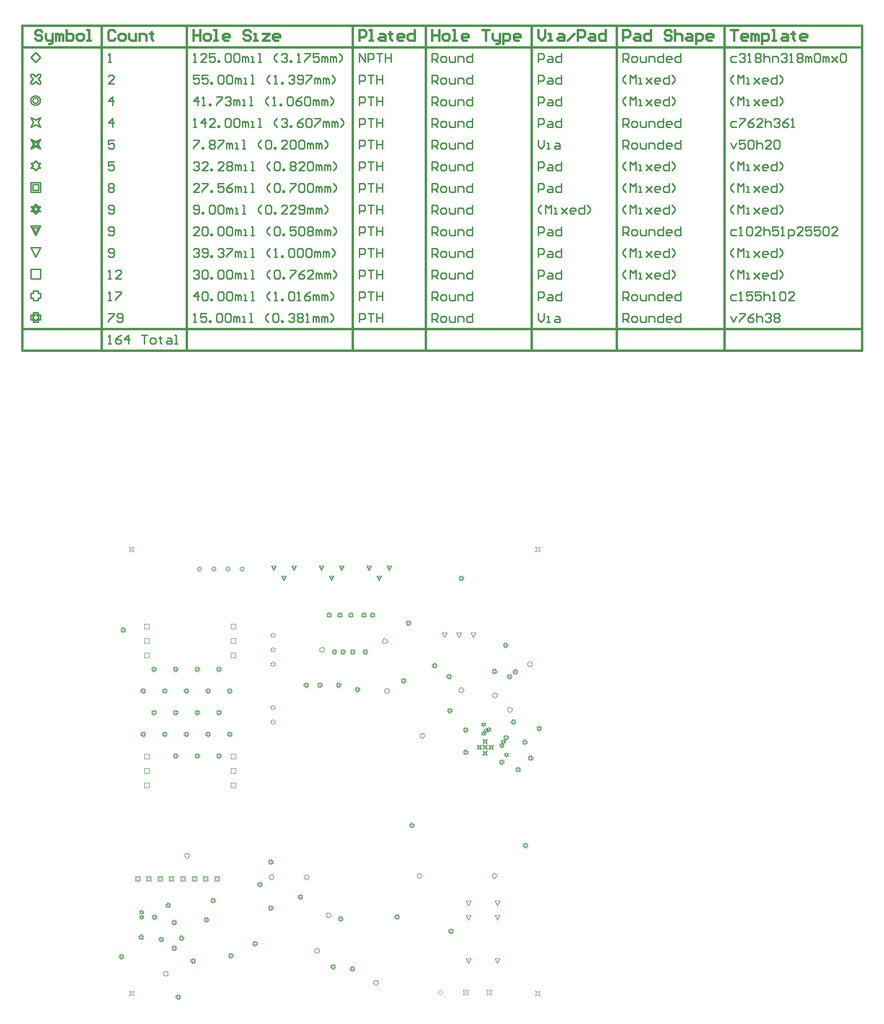
<source format=gbr>
%TF.GenerationSoftware,Altium Limited,Altium Designer,20.0.11 (256)*%
G04 Layer_Color=2752767*
%FSLAX26Y26*%
%MOIN*%
%TF.FileFunction,Drawing*%
%TF.Part,Single*%
G01*
G75*
%TA.AperFunction,NonConductor*%
%ADD90C,0.010000*%
%ADD169C,0.015000*%
%ADD186C,0.003333*%
%ADD187C,0.016000*%
D90*
X-449899Y6386535D02*
G03*
X-449899Y6386535I-20000J0D01*
G01*
X-436566D02*
G03*
X-436566Y6386535I-33333J0D01*
G01*
X-503232Y6686535D02*
X-469899Y6653202D01*
X-436566Y6686535D01*
X-469899Y6719868D02*
X-436566Y6686535D01*
X-503232D02*
X-469899Y6719868D01*
X-503232Y6503202D02*
Y6519868D01*
X-486565Y6536535D01*
X-503232Y6553202D02*
X-486565Y6536535D01*
X-503232Y6553202D02*
Y6569868D01*
X-486565D01*
X-469899Y6553202D01*
X-453232Y6569868D01*
X-436566D01*
Y6553202D02*
Y6569868D01*
X-453232Y6536535D02*
X-436566Y6553202D01*
X-453232Y6536535D02*
X-436566Y6519868D01*
Y6503202D02*
Y6519868D01*
X-453232Y6503202D02*
X-436566D01*
X-469899Y6519868D02*
X-453232Y6503202D01*
X-486565D02*
X-469899Y6519868D01*
X-503232Y6503202D02*
X-486565D01*
X-503232Y6203202D02*
X-469899Y6219868D01*
X-436566Y6203202D01*
X-453232Y6236535D02*
X-436566Y6203202D01*
X-453232Y6236535D02*
X-436566Y6269868D01*
X-469899Y6253202D02*
X-436566Y6269868D01*
X-503232D02*
X-469899Y6253202D01*
X-503232Y6269868D02*
X-486565Y6236535D01*
X-503232Y6203202D02*
X-486565Y6236535D01*
X-489899Y6066535D02*
X-469899Y6076535D01*
X-449899Y6066535D01*
X-459899Y6086535D02*
X-449899Y6066535D01*
X-459899Y6086535D02*
X-449899Y6106535D01*
X-469899Y6096535D02*
X-449899Y6106535D01*
X-489899D02*
X-469899Y6096535D01*
X-489899Y6106535D02*
X-479899Y6086535D01*
X-489899Y6066535D02*
X-479899Y6086535D01*
X-503232Y6053202D02*
X-469899Y6069868D01*
X-436566Y6053202D01*
X-453232Y6086535D02*
X-436566Y6053202D01*
X-453232Y6086535D02*
X-436566Y6119868D01*
X-469899Y6103202D02*
X-436566Y6119868D01*
X-503232D02*
X-469899Y6103202D01*
X-503232Y6119868D02*
X-486565Y6086535D01*
X-503232Y6053202D02*
X-486565Y6086535D01*
Y5919868D02*
X-469899Y5903202D01*
X-503232Y5919868D02*
X-486565D01*
X-503232D02*
X-486565Y5936535D01*
X-503232Y5953202D02*
X-486565Y5936535D01*
X-503232Y5953202D02*
X-486565D01*
X-469899Y5969868D01*
X-453232Y5953202D01*
X-436566D01*
X-453232Y5936535D02*
X-436566Y5953202D01*
X-453232Y5936535D02*
X-436566Y5919868D01*
X-453232D02*
X-436566D01*
X-469899Y5903202D02*
X-453232Y5919868D01*
X-489899Y5766535D02*
X-449899D01*
Y5806535D01*
X-489899D02*
X-449899D01*
X-489899Y5766535D02*
Y5806535D01*
X-503232Y5753202D02*
X-436566D01*
Y5819868D01*
X-503232D02*
X-436566D01*
X-503232Y5753202D02*
Y5819868D01*
X-479899Y5626535D02*
X-469899Y5616535D01*
X-489899Y5626535D02*
X-479899D01*
X-489899D02*
X-479899Y5636535D01*
X-489899Y5646535D02*
X-479899Y5636535D01*
X-489899Y5646535D02*
X-479899D01*
X-469899Y5656535D01*
X-459899Y5646535D01*
X-449899D01*
X-459899Y5636535D02*
X-449899Y5646535D01*
X-459899Y5636535D02*
X-449899Y5626535D01*
X-459899D02*
X-449899D01*
X-469899Y5616535D02*
X-459899Y5626535D01*
X-486565Y5619868D02*
X-469899Y5603202D01*
X-503232Y5619868D02*
X-486565D01*
X-503232D02*
X-486565Y5636535D01*
X-503232Y5653202D02*
X-486565Y5636535D01*
X-503232Y5653202D02*
X-486565D01*
X-469899Y5669868D01*
X-453232Y5653202D01*
X-436566D01*
X-453232Y5636535D02*
X-436566Y5653202D01*
X-453232Y5636535D02*
X-436566Y5619868D01*
X-453232D02*
X-436566D01*
X-469899Y5603202D02*
X-453232Y5619868D01*
X-469899Y5466535D02*
X-449899Y5506535D01*
X-489899D02*
X-449899D01*
X-489899D02*
X-469899Y5466535D01*
Y5453202D02*
X-436566Y5519868D01*
X-503232D02*
X-436566D01*
X-503232D02*
X-469899Y5453202D01*
Y5303202D02*
X-436566Y5369868D01*
X-503232D02*
X-436566D01*
X-503232D02*
X-469899Y5303202D01*
X-503232Y5153202D02*
X-436566D01*
Y5219868D01*
X-503232D02*
X-436566D01*
X-503232Y5153202D02*
Y5219868D01*
Y5019868D02*
X-486565D01*
X-503232D02*
Y5053202D01*
X-486565D01*
Y5069868D01*
X-453232D01*
Y5053202D02*
Y5069868D01*
Y5053202D02*
X-436566D01*
Y5019868D02*
Y5053202D01*
X-453232Y5019868D02*
X-436566D01*
X-453232Y5003202D02*
Y5019868D01*
X-486565Y5003202D02*
X-453232D01*
X-486565D02*
Y5019868D01*
X-489899Y4876535D02*
X-479899D01*
X-489899D02*
Y4896535D01*
X-479899D01*
Y4906535D01*
X-459899D01*
Y4896535D02*
Y4906535D01*
Y4896535D02*
X-449899D01*
Y4876535D02*
Y4896535D01*
X-459899Y4876535D02*
X-449899D01*
X-459899Y4866535D02*
Y4876535D01*
X-479899Y4866535D02*
X-459899D01*
X-479899D02*
Y4876535D01*
X-503232Y4869868D02*
X-486565D01*
X-503232D02*
Y4903202D01*
X-486565D01*
Y4919868D01*
X-453232D01*
Y4903202D02*
Y4919868D01*
Y4903202D02*
X-436566D01*
Y4869868D02*
Y4903202D01*
X-453232Y4869868D02*
X-436566D01*
X-453232Y4853202D02*
Y4869868D01*
X-486565Y4853202D02*
X-453232D01*
X-486565D02*
Y4869868D01*
X4387672Y6693189D02*
X4357681D01*
X4347685Y6683192D01*
Y6663198D01*
X4357681Y6653202D01*
X4387672D01*
X4407665Y6703185D02*
X4417662Y6713182D01*
X4437655D01*
X4447652Y6703185D01*
Y6693189D01*
X4437655Y6683192D01*
X4427659D01*
X4437655D01*
X4447652Y6673195D01*
Y6663198D01*
X4437655Y6653202D01*
X4417662D01*
X4407665Y6663198D01*
X4467646Y6653202D02*
X4487639D01*
X4477642D01*
Y6713182D01*
X4467646Y6703185D01*
X4517630D02*
X4527626Y6713182D01*
X4547620D01*
X4557617Y6703185D01*
Y6693189D01*
X4547620Y6683192D01*
X4557617Y6673195D01*
Y6663198D01*
X4547620Y6653202D01*
X4527626D01*
X4517630Y6663198D01*
Y6673195D01*
X4527626Y6683192D01*
X4517630Y6693189D01*
Y6703185D01*
X4527626Y6683192D02*
X4547620D01*
X4577610Y6713182D02*
Y6653202D01*
Y6683192D01*
X4587607Y6693189D01*
X4607600D01*
X4617597Y6683192D01*
Y6653202D01*
X4637591D02*
Y6693189D01*
X4667581D01*
X4677578Y6683192D01*
Y6653202D01*
X4697571Y6703185D02*
X4707568Y6713182D01*
X4727562D01*
X4737558Y6703185D01*
Y6693189D01*
X4727562Y6683192D01*
X4717565D01*
X4727562D01*
X4737558Y6673195D01*
Y6663198D01*
X4727562Y6653202D01*
X4707568D01*
X4697571Y6663198D01*
X4757552Y6653202D02*
X4777545D01*
X4767549D01*
Y6713182D01*
X4757552Y6703185D01*
X4807536D02*
X4817533Y6713182D01*
X4837526D01*
X4847523Y6703185D01*
Y6693189D01*
X4837526Y6683192D01*
X4847523Y6673195D01*
Y6663198D01*
X4837526Y6653202D01*
X4817533D01*
X4807536Y6663198D01*
Y6673195D01*
X4817533Y6683192D01*
X4807536Y6693189D01*
Y6703185D01*
X4817533Y6683192D02*
X4837526D01*
X4867516Y6653202D02*
Y6693189D01*
X4877513D01*
X4887510Y6683192D01*
Y6653202D01*
Y6683192D01*
X4897507Y6693189D01*
X4907503Y6683192D01*
Y6653202D01*
X4927497Y6703185D02*
X4937494Y6713182D01*
X4957487D01*
X4967484Y6703185D01*
Y6663198D01*
X4957487Y6653202D01*
X4937494D01*
X4927497Y6663198D01*
Y6703185D01*
X4987477Y6653202D02*
Y6693189D01*
X4997474D01*
X5007471Y6683192D01*
Y6653202D01*
Y6683192D01*
X5017468Y6693189D01*
X5027465Y6683192D01*
Y6653202D01*
X5047458Y6693189D02*
X5087445Y6653202D01*
X5067452Y6673195D01*
X5087445Y6693189D01*
X5047458Y6653202D01*
X5107439Y6703185D02*
X5117435Y6713182D01*
X5137429D01*
X5147426Y6703185D01*
Y6663198D01*
X5137429Y6653202D01*
X5117435D01*
X5107439Y6663198D01*
Y6703185D01*
X4367678Y6503202D02*
X4347685Y6523195D01*
Y6543189D01*
X4367678Y6563182D01*
X4397668Y6503202D02*
Y6563182D01*
X4417662Y6543189D01*
X4437655Y6563182D01*
Y6503202D01*
X4457649D02*
X4477642D01*
X4467646D01*
Y6543189D01*
X4457649D01*
X4507633D02*
X4547620Y6503202D01*
X4527626Y6523195D01*
X4547620Y6543189D01*
X4507633Y6503202D01*
X4597604D02*
X4577610D01*
X4567613Y6513198D01*
Y6533192D01*
X4577610Y6543189D01*
X4597604D01*
X4607600Y6533192D01*
Y6523195D01*
X4567613D01*
X4667581Y6563182D02*
Y6503202D01*
X4637591D01*
X4627594Y6513198D01*
Y6533192D01*
X4637591Y6543189D01*
X4667581D01*
X4687574Y6503202D02*
X4707568Y6523195D01*
Y6543189D01*
X4687574Y6563182D01*
X4367678Y6353202D02*
X4347685Y6373195D01*
Y6393189D01*
X4367678Y6413182D01*
X4397668Y6353202D02*
Y6413182D01*
X4417662Y6393189D01*
X4437655Y6413182D01*
Y6353202D01*
X4457649D02*
X4477642D01*
X4467646D01*
Y6393189D01*
X4457649D01*
X4507633D02*
X4547620Y6353202D01*
X4527626Y6373195D01*
X4547620Y6393189D01*
X4507633Y6353202D01*
X4597604D02*
X4577610D01*
X4567613Y6363198D01*
Y6383192D01*
X4577610Y6393189D01*
X4597604D01*
X4607600Y6383192D01*
Y6373195D01*
X4567613D01*
X4667581Y6413182D02*
Y6353202D01*
X4637591D01*
X4627594Y6363198D01*
Y6383192D01*
X4637591Y6393189D01*
X4667581D01*
X4687574Y6353202D02*
X4707568Y6373195D01*
Y6393189D01*
X4687574Y6413182D01*
X4387672Y6243189D02*
X4357681D01*
X4347685Y6233192D01*
Y6213198D01*
X4357681Y6203202D01*
X4387672D01*
X4407665Y6263182D02*
X4447652D01*
Y6253185D01*
X4407665Y6213198D01*
Y6203202D01*
X4507633Y6263182D02*
X4487639Y6253185D01*
X4467646Y6233192D01*
Y6213198D01*
X4477642Y6203202D01*
X4497636D01*
X4507633Y6213198D01*
Y6223195D01*
X4497636Y6233192D01*
X4467646D01*
X4567613Y6203202D02*
X4527626D01*
X4567613Y6243189D01*
Y6253185D01*
X4557617Y6263182D01*
X4537623D01*
X4527626Y6253185D01*
X4587607Y6263182D02*
Y6203202D01*
Y6233192D01*
X4597604Y6243189D01*
X4617597D01*
X4627594Y6233192D01*
Y6203202D01*
X4647587Y6253185D02*
X4657584Y6263182D01*
X4677578D01*
X4687575Y6253185D01*
Y6243189D01*
X4677578Y6233192D01*
X4667581D01*
X4677578D01*
X4687575Y6223195D01*
Y6213198D01*
X4677578Y6203202D01*
X4657584D01*
X4647587Y6213198D01*
X4747555Y6263182D02*
X4727562Y6253185D01*
X4707568Y6233192D01*
Y6213198D01*
X4717565Y6203202D01*
X4737558D01*
X4747555Y6213198D01*
Y6223195D01*
X4737558Y6233192D01*
X4707568D01*
X4767549Y6203202D02*
X4787542D01*
X4777546D01*
Y6263182D01*
X4767549Y6253185D01*
X4347685Y6093189D02*
X4367678Y6053202D01*
X4387672Y6093189D01*
X4447652Y6113182D02*
X4407665D01*
Y6083192D01*
X4427659Y6093189D01*
X4437655D01*
X4447652Y6083192D01*
Y6063198D01*
X4437655Y6053202D01*
X4417662D01*
X4407665Y6063198D01*
X4467646Y6103185D02*
X4477642Y6113182D01*
X4497636D01*
X4507633Y6103185D01*
Y6063198D01*
X4497636Y6053202D01*
X4477642D01*
X4467646Y6063198D01*
Y6103185D01*
X4527626Y6113182D02*
Y6053202D01*
Y6083192D01*
X4537623Y6093189D01*
X4557617D01*
X4567613Y6083192D01*
Y6053202D01*
X4627594D02*
X4587607D01*
X4627594Y6093189D01*
Y6103185D01*
X4617597Y6113182D01*
X4597604D01*
X4587607Y6103185D01*
X4647587D02*
X4657584Y6113182D01*
X4677578D01*
X4687575Y6103185D01*
Y6063198D01*
X4677578Y6053202D01*
X4657584D01*
X4647587Y6063198D01*
Y6103185D01*
X4367678Y5903202D02*
X4347685Y5923195D01*
Y5943189D01*
X4367678Y5963182D01*
X4397668Y5903202D02*
Y5963182D01*
X4417662Y5943189D01*
X4437655Y5963182D01*
Y5903202D01*
X4457649D02*
X4477642D01*
X4467646D01*
Y5943189D01*
X4457649D01*
X4507633D02*
X4547620Y5903202D01*
X4527626Y5923195D01*
X4547620Y5943189D01*
X4507633Y5903202D01*
X4597604D02*
X4577610D01*
X4567613Y5913198D01*
Y5933192D01*
X4577610Y5943189D01*
X4597604D01*
X4607600Y5933192D01*
Y5923195D01*
X4567613D01*
X4667581Y5963182D02*
Y5903202D01*
X4637591D01*
X4627594Y5913198D01*
Y5933192D01*
X4637591Y5943189D01*
X4667581D01*
X4687574Y5903202D02*
X4707568Y5923195D01*
Y5943189D01*
X4687574Y5963182D01*
X4367678Y5753202D02*
X4347685Y5773195D01*
Y5793189D01*
X4367678Y5813182D01*
X4397668Y5753202D02*
Y5813182D01*
X4417662Y5793189D01*
X4437655Y5813182D01*
Y5753202D01*
X4457649D02*
X4477642D01*
X4467646D01*
Y5793189D01*
X4457649D01*
X4507633D02*
X4547620Y5753202D01*
X4527626Y5773195D01*
X4547620Y5793189D01*
X4507633Y5753202D01*
X4597604D02*
X4577610D01*
X4567613Y5763198D01*
Y5783192D01*
X4577610Y5793189D01*
X4597604D01*
X4607600Y5783192D01*
Y5773195D01*
X4567613D01*
X4667581Y5813182D02*
Y5753202D01*
X4637591D01*
X4627594Y5763198D01*
Y5783192D01*
X4637591Y5793189D01*
X4667581D01*
X4687574Y5753202D02*
X4707568Y5773195D01*
Y5793189D01*
X4687574Y5813182D01*
X4367678Y5603202D02*
X4347685Y5623195D01*
Y5643189D01*
X4367678Y5663182D01*
X4397668Y5603202D02*
Y5663182D01*
X4417662Y5643189D01*
X4437655Y5663182D01*
Y5603202D01*
X4457649D02*
X4477642D01*
X4467646D01*
Y5643189D01*
X4457649D01*
X4507633D02*
X4547620Y5603202D01*
X4527626Y5623195D01*
X4547620Y5643189D01*
X4507633Y5603202D01*
X4597604D02*
X4577610D01*
X4567613Y5613198D01*
Y5633192D01*
X4577610Y5643189D01*
X4597604D01*
X4607600Y5633192D01*
Y5623195D01*
X4567613D01*
X4667581Y5663182D02*
Y5603202D01*
X4637591D01*
X4627594Y5613198D01*
Y5633192D01*
X4637591Y5643189D01*
X4667581D01*
X4687574Y5603202D02*
X4707568Y5623195D01*
Y5643189D01*
X4687574Y5663182D01*
X4387672Y5493189D02*
X4357681D01*
X4347685Y5483192D01*
Y5463198D01*
X4357681Y5453202D01*
X4387672D01*
X4407665D02*
X4427659D01*
X4417662D01*
Y5513182D01*
X4407665Y5503185D01*
X4457649D02*
X4467646Y5513182D01*
X4487639D01*
X4497636Y5503185D01*
Y5463198D01*
X4487639Y5453202D01*
X4467646D01*
X4457649Y5463198D01*
Y5503185D01*
X4557617Y5453202D02*
X4517630D01*
X4557617Y5493189D01*
Y5503185D01*
X4547620Y5513182D01*
X4527626D01*
X4517630Y5503185D01*
X4577610Y5513182D02*
Y5453202D01*
Y5483192D01*
X4587607Y5493189D01*
X4607600D01*
X4617597Y5483192D01*
Y5453202D01*
X4677578Y5513182D02*
X4637591D01*
Y5483192D01*
X4657584Y5493189D01*
X4667581D01*
X4677578Y5483192D01*
Y5463198D01*
X4667581Y5453202D01*
X4647587D01*
X4637591Y5463198D01*
X4697571Y5453202D02*
X4717565D01*
X4707568D01*
Y5513182D01*
X4697571Y5503185D01*
X4747555Y5433208D02*
Y5493189D01*
X4777545D01*
X4787542Y5483192D01*
Y5463198D01*
X4777545Y5453202D01*
X4747555D01*
X4847523D02*
X4807536D01*
X4847523Y5493189D01*
Y5503185D01*
X4837526Y5513182D01*
X4817533D01*
X4807536Y5503185D01*
X4907503Y5513182D02*
X4867516D01*
Y5483192D01*
X4887510Y5493189D01*
X4897507D01*
X4907503Y5483192D01*
Y5463198D01*
X4897507Y5453202D01*
X4877513D01*
X4867516Y5463198D01*
X4967484Y5513182D02*
X4927497D01*
Y5483192D01*
X4947490Y5493189D01*
X4957487D01*
X4967484Y5483192D01*
Y5463198D01*
X4957487Y5453202D01*
X4937494D01*
X4927497Y5463198D01*
X4987477Y5503185D02*
X4997474Y5513182D01*
X5017468D01*
X5027465Y5503185D01*
Y5463198D01*
X5017468Y5453202D01*
X4997474D01*
X4987477Y5463198D01*
Y5503185D01*
X5087445Y5453202D02*
X5047458D01*
X5087445Y5493189D01*
Y5503185D01*
X5077448Y5513182D01*
X5057455D01*
X5047458Y5503185D01*
X4367678Y5303202D02*
X4347685Y5323195D01*
Y5343189D01*
X4367678Y5363182D01*
X4397668Y5303202D02*
Y5363182D01*
X4417662Y5343189D01*
X4437655Y5363182D01*
Y5303202D01*
X4457649D02*
X4477642D01*
X4467646D01*
Y5343189D01*
X4457649D01*
X4507633D02*
X4547620Y5303202D01*
X4527626Y5323195D01*
X4547620Y5343189D01*
X4507633Y5303202D01*
X4597604D02*
X4577610D01*
X4567613Y5313198D01*
Y5333192D01*
X4577610Y5343189D01*
X4597604D01*
X4607600Y5333192D01*
Y5323195D01*
X4567613D01*
X4667581Y5363182D02*
Y5303202D01*
X4637591D01*
X4627594Y5313198D01*
Y5333192D01*
X4637591Y5343189D01*
X4667581D01*
X4687574Y5303202D02*
X4707568Y5323195D01*
Y5343189D01*
X4687574Y5363182D01*
X4367678Y5153202D02*
X4347685Y5173195D01*
Y5193189D01*
X4367678Y5213182D01*
X4397668Y5153202D02*
Y5213182D01*
X4417662Y5193189D01*
X4437655Y5213182D01*
Y5153202D01*
X4457649D02*
X4477642D01*
X4467646D01*
Y5193189D01*
X4457649D01*
X4507633D02*
X4547620Y5153202D01*
X4527626Y5173195D01*
X4547620Y5193189D01*
X4507633Y5153202D01*
X4597604D02*
X4577610D01*
X4567613Y5163198D01*
Y5183192D01*
X4577610Y5193189D01*
X4597604D01*
X4607600Y5183192D01*
Y5173195D01*
X4567613D01*
X4667581Y5213182D02*
Y5153202D01*
X4637591D01*
X4627594Y5163198D01*
Y5183192D01*
X4637591Y5193189D01*
X4667581D01*
X4687574Y5153202D02*
X4707568Y5173195D01*
Y5193189D01*
X4687574Y5213182D01*
X4387672Y5043189D02*
X4357681D01*
X4347685Y5033192D01*
Y5013198D01*
X4357681Y5003202D01*
X4387672D01*
X4407665D02*
X4427659D01*
X4417662D01*
Y5063182D01*
X4407665Y5053185D01*
X4497636Y5063182D02*
X4457649D01*
Y5033192D01*
X4477642Y5043189D01*
X4487639D01*
X4497636Y5033192D01*
Y5013198D01*
X4487639Y5003202D01*
X4467646D01*
X4457649Y5013198D01*
X4557617Y5063182D02*
X4517630D01*
Y5033192D01*
X4537623Y5043189D01*
X4547620D01*
X4557617Y5033192D01*
Y5013198D01*
X4547620Y5003202D01*
X4527626D01*
X4517630Y5013198D01*
X4577610Y5063182D02*
Y5003202D01*
Y5033192D01*
X4587607Y5043189D01*
X4607600D01*
X4617597Y5033192D01*
Y5003202D01*
X4637591D02*
X4657584D01*
X4647587D01*
Y5063182D01*
X4637591Y5053185D01*
X4687574D02*
X4697571Y5063182D01*
X4717565D01*
X4727562Y5053185D01*
Y5013198D01*
X4717565Y5003202D01*
X4697571D01*
X4687574Y5013198D01*
Y5053185D01*
X4787542Y5003202D02*
X4747555D01*
X4787542Y5043189D01*
Y5053185D01*
X4777545Y5063182D01*
X4757552D01*
X4747555Y5053185D01*
X4347685Y4893189D02*
X4367678Y4853202D01*
X4387672Y4893189D01*
X4407665Y4913182D02*
X4447652D01*
Y4903185D01*
X4407665Y4863198D01*
Y4853202D01*
X4507633Y4913182D02*
X4487639Y4903185D01*
X4467646Y4883192D01*
Y4863198D01*
X4477642Y4853202D01*
X4497636D01*
X4507633Y4863198D01*
Y4873195D01*
X4497636Y4883192D01*
X4467646D01*
X4527626Y4913182D02*
Y4853202D01*
Y4883192D01*
X4537623Y4893189D01*
X4557617D01*
X4567613Y4883192D01*
Y4853202D01*
X4587607Y4903185D02*
X4597604Y4913182D01*
X4617597D01*
X4627594Y4903185D01*
Y4893189D01*
X4617597Y4883192D01*
X4607600D01*
X4617597D01*
X4627594Y4873195D01*
Y4863198D01*
X4617597Y4853202D01*
X4597604D01*
X4587607Y4863198D01*
X4647587Y4903185D02*
X4657584Y4913182D01*
X4677578D01*
X4687575Y4903185D01*
Y4893189D01*
X4677578Y4883192D01*
X4687575Y4873195D01*
Y4863198D01*
X4677578Y4853202D01*
X4657584D01*
X4647587Y4863198D01*
Y4873195D01*
X4657584Y4883192D01*
X4647587Y4893189D01*
Y4903185D01*
X4657584Y4883192D02*
X4677578D01*
X3601886Y6653202D02*
Y6713182D01*
X3631877D01*
X3641874Y6703185D01*
Y6683192D01*
X3631877Y6673195D01*
X3601886D01*
X3621880D02*
X3641874Y6653202D01*
X3671864D02*
X3691857D01*
X3701854Y6663198D01*
Y6683192D01*
X3691857Y6693189D01*
X3671864D01*
X3661867Y6683192D01*
Y6663198D01*
X3671864Y6653202D01*
X3721848Y6693189D02*
Y6663198D01*
X3731844Y6653202D01*
X3761835D01*
Y6693189D01*
X3781828Y6653202D02*
Y6693189D01*
X3811818D01*
X3821815Y6683192D01*
Y6653202D01*
X3881796Y6713182D02*
Y6653202D01*
X3851806D01*
X3841809Y6663198D01*
Y6683192D01*
X3851806Y6693189D01*
X3881796D01*
X3931780Y6653202D02*
X3911786D01*
X3901789Y6663198D01*
Y6683192D01*
X3911786Y6693189D01*
X3931780D01*
X3941776Y6683192D01*
Y6673195D01*
X3901789D01*
X4001757Y6713182D02*
Y6653202D01*
X3971767D01*
X3961770Y6663198D01*
Y6683192D01*
X3971767Y6693189D01*
X4001757D01*
X3621880Y6503202D02*
X3601886Y6523195D01*
Y6543189D01*
X3621880Y6563182D01*
X3651870Y6503202D02*
Y6563182D01*
X3671864Y6543189D01*
X3691857Y6563182D01*
Y6503202D01*
X3711851D02*
X3731844D01*
X3721848D01*
Y6543189D01*
X3711851D01*
X3761835D02*
X3801822Y6503202D01*
X3781828Y6523195D01*
X3801822Y6543189D01*
X3761835Y6503202D01*
X3851805D02*
X3831812D01*
X3821815Y6513198D01*
Y6533192D01*
X3831812Y6543189D01*
X3851805D01*
X3861802Y6533192D01*
Y6523195D01*
X3821815D01*
X3921783Y6563182D02*
Y6503202D01*
X3891793D01*
X3881796Y6513198D01*
Y6533192D01*
X3891793Y6543189D01*
X3921783D01*
X3941776Y6503202D02*
X3961770Y6523195D01*
Y6543189D01*
X3941776Y6563182D01*
X3621880Y6353202D02*
X3601886Y6373195D01*
Y6393189D01*
X3621880Y6413182D01*
X3651870Y6353202D02*
Y6413182D01*
X3671864Y6393189D01*
X3691857Y6413182D01*
Y6353202D01*
X3711851D02*
X3731844D01*
X3721848D01*
Y6393189D01*
X3711851D01*
X3761835D02*
X3801822Y6353202D01*
X3781828Y6373195D01*
X3801822Y6393189D01*
X3761835Y6353202D01*
X3851805D02*
X3831812D01*
X3821815Y6363198D01*
Y6383192D01*
X3831812Y6393189D01*
X3851805D01*
X3861802Y6383192D01*
Y6373195D01*
X3821815D01*
X3921783Y6413182D02*
Y6353202D01*
X3891793D01*
X3881796Y6363198D01*
Y6383192D01*
X3891793Y6393189D01*
X3921783D01*
X3941776Y6353202D02*
X3961770Y6373195D01*
Y6393189D01*
X3941776Y6413182D01*
X3601886Y6203202D02*
Y6263182D01*
X3631877D01*
X3641874Y6253185D01*
Y6233192D01*
X3631877Y6223195D01*
X3601886D01*
X3621880D02*
X3641874Y6203202D01*
X3671864D02*
X3691857D01*
X3701854Y6213198D01*
Y6233192D01*
X3691857Y6243189D01*
X3671864D01*
X3661867Y6233192D01*
Y6213198D01*
X3671864Y6203202D01*
X3721848Y6243189D02*
Y6213198D01*
X3731844Y6203202D01*
X3761835D01*
Y6243189D01*
X3781828Y6203202D02*
Y6243189D01*
X3811818D01*
X3821815Y6233192D01*
Y6203202D01*
X3881796Y6263182D02*
Y6203202D01*
X3851806D01*
X3841809Y6213198D01*
Y6233192D01*
X3851806Y6243189D01*
X3881796D01*
X3931780Y6203202D02*
X3911786D01*
X3901789Y6213198D01*
Y6233192D01*
X3911786Y6243189D01*
X3931780D01*
X3941776Y6233192D01*
Y6223195D01*
X3901789D01*
X4001757Y6263182D02*
Y6203202D01*
X3971767D01*
X3961770Y6213198D01*
Y6233192D01*
X3971767Y6243189D01*
X4001757D01*
X3601886Y6053202D02*
Y6113182D01*
X3631877D01*
X3641874Y6103185D01*
Y6083192D01*
X3631877Y6073195D01*
X3601886D01*
X3621880D02*
X3641874Y6053202D01*
X3671864D02*
X3691857D01*
X3701854Y6063198D01*
Y6083192D01*
X3691857Y6093189D01*
X3671864D01*
X3661867Y6083192D01*
Y6063198D01*
X3671864Y6053202D01*
X3721848Y6093189D02*
Y6063198D01*
X3731844Y6053202D01*
X3761835D01*
Y6093189D01*
X3781828Y6053202D02*
Y6093189D01*
X3811818D01*
X3821815Y6083192D01*
Y6053202D01*
X3881796Y6113182D02*
Y6053202D01*
X3851806D01*
X3841809Y6063198D01*
Y6083192D01*
X3851806Y6093189D01*
X3881796D01*
X3931780Y6053202D02*
X3911786D01*
X3901789Y6063198D01*
Y6083192D01*
X3911786Y6093189D01*
X3931780D01*
X3941776Y6083192D01*
Y6073195D01*
X3901789D01*
X4001757Y6113182D02*
Y6053202D01*
X3971767D01*
X3961770Y6063198D01*
Y6083192D01*
X3971767Y6093189D01*
X4001757D01*
X3621880Y5903202D02*
X3601886Y5923195D01*
Y5943189D01*
X3621880Y5963182D01*
X3651870Y5903202D02*
Y5963182D01*
X3671864Y5943189D01*
X3691857Y5963182D01*
Y5903202D01*
X3711851D02*
X3731844D01*
X3721848D01*
Y5943189D01*
X3711851D01*
X3761835D02*
X3801822Y5903202D01*
X3781828Y5923195D01*
X3801822Y5943189D01*
X3761835Y5903202D01*
X3851805D02*
X3831812D01*
X3821815Y5913198D01*
Y5933192D01*
X3831812Y5943189D01*
X3851805D01*
X3861802Y5933192D01*
Y5923195D01*
X3821815D01*
X3921783Y5963182D02*
Y5903202D01*
X3891793D01*
X3881796Y5913198D01*
Y5933192D01*
X3891793Y5943189D01*
X3921783D01*
X3941776Y5903202D02*
X3961770Y5923195D01*
Y5943189D01*
X3941776Y5963182D01*
X3621880Y5753202D02*
X3601886Y5773195D01*
Y5793189D01*
X3621880Y5813182D01*
X3651870Y5753202D02*
Y5813182D01*
X3671864Y5793189D01*
X3691857Y5813182D01*
Y5753202D01*
X3711851D02*
X3731844D01*
X3721848D01*
Y5793189D01*
X3711851D01*
X3761835D02*
X3801822Y5753202D01*
X3781828Y5773195D01*
X3801822Y5793189D01*
X3761835Y5753202D01*
X3851805D02*
X3831812D01*
X3821815Y5763198D01*
Y5783192D01*
X3831812Y5793189D01*
X3851805D01*
X3861802Y5783192D01*
Y5773195D01*
X3821815D01*
X3921783Y5813182D02*
Y5753202D01*
X3891793D01*
X3881796Y5763198D01*
Y5783192D01*
X3891793Y5793189D01*
X3921783D01*
X3941776Y5753202D02*
X3961770Y5773195D01*
Y5793189D01*
X3941776Y5813182D01*
X3621880Y5603202D02*
X3601886Y5623195D01*
Y5643189D01*
X3621880Y5663182D01*
X3651870Y5603202D02*
Y5663182D01*
X3671864Y5643189D01*
X3691857Y5663182D01*
Y5603202D01*
X3711851D02*
X3731844D01*
X3721848D01*
Y5643189D01*
X3711851D01*
X3761835D02*
X3801822Y5603202D01*
X3781828Y5623195D01*
X3801822Y5643189D01*
X3761835Y5603202D01*
X3851805D02*
X3831812D01*
X3821815Y5613198D01*
Y5633192D01*
X3831812Y5643189D01*
X3851805D01*
X3861802Y5633192D01*
Y5623195D01*
X3821815D01*
X3921783Y5663182D02*
Y5603202D01*
X3891793D01*
X3881796Y5613198D01*
Y5633192D01*
X3891793Y5643189D01*
X3921783D01*
X3941776Y5603202D02*
X3961770Y5623195D01*
Y5643189D01*
X3941776Y5663182D01*
X3601886Y5453202D02*
Y5513182D01*
X3631877D01*
X3641874Y5503185D01*
Y5483192D01*
X3631877Y5473195D01*
X3601886D01*
X3621880D02*
X3641874Y5453202D01*
X3671864D02*
X3691857D01*
X3701854Y5463198D01*
Y5483192D01*
X3691857Y5493189D01*
X3671864D01*
X3661867Y5483192D01*
Y5463198D01*
X3671864Y5453202D01*
X3721848Y5493189D02*
Y5463198D01*
X3731844Y5453202D01*
X3761835D01*
Y5493189D01*
X3781828Y5453202D02*
Y5493189D01*
X3811818D01*
X3821815Y5483192D01*
Y5453202D01*
X3881796Y5513182D02*
Y5453202D01*
X3851806D01*
X3841809Y5463198D01*
Y5483192D01*
X3851806Y5493189D01*
X3881796D01*
X3931780Y5453202D02*
X3911786D01*
X3901789Y5463198D01*
Y5483192D01*
X3911786Y5493189D01*
X3931780D01*
X3941776Y5483192D01*
Y5473195D01*
X3901789D01*
X4001757Y5513182D02*
Y5453202D01*
X3971767D01*
X3961770Y5463198D01*
Y5483192D01*
X3971767Y5493189D01*
X4001757D01*
X3621880Y5303202D02*
X3601886Y5323195D01*
Y5343189D01*
X3621880Y5363182D01*
X3651870Y5303202D02*
Y5363182D01*
X3671864Y5343189D01*
X3691857Y5363182D01*
Y5303202D01*
X3711851D02*
X3731844D01*
X3721848D01*
Y5343189D01*
X3711851D01*
X3761835D02*
X3801822Y5303202D01*
X3781828Y5323195D01*
X3801822Y5343189D01*
X3761835Y5303202D01*
X3851805D02*
X3831812D01*
X3821815Y5313198D01*
Y5333192D01*
X3831812Y5343189D01*
X3851805D01*
X3861802Y5333192D01*
Y5323195D01*
X3821815D01*
X3921783Y5363182D02*
Y5303202D01*
X3891793D01*
X3881796Y5313198D01*
Y5333192D01*
X3891793Y5343189D01*
X3921783D01*
X3941776Y5303202D02*
X3961770Y5323195D01*
Y5343189D01*
X3941776Y5363182D01*
X3621880Y5153202D02*
X3601886Y5173195D01*
Y5193189D01*
X3621880Y5213182D01*
X3651870Y5153202D02*
Y5213182D01*
X3671864Y5193189D01*
X3691857Y5213182D01*
Y5153202D01*
X3711851D02*
X3731844D01*
X3721848D01*
Y5193189D01*
X3711851D01*
X3761835D02*
X3801822Y5153202D01*
X3781828Y5173195D01*
X3801822Y5193189D01*
X3761835Y5153202D01*
X3851805D02*
X3831812D01*
X3821815Y5163198D01*
Y5183192D01*
X3831812Y5193189D01*
X3851805D01*
X3861802Y5183192D01*
Y5173195D01*
X3821815D01*
X3921783Y5213182D02*
Y5153202D01*
X3891793D01*
X3881796Y5163198D01*
Y5183192D01*
X3891793Y5193189D01*
X3921783D01*
X3941776Y5153202D02*
X3961770Y5173195D01*
Y5193189D01*
X3941776Y5213182D01*
X3601886Y5003202D02*
Y5063182D01*
X3631877D01*
X3641874Y5053185D01*
Y5033192D01*
X3631877Y5023195D01*
X3601886D01*
X3621880D02*
X3641874Y5003202D01*
X3671864D02*
X3691857D01*
X3701854Y5013198D01*
Y5033192D01*
X3691857Y5043189D01*
X3671864D01*
X3661867Y5033192D01*
Y5013198D01*
X3671864Y5003202D01*
X3721848Y5043189D02*
Y5013198D01*
X3731844Y5003202D01*
X3761835D01*
Y5043189D01*
X3781828Y5003202D02*
Y5043189D01*
X3811818D01*
X3821815Y5033192D01*
Y5003202D01*
X3881796Y5063182D02*
Y5003202D01*
X3851806D01*
X3841809Y5013198D01*
Y5033192D01*
X3851806Y5043189D01*
X3881796D01*
X3931780Y5003202D02*
X3911786D01*
X3901789Y5013198D01*
Y5033192D01*
X3911786Y5043189D01*
X3931780D01*
X3941776Y5033192D01*
Y5023195D01*
X3901789D01*
X4001757Y5063182D02*
Y5003202D01*
X3971767D01*
X3961770Y5013198D01*
Y5033192D01*
X3971767Y5043189D01*
X4001757D01*
X3601886Y4853202D02*
Y4913182D01*
X3631877D01*
X3641874Y4903185D01*
Y4883192D01*
X3631877Y4873195D01*
X3601886D01*
X3621880D02*
X3641874Y4853202D01*
X3671864D02*
X3691857D01*
X3701854Y4863198D01*
Y4883192D01*
X3691857Y4893189D01*
X3671864D01*
X3661867Y4883192D01*
Y4863198D01*
X3671864Y4853202D01*
X3721848Y4893189D02*
Y4863198D01*
X3731844Y4853202D01*
X3761835D01*
Y4893189D01*
X3781828Y4853202D02*
Y4893189D01*
X3811818D01*
X3821815Y4883192D01*
Y4853202D01*
X3881796Y4913182D02*
Y4853202D01*
X3851806D01*
X3841809Y4863198D01*
Y4883192D01*
X3851806Y4893189D01*
X3881796D01*
X3931780Y4853202D02*
X3911786D01*
X3901789Y4863198D01*
Y4883192D01*
X3911786Y4893189D01*
X3931780D01*
X3941776Y4883192D01*
Y4873195D01*
X3901789D01*
X4001757Y4913182D02*
Y4853202D01*
X3971767D01*
X3961770Y4863198D01*
Y4883192D01*
X3971767Y4893189D01*
X4001757D01*
X3012038Y6653202D02*
Y6713182D01*
X3042028D01*
X3052025Y6703185D01*
Y6683192D01*
X3042028Y6673195D01*
X3012038D01*
X3082015Y6693189D02*
X3102009D01*
X3112006Y6683192D01*
Y6653202D01*
X3082015D01*
X3072018Y6663198D01*
X3082015Y6673195D01*
X3112006D01*
X3171986Y6713182D02*
Y6653202D01*
X3141996D01*
X3131999Y6663198D01*
Y6683192D01*
X3141996Y6693189D01*
X3171986D01*
X3012038Y6503202D02*
Y6563182D01*
X3042028D01*
X3052025Y6553185D01*
Y6533192D01*
X3042028Y6523195D01*
X3012038D01*
X3082015Y6543189D02*
X3102009D01*
X3112006Y6533192D01*
Y6503202D01*
X3082015D01*
X3072018Y6513198D01*
X3082015Y6523195D01*
X3112006D01*
X3171986Y6563182D02*
Y6503202D01*
X3141996D01*
X3131999Y6513198D01*
Y6533192D01*
X3141996Y6543189D01*
X3171986D01*
X3012038Y6353202D02*
Y6413182D01*
X3042028D01*
X3052025Y6403185D01*
Y6383192D01*
X3042028Y6373195D01*
X3012038D01*
X3082015Y6393189D02*
X3102009D01*
X3112006Y6383192D01*
Y6353202D01*
X3082015D01*
X3072018Y6363198D01*
X3082015Y6373195D01*
X3112006D01*
X3171986Y6413182D02*
Y6353202D01*
X3141996D01*
X3131999Y6363198D01*
Y6383192D01*
X3141996Y6393189D01*
X3171986D01*
X3012038Y6203202D02*
Y6263182D01*
X3042028D01*
X3052025Y6253185D01*
Y6233192D01*
X3042028Y6223195D01*
X3012038D01*
X3082015Y6243189D02*
X3102009D01*
X3112006Y6233192D01*
Y6203202D01*
X3082015D01*
X3072018Y6213198D01*
X3082015Y6223195D01*
X3112006D01*
X3171986Y6263182D02*
Y6203202D01*
X3141996D01*
X3131999Y6213198D01*
Y6233192D01*
X3141996Y6243189D01*
X3171986D01*
X3012038Y6113182D02*
Y6073195D01*
X3032031Y6053202D01*
X3052025Y6073195D01*
Y6113182D01*
X3072018Y6053202D02*
X3092012D01*
X3082015D01*
Y6093189D01*
X3072018D01*
X3131999D02*
X3151992D01*
X3161989Y6083192D01*
Y6053202D01*
X3131999D01*
X3122002Y6063198D01*
X3131999Y6073195D01*
X3161989D01*
X3012038Y5903202D02*
Y5963182D01*
X3042028D01*
X3052025Y5953185D01*
Y5933192D01*
X3042028Y5923195D01*
X3012038D01*
X3082015Y5943189D02*
X3102009D01*
X3112006Y5933192D01*
Y5903202D01*
X3082015D01*
X3072018Y5913198D01*
X3082015Y5923195D01*
X3112006D01*
X3171986Y5963182D02*
Y5903202D01*
X3141996D01*
X3131999Y5913198D01*
Y5933192D01*
X3141996Y5943189D01*
X3171986D01*
X3012038Y5753202D02*
Y5813182D01*
X3042028D01*
X3052025Y5803185D01*
Y5783192D01*
X3042028Y5773195D01*
X3012038D01*
X3082015Y5793189D02*
X3102009D01*
X3112006Y5783192D01*
Y5753202D01*
X3082015D01*
X3072018Y5763198D01*
X3082015Y5773195D01*
X3112006D01*
X3171986Y5813182D02*
Y5753202D01*
X3141996D01*
X3131999Y5763198D01*
Y5783192D01*
X3141996Y5793189D01*
X3171986D01*
X3032031Y5603202D02*
X3012038Y5623195D01*
Y5643189D01*
X3032031Y5663182D01*
X3062022Y5603202D02*
Y5663182D01*
X3082015Y5643189D01*
X3102009Y5663182D01*
Y5603202D01*
X3122002D02*
X3141996D01*
X3131999D01*
Y5643189D01*
X3122002D01*
X3171986D02*
X3211973Y5603202D01*
X3191979Y5623195D01*
X3211973Y5643189D01*
X3171986Y5603202D01*
X3261957D02*
X3241963D01*
X3231967Y5613198D01*
Y5633192D01*
X3241963Y5643189D01*
X3261957D01*
X3271954Y5633192D01*
Y5623195D01*
X3231967D01*
X3331934Y5663182D02*
Y5603202D01*
X3301944D01*
X3291947Y5613198D01*
Y5633192D01*
X3301944Y5643189D01*
X3331934D01*
X3351928Y5603202D02*
X3371921Y5623195D01*
Y5643189D01*
X3351928Y5663182D01*
X3012038Y5453202D02*
Y5513182D01*
X3042028D01*
X3052025Y5503185D01*
Y5483192D01*
X3042028Y5473195D01*
X3012038D01*
X3082015Y5493189D02*
X3102009D01*
X3112006Y5483192D01*
Y5453202D01*
X3082015D01*
X3072018Y5463198D01*
X3082015Y5473195D01*
X3112006D01*
X3171986Y5513182D02*
Y5453202D01*
X3141996D01*
X3131999Y5463198D01*
Y5483192D01*
X3141996Y5493189D01*
X3171986D01*
X3012038Y5303202D02*
Y5363182D01*
X3042028D01*
X3052025Y5353185D01*
Y5333192D01*
X3042028Y5323195D01*
X3012038D01*
X3082015Y5343189D02*
X3102009D01*
X3112006Y5333192D01*
Y5303202D01*
X3082015D01*
X3072018Y5313198D01*
X3082015Y5323195D01*
X3112006D01*
X3171986Y5363182D02*
Y5303202D01*
X3141996D01*
X3131999Y5313198D01*
Y5333192D01*
X3141996Y5343189D01*
X3171986D01*
X3012038Y5153202D02*
Y5213182D01*
X3042028D01*
X3052025Y5203185D01*
Y5183192D01*
X3042028Y5173195D01*
X3012038D01*
X3082015Y5193189D02*
X3102009D01*
X3112006Y5183192D01*
Y5153202D01*
X3082015D01*
X3072018Y5163198D01*
X3082015Y5173195D01*
X3112006D01*
X3171986Y5213182D02*
Y5153202D01*
X3141996D01*
X3131999Y5163198D01*
Y5183192D01*
X3141996Y5193189D01*
X3171986D01*
X3012038Y5003202D02*
Y5063182D01*
X3042028D01*
X3052025Y5053185D01*
Y5033192D01*
X3042028Y5023195D01*
X3012038D01*
X3082015Y5043189D02*
X3102009D01*
X3112006Y5033192D01*
Y5003202D01*
X3082015D01*
X3072018Y5013198D01*
X3082015Y5023195D01*
X3112006D01*
X3171986Y5063182D02*
Y5003202D01*
X3141996D01*
X3131999Y5013198D01*
Y5033192D01*
X3141996Y5043189D01*
X3171986D01*
X3012038Y4913182D02*
Y4873195D01*
X3032031Y4853202D01*
X3052025Y4873195D01*
Y4913182D01*
X3072018Y4853202D02*
X3092012D01*
X3082015D01*
Y4893189D01*
X3072018D01*
X3131999D02*
X3151992D01*
X3161989Y4883192D01*
Y4853202D01*
X3131999D01*
X3122002Y4863198D01*
X3131999Y4873195D01*
X3161989D01*
X2278236Y6653202D02*
Y6713182D01*
X2308226D01*
X2318223Y6703185D01*
Y6683192D01*
X2308226Y6673195D01*
X2278236D01*
X2298229D02*
X2318223Y6653202D01*
X2348213D02*
X2368207D01*
X2378204Y6663198D01*
Y6683192D01*
X2368207Y6693189D01*
X2348213D01*
X2338216Y6683192D01*
Y6663198D01*
X2348213Y6653202D01*
X2398197Y6693189D02*
Y6663198D01*
X2408194Y6653202D01*
X2438184D01*
Y6693189D01*
X2458178Y6653202D02*
Y6693189D01*
X2488168D01*
X2498165Y6683192D01*
Y6653202D01*
X2558145Y6713182D02*
Y6653202D01*
X2528155D01*
X2518158Y6663198D01*
Y6683192D01*
X2528155Y6693189D01*
X2558145D01*
X2278236Y6503202D02*
Y6563182D01*
X2308226D01*
X2318223Y6553185D01*
Y6533192D01*
X2308226Y6523195D01*
X2278236D01*
X2298229D02*
X2318223Y6503202D01*
X2348213D02*
X2368207D01*
X2378204Y6513198D01*
Y6533192D01*
X2368207Y6543189D01*
X2348213D01*
X2338216Y6533192D01*
Y6513198D01*
X2348213Y6503202D01*
X2398197Y6543189D02*
Y6513198D01*
X2408194Y6503202D01*
X2438184D01*
Y6543189D01*
X2458178Y6503202D02*
Y6543189D01*
X2488168D01*
X2498165Y6533192D01*
Y6503202D01*
X2558145Y6563182D02*
Y6503202D01*
X2528155D01*
X2518158Y6513198D01*
Y6533192D01*
X2528155Y6543189D01*
X2558145D01*
X2278236Y6353202D02*
Y6413182D01*
X2308226D01*
X2318223Y6403185D01*
Y6383192D01*
X2308226Y6373195D01*
X2278236D01*
X2298229D02*
X2318223Y6353202D01*
X2348213D02*
X2368207D01*
X2378204Y6363198D01*
Y6383192D01*
X2368207Y6393189D01*
X2348213D01*
X2338216Y6383192D01*
Y6363198D01*
X2348213Y6353202D01*
X2398197Y6393189D02*
Y6363198D01*
X2408194Y6353202D01*
X2438184D01*
Y6393189D01*
X2458178Y6353202D02*
Y6393189D01*
X2488168D01*
X2498165Y6383192D01*
Y6353202D01*
X2558145Y6413182D02*
Y6353202D01*
X2528155D01*
X2518158Y6363198D01*
Y6383192D01*
X2528155Y6393189D01*
X2558145D01*
X2278236Y6203202D02*
Y6263182D01*
X2308226D01*
X2318223Y6253185D01*
Y6233192D01*
X2308226Y6223195D01*
X2278236D01*
X2298229D02*
X2318223Y6203202D01*
X2348213D02*
X2368207D01*
X2378204Y6213198D01*
Y6233192D01*
X2368207Y6243189D01*
X2348213D01*
X2338216Y6233192D01*
Y6213198D01*
X2348213Y6203202D01*
X2398197Y6243189D02*
Y6213198D01*
X2408194Y6203202D01*
X2438184D01*
Y6243189D01*
X2458178Y6203202D02*
Y6243189D01*
X2488168D01*
X2498165Y6233192D01*
Y6203202D01*
X2558145Y6263182D02*
Y6203202D01*
X2528155D01*
X2518158Y6213198D01*
Y6233192D01*
X2528155Y6243189D01*
X2558145D01*
X2278236Y6053202D02*
Y6113182D01*
X2308226D01*
X2318223Y6103185D01*
Y6083192D01*
X2308226Y6073195D01*
X2278236D01*
X2298229D02*
X2318223Y6053202D01*
X2348213D02*
X2368207D01*
X2378204Y6063198D01*
Y6083192D01*
X2368207Y6093189D01*
X2348213D01*
X2338216Y6083192D01*
Y6063198D01*
X2348213Y6053202D01*
X2398197Y6093189D02*
Y6063198D01*
X2408194Y6053202D01*
X2438184D01*
Y6093189D01*
X2458178Y6053202D02*
Y6093189D01*
X2488168D01*
X2498165Y6083192D01*
Y6053202D01*
X2558145Y6113182D02*
Y6053202D01*
X2528155D01*
X2518158Y6063198D01*
Y6083192D01*
X2528155Y6093189D01*
X2558145D01*
X2278236Y5903202D02*
Y5963182D01*
X2308226D01*
X2318223Y5953185D01*
Y5933192D01*
X2308226Y5923195D01*
X2278236D01*
X2298229D02*
X2318223Y5903202D01*
X2348213D02*
X2368207D01*
X2378204Y5913198D01*
Y5933192D01*
X2368207Y5943189D01*
X2348213D01*
X2338216Y5933192D01*
Y5913198D01*
X2348213Y5903202D01*
X2398197Y5943189D02*
Y5913198D01*
X2408194Y5903202D01*
X2438184D01*
Y5943189D01*
X2458178Y5903202D02*
Y5943189D01*
X2488168D01*
X2498165Y5933192D01*
Y5903202D01*
X2558145Y5963182D02*
Y5903202D01*
X2528155D01*
X2518158Y5913198D01*
Y5933192D01*
X2528155Y5943189D01*
X2558145D01*
X2278236Y5753202D02*
Y5813182D01*
X2308226D01*
X2318223Y5803185D01*
Y5783192D01*
X2308226Y5773195D01*
X2278236D01*
X2298229D02*
X2318223Y5753202D01*
X2348213D02*
X2368207D01*
X2378204Y5763198D01*
Y5783192D01*
X2368207Y5793189D01*
X2348213D01*
X2338216Y5783192D01*
Y5763198D01*
X2348213Y5753202D01*
X2398197Y5793189D02*
Y5763198D01*
X2408194Y5753202D01*
X2438184D01*
Y5793189D01*
X2458178Y5753202D02*
Y5793189D01*
X2488168D01*
X2498165Y5783192D01*
Y5753202D01*
X2558145Y5813182D02*
Y5753202D01*
X2528155D01*
X2518158Y5763198D01*
Y5783192D01*
X2528155Y5793189D01*
X2558145D01*
X2278236Y5603202D02*
Y5663182D01*
X2308226D01*
X2318223Y5653185D01*
Y5633192D01*
X2308226Y5623195D01*
X2278236D01*
X2298229D02*
X2318223Y5603202D01*
X2348213D02*
X2368207D01*
X2378204Y5613198D01*
Y5633192D01*
X2368207Y5643189D01*
X2348213D01*
X2338216Y5633192D01*
Y5613198D01*
X2348213Y5603202D01*
X2398197Y5643189D02*
Y5613198D01*
X2408194Y5603202D01*
X2438184D01*
Y5643189D01*
X2458178Y5603202D02*
Y5643189D01*
X2488168D01*
X2498165Y5633192D01*
Y5603202D01*
X2558145Y5663182D02*
Y5603202D01*
X2528155D01*
X2518158Y5613198D01*
Y5633192D01*
X2528155Y5643189D01*
X2558145D01*
X2278236Y5453202D02*
Y5513182D01*
X2308226D01*
X2318223Y5503185D01*
Y5483192D01*
X2308226Y5473195D01*
X2278236D01*
X2298229D02*
X2318223Y5453202D01*
X2348213D02*
X2368207D01*
X2378204Y5463198D01*
Y5483192D01*
X2368207Y5493189D01*
X2348213D01*
X2338216Y5483192D01*
Y5463198D01*
X2348213Y5453202D01*
X2398197Y5493189D02*
Y5463198D01*
X2408194Y5453202D01*
X2438184D01*
Y5493189D01*
X2458178Y5453202D02*
Y5493189D01*
X2488168D01*
X2498165Y5483192D01*
Y5453202D01*
X2558145Y5513182D02*
Y5453202D01*
X2528155D01*
X2518158Y5463198D01*
Y5483192D01*
X2528155Y5493189D01*
X2558145D01*
X2278236Y5303202D02*
Y5363182D01*
X2308226D01*
X2318223Y5353185D01*
Y5333192D01*
X2308226Y5323195D01*
X2278236D01*
X2298229D02*
X2318223Y5303202D01*
X2348213D02*
X2368207D01*
X2378204Y5313198D01*
Y5333192D01*
X2368207Y5343189D01*
X2348213D01*
X2338216Y5333192D01*
Y5313198D01*
X2348213Y5303202D01*
X2398197Y5343189D02*
Y5313198D01*
X2408194Y5303202D01*
X2438184D01*
Y5343189D01*
X2458178Y5303202D02*
Y5343189D01*
X2488168D01*
X2498165Y5333192D01*
Y5303202D01*
X2558145Y5363182D02*
Y5303202D01*
X2528155D01*
X2518158Y5313198D01*
Y5333192D01*
X2528155Y5343189D01*
X2558145D01*
X2278236Y5153202D02*
Y5213182D01*
X2308226D01*
X2318223Y5203185D01*
Y5183192D01*
X2308226Y5173195D01*
X2278236D01*
X2298229D02*
X2318223Y5153202D01*
X2348213D02*
X2368207D01*
X2378204Y5163198D01*
Y5183192D01*
X2368207Y5193189D01*
X2348213D01*
X2338216Y5183192D01*
Y5163198D01*
X2348213Y5153202D01*
X2398197Y5193189D02*
Y5163198D01*
X2408194Y5153202D01*
X2438184D01*
Y5193189D01*
X2458178Y5153202D02*
Y5193189D01*
X2488168D01*
X2498165Y5183192D01*
Y5153202D01*
X2558145Y5213182D02*
Y5153202D01*
X2528155D01*
X2518158Y5163198D01*
Y5183192D01*
X2528155Y5193189D01*
X2558145D01*
X2278236Y5003202D02*
Y5063182D01*
X2308226D01*
X2318223Y5053185D01*
Y5033192D01*
X2308226Y5023195D01*
X2278236D01*
X2298229D02*
X2318223Y5003202D01*
X2348213D02*
X2368207D01*
X2378204Y5013198D01*
Y5033192D01*
X2368207Y5043189D01*
X2348213D01*
X2338216Y5033192D01*
Y5013198D01*
X2348213Y5003202D01*
X2398197Y5043189D02*
Y5013198D01*
X2408194Y5003202D01*
X2438184D01*
Y5043189D01*
X2458178Y5003202D02*
Y5043189D01*
X2488168D01*
X2498165Y5033192D01*
Y5003202D01*
X2558145Y5063182D02*
Y5003202D01*
X2528155D01*
X2518158Y5013198D01*
Y5033192D01*
X2528155Y5043189D01*
X2558145D01*
X2278236Y4853202D02*
Y4913182D01*
X2308226D01*
X2318223Y4903185D01*
Y4883192D01*
X2308226Y4873195D01*
X2278236D01*
X2298229D02*
X2318223Y4853202D01*
X2348213D02*
X2368207D01*
X2378204Y4863198D01*
Y4883192D01*
X2368207Y4893189D01*
X2348213D01*
X2338216Y4883192D01*
Y4863198D01*
X2348213Y4853202D01*
X2398197Y4893189D02*
Y4863198D01*
X2408194Y4853202D01*
X2438184D01*
Y4893189D01*
X2458178Y4853202D02*
Y4893189D01*
X2488168D01*
X2498165Y4883192D01*
Y4853202D01*
X2558145Y4913182D02*
Y4853202D01*
X2528155D01*
X2518158Y4863198D01*
Y4883192D01*
X2528155Y4893189D01*
X2558145D01*
X1772360Y6653202D02*
Y6713182D01*
X1812347Y6653202D01*
Y6713182D01*
X1832341Y6653202D02*
Y6713182D01*
X1862331D01*
X1872328Y6703185D01*
Y6683192D01*
X1862331Y6673195D01*
X1832341D01*
X1892321Y6713182D02*
X1932308D01*
X1912315D01*
Y6653202D01*
X1952302Y6713182D02*
Y6653202D01*
Y6683192D01*
X1992289D01*
Y6713182D01*
Y6653202D01*
X1772360Y6503202D02*
Y6563182D01*
X1802350D01*
X1812347Y6553185D01*
Y6533192D01*
X1802350Y6523195D01*
X1772360D01*
X1832341Y6563182D02*
X1872328D01*
X1852334D01*
Y6503202D01*
X1892321Y6563182D02*
Y6503202D01*
Y6533192D01*
X1932308D01*
Y6563182D01*
Y6503202D01*
X1772360Y6353202D02*
Y6413182D01*
X1802350D01*
X1812347Y6403185D01*
Y6383192D01*
X1802350Y6373195D01*
X1772360D01*
X1832341Y6413182D02*
X1872328D01*
X1852334D01*
Y6353202D01*
X1892321Y6413182D02*
Y6353202D01*
Y6383192D01*
X1932308D01*
Y6413182D01*
Y6353202D01*
X1772360Y6203202D02*
Y6263182D01*
X1802350D01*
X1812347Y6253185D01*
Y6233192D01*
X1802350Y6223195D01*
X1772360D01*
X1832341Y6263182D02*
X1872328D01*
X1852334D01*
Y6203202D01*
X1892321Y6263182D02*
Y6203202D01*
Y6233192D01*
X1932308D01*
Y6263182D01*
Y6203202D01*
X1772360Y6053202D02*
Y6113182D01*
X1802350D01*
X1812347Y6103185D01*
Y6083192D01*
X1802350Y6073195D01*
X1772360D01*
X1832341Y6113182D02*
X1872328D01*
X1852334D01*
Y6053202D01*
X1892321Y6113182D02*
Y6053202D01*
Y6083192D01*
X1932308D01*
Y6113182D01*
Y6053202D01*
X1772360Y5903202D02*
Y5963182D01*
X1802350D01*
X1812347Y5953185D01*
Y5933192D01*
X1802350Y5923195D01*
X1772360D01*
X1832341Y5963182D02*
X1872328D01*
X1852334D01*
Y5903202D01*
X1892321Y5963182D02*
Y5903202D01*
Y5933192D01*
X1932308D01*
Y5963182D01*
Y5903202D01*
X1772360Y5753202D02*
Y5813182D01*
X1802350D01*
X1812347Y5803185D01*
Y5783192D01*
X1802350Y5773195D01*
X1772360D01*
X1832341Y5813182D02*
X1872328D01*
X1852334D01*
Y5753202D01*
X1892321Y5813182D02*
Y5753202D01*
Y5783192D01*
X1932308D01*
Y5813182D01*
Y5753202D01*
X1772360Y5603202D02*
Y5663182D01*
X1802350D01*
X1812347Y5653185D01*
Y5633192D01*
X1802350Y5623195D01*
X1772360D01*
X1832341Y5663182D02*
X1872328D01*
X1852334D01*
Y5603202D01*
X1892321Y5663182D02*
Y5603202D01*
Y5633192D01*
X1932308D01*
Y5663182D01*
Y5603202D01*
X1772360Y5453202D02*
Y5513182D01*
X1802350D01*
X1812347Y5503185D01*
Y5483192D01*
X1802350Y5473195D01*
X1772360D01*
X1832341Y5513182D02*
X1872328D01*
X1852334D01*
Y5453202D01*
X1892321Y5513182D02*
Y5453202D01*
Y5483192D01*
X1932308D01*
Y5513182D01*
Y5453202D01*
X1772360Y5303202D02*
Y5363182D01*
X1802350D01*
X1812347Y5353185D01*
Y5333192D01*
X1802350Y5323195D01*
X1772360D01*
X1832341Y5363182D02*
X1872328D01*
X1852334D01*
Y5303202D01*
X1892321Y5363182D02*
Y5303202D01*
Y5333192D01*
X1932308D01*
Y5363182D01*
Y5303202D01*
X1772360Y5153202D02*
Y5213182D01*
X1802350D01*
X1812347Y5203185D01*
Y5183192D01*
X1802350Y5173195D01*
X1772360D01*
X1832341Y5213182D02*
X1872328D01*
X1852334D01*
Y5153202D01*
X1892321Y5213182D02*
Y5153202D01*
Y5183192D01*
X1932308D01*
Y5213182D01*
Y5153202D01*
X1772360Y5003202D02*
Y5063182D01*
X1802350D01*
X1812347Y5053185D01*
Y5033192D01*
X1802350Y5023195D01*
X1772360D01*
X1832341Y5063182D02*
X1872328D01*
X1852334D01*
Y5003202D01*
X1892321Y5063182D02*
Y5003202D01*
Y5033192D01*
X1932308D01*
Y5063182D01*
Y5003202D01*
X1772360Y4853202D02*
Y4913182D01*
X1802350D01*
X1812347Y4903185D01*
Y4883192D01*
X1802350Y4873195D01*
X1772360D01*
X1832341Y4913182D02*
X1872328D01*
X1852334D01*
Y4853202D01*
X1892321Y4913182D02*
Y4853202D01*
Y4883192D01*
X1932308D01*
Y4913182D01*
Y4853202D01*
X622697Y6653202D02*
X642690D01*
X632693D01*
Y6713182D01*
X622697Y6703185D01*
X712667Y6653202D02*
X672680D01*
X712667Y6693189D01*
Y6703185D01*
X702671Y6713182D01*
X682677D01*
X672680Y6703185D01*
X772648Y6713182D02*
X732661D01*
Y6683192D01*
X752654Y6693189D01*
X762651D01*
X772648Y6683192D01*
Y6663198D01*
X762651Y6653202D01*
X742658D01*
X732661Y6663198D01*
X792641Y6653202D02*
Y6663198D01*
X802638D01*
Y6653202D01*
X792641D01*
X842625Y6703185D02*
X852622Y6713182D01*
X872616D01*
X882612Y6703185D01*
Y6663198D01*
X872616Y6653202D01*
X852622D01*
X842625Y6663198D01*
Y6703185D01*
X902606D02*
X912603Y6713182D01*
X932596D01*
X942593Y6703185D01*
Y6663198D01*
X932596Y6653202D01*
X912603D01*
X902606Y6663198D01*
Y6703185D01*
X962587Y6653202D02*
Y6693189D01*
X972583D01*
X982580Y6683192D01*
Y6653202D01*
Y6683192D01*
X992577Y6693189D01*
X1002574Y6683192D01*
Y6653202D01*
X1022567D02*
X1042561D01*
X1032564D01*
Y6693189D01*
X1022567D01*
X1072551Y6653202D02*
X1092544D01*
X1082548D01*
Y6713182D01*
X1072551D01*
X1202509Y6653202D02*
X1182515Y6673195D01*
Y6693189D01*
X1202509Y6713182D01*
X1232499Y6703185D02*
X1242496Y6713182D01*
X1262489D01*
X1272486Y6703185D01*
Y6693189D01*
X1262489Y6683192D01*
X1252493D01*
X1262489D01*
X1272486Y6673195D01*
Y6663198D01*
X1262489Y6653202D01*
X1242496D01*
X1232499Y6663198D01*
X1292480Y6653202D02*
Y6663198D01*
X1302476D01*
Y6653202D01*
X1292480D01*
X1342464D02*
X1362457D01*
X1352460D01*
Y6713182D01*
X1342464Y6703185D01*
X1392447Y6713182D02*
X1432434D01*
Y6703185D01*
X1392447Y6663198D01*
Y6653202D01*
X1492415Y6713182D02*
X1452428D01*
Y6683192D01*
X1472421Y6693189D01*
X1482418D01*
X1492415Y6683192D01*
Y6663198D01*
X1482418Y6653202D01*
X1462425D01*
X1452428Y6663198D01*
X1512409Y6653202D02*
Y6693189D01*
X1522405D01*
X1532402Y6683192D01*
Y6653202D01*
Y6683192D01*
X1542399Y6693189D01*
X1552396Y6683192D01*
Y6653202D01*
X1572389D02*
Y6693189D01*
X1582386D01*
X1592383Y6683192D01*
Y6653202D01*
Y6683192D01*
X1602379Y6693189D01*
X1612376Y6683192D01*
Y6653202D01*
X1632370D02*
X1652363Y6673195D01*
Y6693189D01*
X1632370Y6713182D01*
X662684Y6563182D02*
X622697D01*
Y6533192D01*
X642690Y6543189D01*
X652687D01*
X662684Y6533192D01*
Y6513198D01*
X652687Y6503202D01*
X632693D01*
X622697Y6513198D01*
X722664Y6563182D02*
X682677D01*
Y6533192D01*
X702671Y6543189D01*
X712667D01*
X722664Y6533192D01*
Y6513198D01*
X712667Y6503202D01*
X692674D01*
X682677Y6513198D01*
X742658Y6503202D02*
Y6513198D01*
X752654D01*
Y6503202D01*
X742658D01*
X792641Y6553185D02*
X802638Y6563182D01*
X822632D01*
X832629Y6553185D01*
Y6513198D01*
X822632Y6503202D01*
X802638D01*
X792641Y6513198D01*
Y6553185D01*
X852622D02*
X862619Y6563182D01*
X882612D01*
X892609Y6553185D01*
Y6513198D01*
X882612Y6503202D01*
X862619D01*
X852622Y6513198D01*
Y6553185D01*
X912603Y6503202D02*
Y6543189D01*
X922600D01*
X932596Y6533192D01*
Y6503202D01*
Y6533192D01*
X942593Y6543189D01*
X952590Y6533192D01*
Y6503202D01*
X972583D02*
X992577D01*
X982580D01*
Y6543189D01*
X972583D01*
X1022567Y6503202D02*
X1042561D01*
X1032564D01*
Y6563182D01*
X1022567D01*
X1152525Y6503202D02*
X1132532Y6523195D01*
Y6543189D01*
X1152525Y6563182D01*
X1182515Y6503202D02*
X1202509D01*
X1192512D01*
Y6563182D01*
X1182515Y6553185D01*
X1232499Y6503202D02*
Y6513198D01*
X1242496D01*
Y6503202D01*
X1232499D01*
X1282483Y6553185D02*
X1292480Y6563182D01*
X1312473D01*
X1322470Y6553185D01*
Y6543189D01*
X1312473Y6533192D01*
X1302476D01*
X1312473D01*
X1322470Y6523195D01*
Y6513198D01*
X1312473Y6503202D01*
X1292480D01*
X1282483Y6513198D01*
X1342464D02*
X1352460Y6503202D01*
X1372454D01*
X1382451Y6513198D01*
Y6553185D01*
X1372454Y6563182D01*
X1352460D01*
X1342464Y6553185D01*
Y6543189D01*
X1352460Y6533192D01*
X1382451D01*
X1402444Y6563182D02*
X1442431D01*
Y6553185D01*
X1402444Y6513198D01*
Y6503202D01*
X1462425D02*
Y6543189D01*
X1472421D01*
X1482418Y6533192D01*
Y6503202D01*
Y6533192D01*
X1492415Y6543189D01*
X1502412Y6533192D01*
Y6503202D01*
X1522405D02*
Y6543189D01*
X1532402D01*
X1542399Y6533192D01*
Y6503202D01*
Y6533192D01*
X1552396Y6543189D01*
X1562392Y6533192D01*
Y6503202D01*
X1582386D02*
X1602379Y6523195D01*
Y6543189D01*
X1582386Y6563182D01*
X652687Y6353202D02*
Y6413182D01*
X622697Y6383192D01*
X662684D01*
X682677Y6353202D02*
X702671D01*
X692674D01*
Y6413182D01*
X682677Y6403185D01*
X732661Y6353202D02*
Y6363198D01*
X742658D01*
Y6353202D01*
X732661D01*
X782645Y6413182D02*
X822632D01*
Y6403185D01*
X782645Y6363198D01*
Y6353202D01*
X842625Y6403185D02*
X852622Y6413182D01*
X872616D01*
X882612Y6403185D01*
Y6393189D01*
X872616Y6383192D01*
X862619D01*
X872616D01*
X882612Y6373195D01*
Y6363198D01*
X872616Y6353202D01*
X852622D01*
X842625Y6363198D01*
X902606Y6353202D02*
Y6393189D01*
X912603D01*
X922599Y6383192D01*
Y6353202D01*
Y6383192D01*
X932596Y6393189D01*
X942593Y6383192D01*
Y6353202D01*
X962587D02*
X982580D01*
X972583D01*
Y6393189D01*
X962587D01*
X1012570Y6353202D02*
X1032564D01*
X1022567D01*
Y6413182D01*
X1012570D01*
X1142528Y6353202D02*
X1122535Y6373195D01*
Y6393189D01*
X1142528Y6413182D01*
X1172518Y6353202D02*
X1192512D01*
X1182515D01*
Y6413182D01*
X1172518Y6403185D01*
X1222502Y6353202D02*
Y6363198D01*
X1232499D01*
Y6353202D01*
X1222502D01*
X1272486Y6403185D02*
X1282483Y6413182D01*
X1302476D01*
X1312473Y6403185D01*
Y6363198D01*
X1302476Y6353202D01*
X1282483D01*
X1272486Y6363198D01*
Y6403185D01*
X1372454Y6413182D02*
X1352460Y6403185D01*
X1332467Y6383192D01*
Y6363198D01*
X1342464Y6353202D01*
X1362457D01*
X1372454Y6363198D01*
Y6373195D01*
X1362457Y6383192D01*
X1332467D01*
X1392447Y6403185D02*
X1402444Y6413182D01*
X1422438D01*
X1432434Y6403185D01*
Y6363198D01*
X1422438Y6353202D01*
X1402444D01*
X1392447Y6363198D01*
Y6403185D01*
X1452428Y6353202D02*
Y6393189D01*
X1462425D01*
X1472421Y6383192D01*
Y6353202D01*
Y6383192D01*
X1482418Y6393189D01*
X1492415Y6383192D01*
Y6353202D01*
X1512409D02*
Y6393189D01*
X1522405D01*
X1532402Y6383192D01*
Y6353202D01*
Y6383192D01*
X1542399Y6393189D01*
X1552396Y6383192D01*
Y6353202D01*
X1572389D02*
X1592383Y6373195D01*
Y6393189D01*
X1572389Y6413182D01*
X622697Y6203202D02*
X642690D01*
X632693D01*
Y6263182D01*
X622697Y6253185D01*
X702671Y6203202D02*
Y6263182D01*
X672680Y6233192D01*
X712667D01*
X772648Y6203202D02*
X732661D01*
X772648Y6243189D01*
Y6253185D01*
X762651Y6263182D01*
X742658D01*
X732661Y6253185D01*
X792641Y6203202D02*
Y6213198D01*
X802638D01*
Y6203202D01*
X792641D01*
X842625Y6253185D02*
X852622Y6263182D01*
X872616D01*
X882612Y6253185D01*
Y6213198D01*
X872616Y6203202D01*
X852622D01*
X842625Y6213198D01*
Y6253185D01*
X902606D02*
X912603Y6263182D01*
X932596D01*
X942593Y6253185D01*
Y6213198D01*
X932596Y6203202D01*
X912603D01*
X902606Y6213198D01*
Y6253185D01*
X962587Y6203202D02*
Y6243189D01*
X972583D01*
X982580Y6233192D01*
Y6203202D01*
Y6233192D01*
X992577Y6243189D01*
X1002574Y6233192D01*
Y6203202D01*
X1022567D02*
X1042561D01*
X1032564D01*
Y6243189D01*
X1022567D01*
X1072551Y6203202D02*
X1092544D01*
X1082548D01*
Y6263182D01*
X1072551D01*
X1202509Y6203202D02*
X1182515Y6223195D01*
Y6243189D01*
X1202509Y6263182D01*
X1232499Y6253185D02*
X1242496Y6263182D01*
X1262489D01*
X1272486Y6253185D01*
Y6243189D01*
X1262489Y6233192D01*
X1252493D01*
X1262489D01*
X1272486Y6223195D01*
Y6213198D01*
X1262489Y6203202D01*
X1242496D01*
X1232499Y6213198D01*
X1292480Y6203202D02*
Y6213198D01*
X1302476D01*
Y6203202D01*
X1292480D01*
X1382451Y6263182D02*
X1362457Y6253185D01*
X1342464Y6233192D01*
Y6213198D01*
X1352460Y6203202D01*
X1372454D01*
X1382451Y6213198D01*
Y6223195D01*
X1372454Y6233192D01*
X1342464D01*
X1402444Y6253185D02*
X1412441Y6263182D01*
X1432434D01*
X1442431Y6253185D01*
Y6213198D01*
X1432434Y6203202D01*
X1412441D01*
X1402444Y6213198D01*
Y6253185D01*
X1462425Y6263182D02*
X1502412D01*
Y6253185D01*
X1462425Y6213198D01*
Y6203202D01*
X1522405D02*
Y6243189D01*
X1532402D01*
X1542399Y6233192D01*
Y6203202D01*
Y6233192D01*
X1552396Y6243189D01*
X1562392Y6233192D01*
Y6203202D01*
X1582386D02*
Y6243189D01*
X1592383D01*
X1602379Y6233192D01*
Y6203202D01*
Y6233192D01*
X1612376Y6243189D01*
X1622373Y6233192D01*
Y6203202D01*
X1642367D02*
X1662360Y6223195D01*
Y6243189D01*
X1642367Y6263182D01*
X622697Y6113182D02*
X662684D01*
Y6103185D01*
X622697Y6063198D01*
Y6053202D01*
X682677D02*
Y6063198D01*
X692674D01*
Y6053202D01*
X682677D01*
X732661Y6103185D02*
X742658Y6113182D01*
X762651D01*
X772648Y6103185D01*
Y6093189D01*
X762651Y6083192D01*
X772648Y6073195D01*
Y6063198D01*
X762651Y6053202D01*
X742658D01*
X732661Y6063198D01*
Y6073195D01*
X742658Y6083192D01*
X732661Y6093189D01*
Y6103185D01*
X742658Y6083192D02*
X762651D01*
X792641Y6113182D02*
X832629D01*
Y6103185D01*
X792641Y6063198D01*
Y6053202D01*
X852622D02*
Y6093189D01*
X862619D01*
X872616Y6083192D01*
Y6053202D01*
Y6083192D01*
X882612Y6093189D01*
X892609Y6083192D01*
Y6053202D01*
X912603D02*
X932596D01*
X922600D01*
Y6093189D01*
X912603D01*
X962587Y6053202D02*
X982580D01*
X972583D01*
Y6113182D01*
X962587D01*
X1092544Y6053202D02*
X1072551Y6073195D01*
Y6093189D01*
X1092544Y6113182D01*
X1122535Y6103185D02*
X1132532Y6113182D01*
X1152525D01*
X1162522Y6103185D01*
Y6063198D01*
X1152525Y6053202D01*
X1132532D01*
X1122535Y6063198D01*
Y6103185D01*
X1182515Y6053202D02*
Y6063198D01*
X1192512D01*
Y6053202D01*
X1182515D01*
X1272486D02*
X1232499D01*
X1272486Y6093189D01*
Y6103185D01*
X1262489Y6113182D01*
X1242496D01*
X1232499Y6103185D01*
X1292480D02*
X1302476Y6113182D01*
X1322470D01*
X1332467Y6103185D01*
Y6063198D01*
X1322470Y6053202D01*
X1302476D01*
X1292480Y6063198D01*
Y6103185D01*
X1352460D02*
X1362457Y6113182D01*
X1382451D01*
X1392447Y6103185D01*
Y6063198D01*
X1382451Y6053202D01*
X1362457D01*
X1352460Y6063198D01*
Y6103185D01*
X1412441Y6053202D02*
Y6093189D01*
X1422438D01*
X1432434Y6083192D01*
Y6053202D01*
Y6083192D01*
X1442431Y6093189D01*
X1452428Y6083192D01*
Y6053202D01*
X1472421D02*
Y6093189D01*
X1482418D01*
X1492415Y6083192D01*
Y6053202D01*
Y6083192D01*
X1502412Y6093189D01*
X1512409Y6083192D01*
Y6053202D01*
X1532402D02*
X1552396Y6073195D01*
Y6093189D01*
X1532402Y6113182D01*
X622697Y5953185D02*
X632693Y5963182D01*
X652687D01*
X662684Y5953185D01*
Y5943189D01*
X652687Y5933192D01*
X642690D01*
X652687D01*
X662684Y5923195D01*
Y5913198D01*
X652687Y5903202D01*
X632693D01*
X622697Y5913198D01*
X722664Y5903202D02*
X682677D01*
X722664Y5943189D01*
Y5953185D01*
X712667Y5963182D01*
X692674D01*
X682677Y5953185D01*
X742658Y5903202D02*
Y5913198D01*
X752654D01*
Y5903202D01*
X742658D01*
X832629D02*
X792641D01*
X832629Y5943189D01*
Y5953185D01*
X822632Y5963182D01*
X802638D01*
X792641Y5953185D01*
X852622D02*
X862619Y5963182D01*
X882612D01*
X892609Y5953185D01*
Y5943189D01*
X882612Y5933192D01*
X892609Y5923195D01*
Y5913198D01*
X882612Y5903202D01*
X862619D01*
X852622Y5913198D01*
Y5923195D01*
X862619Y5933192D01*
X852622Y5943189D01*
Y5953185D01*
X862619Y5933192D02*
X882612D01*
X912603Y5903202D02*
Y5943189D01*
X922600D01*
X932596Y5933192D01*
Y5903202D01*
Y5933192D01*
X942593Y5943189D01*
X952590Y5933192D01*
Y5903202D01*
X972583D02*
X992577D01*
X982580D01*
Y5943189D01*
X972583D01*
X1022567Y5903202D02*
X1042561D01*
X1032564D01*
Y5963182D01*
X1022567D01*
X1152525Y5903202D02*
X1132532Y5923195D01*
Y5943189D01*
X1152525Y5963182D01*
X1182515Y5953185D02*
X1192512Y5963182D01*
X1212506D01*
X1222502Y5953185D01*
Y5913198D01*
X1212506Y5903202D01*
X1192512D01*
X1182515Y5913198D01*
Y5953185D01*
X1242496Y5903202D02*
Y5913198D01*
X1252493D01*
Y5903202D01*
X1242496D01*
X1292480Y5953185D02*
X1302476Y5963182D01*
X1322470D01*
X1332467Y5953185D01*
Y5943189D01*
X1322470Y5933192D01*
X1332467Y5923195D01*
Y5913198D01*
X1322470Y5903202D01*
X1302476D01*
X1292480Y5913198D01*
Y5923195D01*
X1302476Y5933192D01*
X1292480Y5943189D01*
Y5953185D01*
X1302476Y5933192D02*
X1322470D01*
X1392447Y5903202D02*
X1352460D01*
X1392447Y5943189D01*
Y5953185D01*
X1382451Y5963182D01*
X1362457D01*
X1352460Y5953185D01*
X1412441D02*
X1422438Y5963182D01*
X1442431D01*
X1452428Y5953185D01*
Y5913198D01*
X1442431Y5903202D01*
X1422438D01*
X1412441Y5913198D01*
Y5953185D01*
X1472421Y5903202D02*
Y5943189D01*
X1482418D01*
X1492415Y5933192D01*
Y5903202D01*
Y5933192D01*
X1502412Y5943189D01*
X1512409Y5933192D01*
Y5903202D01*
X1532402D02*
Y5943189D01*
X1542399D01*
X1552396Y5933192D01*
Y5903202D01*
Y5933192D01*
X1562392Y5943189D01*
X1572389Y5933192D01*
Y5903202D01*
X1592383D02*
X1612376Y5923195D01*
Y5943189D01*
X1592383Y5963182D01*
X662684Y5753202D02*
X622697D01*
X662684Y5793189D01*
Y5803185D01*
X652687Y5813182D01*
X632693D01*
X622697Y5803185D01*
X682677Y5813182D02*
X722664D01*
Y5803185D01*
X682677Y5763198D01*
Y5753202D01*
X742658D02*
Y5763198D01*
X752654D01*
Y5753202D01*
X742658D01*
X832629Y5813182D02*
X792641D01*
Y5783192D01*
X812635Y5793189D01*
X822632D01*
X832629Y5783192D01*
Y5763198D01*
X822632Y5753202D01*
X802638D01*
X792641Y5763198D01*
X892609Y5813182D02*
X872616Y5803185D01*
X852622Y5783192D01*
Y5763198D01*
X862619Y5753202D01*
X882612D01*
X892609Y5763198D01*
Y5773195D01*
X882612Y5783192D01*
X852622D01*
X912603Y5753202D02*
Y5793189D01*
X922600D01*
X932596Y5783192D01*
Y5753202D01*
Y5783192D01*
X942593Y5793189D01*
X952590Y5783192D01*
Y5753202D01*
X972583D02*
X992577D01*
X982580D01*
Y5793189D01*
X972583D01*
X1022567Y5753202D02*
X1042561D01*
X1032564D01*
Y5813182D01*
X1022567D01*
X1152525Y5753202D02*
X1132532Y5773195D01*
Y5793189D01*
X1152525Y5813182D01*
X1182515Y5803185D02*
X1192512Y5813182D01*
X1212506D01*
X1222502Y5803185D01*
Y5763198D01*
X1212506Y5753202D01*
X1192512D01*
X1182515Y5763198D01*
Y5803185D01*
X1242496Y5753202D02*
Y5763198D01*
X1252493D01*
Y5753202D01*
X1242496D01*
X1292480Y5813182D02*
X1332467D01*
Y5803185D01*
X1292480Y5763198D01*
Y5753202D01*
X1352460Y5803185D02*
X1362457Y5813182D01*
X1382451D01*
X1392447Y5803185D01*
Y5763198D01*
X1382451Y5753202D01*
X1362457D01*
X1352460Y5763198D01*
Y5803185D01*
X1412441D02*
X1422438Y5813182D01*
X1442431D01*
X1452428Y5803185D01*
Y5763198D01*
X1442431Y5753202D01*
X1422438D01*
X1412441Y5763198D01*
Y5803185D01*
X1472421Y5753202D02*
Y5793189D01*
X1482418D01*
X1492415Y5783192D01*
Y5753202D01*
Y5783192D01*
X1502412Y5793189D01*
X1512409Y5783192D01*
Y5753202D01*
X1532402D02*
Y5793189D01*
X1542399D01*
X1552396Y5783192D01*
Y5753202D01*
Y5783192D01*
X1562392Y5793189D01*
X1572389Y5783192D01*
Y5753202D01*
X1592383D02*
X1612376Y5773195D01*
Y5793189D01*
X1592383Y5813182D01*
X622697Y5613198D02*
X632693Y5603202D01*
X652687D01*
X662684Y5613198D01*
Y5653185D01*
X652687Y5663182D01*
X632693D01*
X622697Y5653185D01*
Y5643189D01*
X632693Y5633192D01*
X662684D01*
X682677Y5603202D02*
Y5613198D01*
X692674D01*
Y5603202D01*
X682677D01*
X732661Y5653185D02*
X742658Y5663182D01*
X762651D01*
X772648Y5653185D01*
Y5613198D01*
X762651Y5603202D01*
X742658D01*
X732661Y5613198D01*
Y5653185D01*
X792641D02*
X802638Y5663182D01*
X822632D01*
X832629Y5653185D01*
Y5613198D01*
X822632Y5603202D01*
X802638D01*
X792641Y5613198D01*
Y5653185D01*
X852622Y5603202D02*
Y5643189D01*
X862619D01*
X872616Y5633192D01*
Y5603202D01*
Y5633192D01*
X882612Y5643189D01*
X892609Y5633192D01*
Y5603202D01*
X912603D02*
X932596D01*
X922600D01*
Y5643189D01*
X912603D01*
X962587Y5603202D02*
X982580D01*
X972583D01*
Y5663182D01*
X962587D01*
X1092544Y5603202D02*
X1072551Y5623195D01*
Y5643189D01*
X1092544Y5663182D01*
X1122535Y5653185D02*
X1132532Y5663182D01*
X1152525D01*
X1162522Y5653185D01*
Y5613198D01*
X1152525Y5603202D01*
X1132532D01*
X1122535Y5613198D01*
Y5653185D01*
X1182515Y5603202D02*
Y5613198D01*
X1192512D01*
Y5603202D01*
X1182515D01*
X1272486D02*
X1232499D01*
X1272486Y5643189D01*
Y5653185D01*
X1262489Y5663182D01*
X1242496D01*
X1232499Y5653185D01*
X1332467Y5603202D02*
X1292480D01*
X1332467Y5643189D01*
Y5653185D01*
X1322470Y5663182D01*
X1302476D01*
X1292480Y5653185D01*
X1352460Y5613198D02*
X1362457Y5603202D01*
X1382451D01*
X1392447Y5613198D01*
Y5653185D01*
X1382451Y5663182D01*
X1362457D01*
X1352460Y5653185D01*
Y5643189D01*
X1362457Y5633192D01*
X1392447D01*
X1412441Y5603202D02*
Y5643189D01*
X1422438D01*
X1432434Y5633192D01*
Y5603202D01*
Y5633192D01*
X1442431Y5643189D01*
X1452428Y5633192D01*
Y5603202D01*
X1472421D02*
Y5643189D01*
X1482418D01*
X1492415Y5633192D01*
Y5603202D01*
Y5633192D01*
X1502412Y5643189D01*
X1512409Y5633192D01*
Y5603202D01*
X1532402D02*
X1552396Y5623195D01*
Y5643189D01*
X1532402Y5663182D01*
X662684Y5453202D02*
X622697D01*
X662684Y5493189D01*
Y5503185D01*
X652687Y5513182D01*
X632693D01*
X622697Y5503185D01*
X682677D02*
X692674Y5513182D01*
X712667D01*
X722664Y5503185D01*
Y5463198D01*
X712667Y5453202D01*
X692674D01*
X682677Y5463198D01*
Y5503185D01*
X742658Y5453202D02*
Y5463198D01*
X752654D01*
Y5453202D01*
X742658D01*
X792641Y5503185D02*
X802638Y5513182D01*
X822632D01*
X832629Y5503185D01*
Y5463198D01*
X822632Y5453202D01*
X802638D01*
X792641Y5463198D01*
Y5503185D01*
X852622D02*
X862619Y5513182D01*
X882612D01*
X892609Y5503185D01*
Y5463198D01*
X882612Y5453202D01*
X862619D01*
X852622Y5463198D01*
Y5503185D01*
X912603Y5453202D02*
Y5493189D01*
X922600D01*
X932596Y5483192D01*
Y5453202D01*
Y5483192D01*
X942593Y5493189D01*
X952590Y5483192D01*
Y5453202D01*
X972583D02*
X992577D01*
X982580D01*
Y5493189D01*
X972583D01*
X1022567Y5453202D02*
X1042561D01*
X1032564D01*
Y5513182D01*
X1022567D01*
X1152525Y5453202D02*
X1132532Y5473195D01*
Y5493189D01*
X1152525Y5513182D01*
X1182515Y5503185D02*
X1192512Y5513182D01*
X1212506D01*
X1222502Y5503185D01*
Y5463198D01*
X1212506Y5453202D01*
X1192512D01*
X1182515Y5463198D01*
Y5503185D01*
X1242496Y5453202D02*
Y5463198D01*
X1252493D01*
Y5453202D01*
X1242496D01*
X1332467Y5513182D02*
X1292480D01*
Y5483192D01*
X1312473Y5493189D01*
X1322470D01*
X1332467Y5483192D01*
Y5463198D01*
X1322470Y5453202D01*
X1302476D01*
X1292480Y5463198D01*
X1352460Y5503185D02*
X1362457Y5513182D01*
X1382451D01*
X1392447Y5503185D01*
Y5463198D01*
X1382451Y5453202D01*
X1362457D01*
X1352460Y5463198D01*
Y5503185D01*
X1412441D02*
X1422438Y5513182D01*
X1442431D01*
X1452428Y5503185D01*
Y5493189D01*
X1442431Y5483192D01*
X1452428Y5473195D01*
Y5463198D01*
X1442431Y5453202D01*
X1422438D01*
X1412441Y5463198D01*
Y5473195D01*
X1422438Y5483192D01*
X1412441Y5493189D01*
Y5503185D01*
X1422438Y5483192D02*
X1442431D01*
X1472421Y5453202D02*
Y5493189D01*
X1482418D01*
X1492415Y5483192D01*
Y5453202D01*
Y5483192D01*
X1502412Y5493189D01*
X1512409Y5483192D01*
Y5453202D01*
X1532402D02*
Y5493189D01*
X1542399D01*
X1552396Y5483192D01*
Y5453202D01*
Y5483192D01*
X1562392Y5493189D01*
X1572389Y5483192D01*
Y5453202D01*
X1592383D02*
X1612376Y5473195D01*
Y5493189D01*
X1592383Y5513182D01*
X622697Y5353185D02*
X632693Y5363182D01*
X652687D01*
X662684Y5353185D01*
Y5343189D01*
X652687Y5333192D01*
X642690D01*
X652687D01*
X662684Y5323195D01*
Y5313198D01*
X652687Y5303202D01*
X632693D01*
X622697Y5313198D01*
X682677D02*
X692674Y5303202D01*
X712667D01*
X722664Y5313198D01*
Y5353185D01*
X712667Y5363182D01*
X692674D01*
X682677Y5353185D01*
Y5343189D01*
X692674Y5333192D01*
X722664D01*
X742658Y5303202D02*
Y5313198D01*
X752654D01*
Y5303202D01*
X742658D01*
X792641Y5353185D02*
X802638Y5363182D01*
X822632D01*
X832629Y5353185D01*
Y5343189D01*
X822632Y5333192D01*
X812635D01*
X822632D01*
X832629Y5323195D01*
Y5313198D01*
X822632Y5303202D01*
X802638D01*
X792641Y5313198D01*
X852622Y5363182D02*
X892609D01*
Y5353185D01*
X852622Y5313198D01*
Y5303202D01*
X912603D02*
Y5343189D01*
X922600D01*
X932596Y5333192D01*
Y5303202D01*
Y5333192D01*
X942593Y5343189D01*
X952590Y5333192D01*
Y5303202D01*
X972583D02*
X992577D01*
X982580D01*
Y5343189D01*
X972583D01*
X1022567Y5303202D02*
X1042561D01*
X1032564D01*
Y5363182D01*
X1022567D01*
X1152525Y5303202D02*
X1132532Y5323195D01*
Y5343189D01*
X1152525Y5363182D01*
X1182515Y5303202D02*
X1202509D01*
X1192512D01*
Y5363182D01*
X1182515Y5353185D01*
X1232499Y5303202D02*
Y5313198D01*
X1242496D01*
Y5303202D01*
X1232499D01*
X1282483Y5353185D02*
X1292480Y5363182D01*
X1312473D01*
X1322470Y5353185D01*
Y5313198D01*
X1312473Y5303202D01*
X1292480D01*
X1282483Y5313198D01*
Y5353185D01*
X1342464D02*
X1352460Y5363182D01*
X1372454D01*
X1382451Y5353185D01*
Y5313198D01*
X1372454Y5303202D01*
X1352460D01*
X1342464Y5313198D01*
Y5353185D01*
X1402444D02*
X1412441Y5363182D01*
X1432434D01*
X1442431Y5353185D01*
Y5313198D01*
X1432434Y5303202D01*
X1412441D01*
X1402444Y5313198D01*
Y5353185D01*
X1462425Y5303202D02*
Y5343189D01*
X1472421D01*
X1482418Y5333192D01*
Y5303202D01*
Y5333192D01*
X1492415Y5343189D01*
X1502412Y5333192D01*
Y5303202D01*
X1522405D02*
Y5343189D01*
X1532402D01*
X1542399Y5333192D01*
Y5303202D01*
Y5333192D01*
X1552396Y5343189D01*
X1562392Y5333192D01*
Y5303202D01*
X1582386D02*
X1602379Y5323195D01*
Y5343189D01*
X1582386Y5363182D01*
X622697Y5203185D02*
X632693Y5213182D01*
X652687D01*
X662684Y5203185D01*
Y5193189D01*
X652687Y5183192D01*
X642690D01*
X652687D01*
X662684Y5173195D01*
Y5163198D01*
X652687Y5153202D01*
X632693D01*
X622697Y5163198D01*
X682677Y5203185D02*
X692674Y5213182D01*
X712667D01*
X722664Y5203185D01*
Y5163198D01*
X712667Y5153202D01*
X692674D01*
X682677Y5163198D01*
Y5203185D01*
X742658Y5153202D02*
Y5163198D01*
X752654D01*
Y5153202D01*
X742658D01*
X792641Y5203185D02*
X802638Y5213182D01*
X822632D01*
X832629Y5203185D01*
Y5163198D01*
X822632Y5153202D01*
X802638D01*
X792641Y5163198D01*
Y5203185D01*
X852622D02*
X862619Y5213182D01*
X882612D01*
X892609Y5203185D01*
Y5163198D01*
X882612Y5153202D01*
X862619D01*
X852622Y5163198D01*
Y5203185D01*
X912603Y5153202D02*
Y5193189D01*
X922600D01*
X932596Y5183192D01*
Y5153202D01*
Y5183192D01*
X942593Y5193189D01*
X952590Y5183192D01*
Y5153202D01*
X972583D02*
X992577D01*
X982580D01*
Y5193189D01*
X972583D01*
X1022567Y5153202D02*
X1042561D01*
X1032564D01*
Y5213182D01*
X1022567D01*
X1152525Y5153202D02*
X1132532Y5173195D01*
Y5193189D01*
X1152525Y5213182D01*
X1182515Y5203185D02*
X1192512Y5213182D01*
X1212506D01*
X1222502Y5203185D01*
Y5163198D01*
X1212506Y5153202D01*
X1192512D01*
X1182515Y5163198D01*
Y5203185D01*
X1242496Y5153202D02*
Y5163198D01*
X1252493D01*
Y5153202D01*
X1242496D01*
X1292480Y5213182D02*
X1332467D01*
Y5203185D01*
X1292480Y5163198D01*
Y5153202D01*
X1392447Y5213182D02*
X1372454Y5203185D01*
X1352460Y5183192D01*
Y5163198D01*
X1362457Y5153202D01*
X1382451D01*
X1392447Y5163198D01*
Y5173195D01*
X1382451Y5183192D01*
X1352460D01*
X1452428Y5153202D02*
X1412441D01*
X1452428Y5193189D01*
Y5203185D01*
X1442431Y5213182D01*
X1422438D01*
X1412441Y5203185D01*
X1472421Y5153202D02*
Y5193189D01*
X1482418D01*
X1492415Y5183192D01*
Y5153202D01*
Y5183192D01*
X1502412Y5193189D01*
X1512409Y5183192D01*
Y5153202D01*
X1532402D02*
Y5193189D01*
X1542399D01*
X1552396Y5183192D01*
Y5153202D01*
Y5183192D01*
X1562392Y5193189D01*
X1572389Y5183192D01*
Y5153202D01*
X1592383D02*
X1612376Y5173195D01*
Y5193189D01*
X1592383Y5213182D01*
X652687Y5003202D02*
Y5063182D01*
X622697Y5033192D01*
X662684D01*
X682677Y5053185D02*
X692674Y5063182D01*
X712667D01*
X722664Y5053185D01*
Y5013198D01*
X712667Y5003202D01*
X692674D01*
X682677Y5013198D01*
Y5053185D01*
X742658Y5003202D02*
Y5013198D01*
X752654D01*
Y5003202D01*
X742658D01*
X792641Y5053185D02*
X802638Y5063182D01*
X822632D01*
X832629Y5053185D01*
Y5013198D01*
X822632Y5003202D01*
X802638D01*
X792641Y5013198D01*
Y5053185D01*
X852622D02*
X862619Y5063182D01*
X882612D01*
X892609Y5053185D01*
Y5013198D01*
X882612Y5003202D01*
X862619D01*
X852622Y5013198D01*
Y5053185D01*
X912603Y5003202D02*
Y5043189D01*
X922600D01*
X932596Y5033192D01*
Y5003202D01*
Y5033192D01*
X942593Y5043189D01*
X952590Y5033192D01*
Y5003202D01*
X972583D02*
X992577D01*
X982580D01*
Y5043189D01*
X972583D01*
X1022567Y5003202D02*
X1042561D01*
X1032564D01*
Y5063182D01*
X1022567D01*
X1152525Y5003202D02*
X1132532Y5023195D01*
Y5043189D01*
X1152525Y5063182D01*
X1182515Y5003202D02*
X1202509D01*
X1192512D01*
Y5063182D01*
X1182515Y5053185D01*
X1232499Y5003202D02*
Y5013198D01*
X1242496D01*
Y5003202D01*
X1232499D01*
X1282483Y5053185D02*
X1292480Y5063182D01*
X1312473D01*
X1322470Y5053185D01*
Y5013198D01*
X1312473Y5003202D01*
X1292480D01*
X1282483Y5013198D01*
Y5053185D01*
X1342464Y5003202D02*
X1362457D01*
X1352460D01*
Y5063182D01*
X1342464Y5053185D01*
X1432434Y5063182D02*
X1412441Y5053185D01*
X1392447Y5033192D01*
Y5013198D01*
X1402444Y5003202D01*
X1422438D01*
X1432434Y5013198D01*
Y5023195D01*
X1422438Y5033192D01*
X1392447D01*
X1452428Y5003202D02*
Y5043189D01*
X1462425D01*
X1472421Y5033192D01*
Y5003202D01*
Y5033192D01*
X1482418Y5043189D01*
X1492415Y5033192D01*
Y5003202D01*
X1512409D02*
Y5043189D01*
X1522405D01*
X1532402Y5033192D01*
Y5003202D01*
Y5033192D01*
X1542399Y5043189D01*
X1552396Y5033192D01*
Y5003202D01*
X1572389D02*
X1592383Y5023195D01*
Y5043189D01*
X1572389Y5063182D01*
X622697Y4853202D02*
X642690D01*
X632693D01*
Y4913182D01*
X622697Y4903185D01*
X712667Y4913182D02*
X672680D01*
Y4883192D01*
X692674Y4893189D01*
X702671D01*
X712667Y4883192D01*
Y4863198D01*
X702671Y4853202D01*
X682677D01*
X672680Y4863198D01*
X732661Y4853202D02*
Y4863198D01*
X742658D01*
Y4853202D01*
X732661D01*
X782645Y4903185D02*
X792641Y4913182D01*
X812635D01*
X822632Y4903185D01*
Y4863198D01*
X812635Y4853202D01*
X792641D01*
X782645Y4863198D01*
Y4903185D01*
X842625D02*
X852622Y4913182D01*
X872616D01*
X882612Y4903185D01*
Y4863198D01*
X872616Y4853202D01*
X852622D01*
X842625Y4863198D01*
Y4903185D01*
X902606Y4853202D02*
Y4893189D01*
X912603D01*
X922599Y4883192D01*
Y4853202D01*
Y4883192D01*
X932596Y4893189D01*
X942593Y4883192D01*
Y4853202D01*
X962587D02*
X982580D01*
X972583D01*
Y4893189D01*
X962587D01*
X1012570Y4853202D02*
X1032564D01*
X1022567D01*
Y4913182D01*
X1012570D01*
X1142528Y4853202D02*
X1122535Y4873195D01*
Y4893189D01*
X1142528Y4913182D01*
X1172518Y4903185D02*
X1182515Y4913182D01*
X1202509D01*
X1212506Y4903185D01*
Y4863198D01*
X1202509Y4853202D01*
X1182515D01*
X1172518Y4863198D01*
Y4903185D01*
X1232499Y4853202D02*
Y4863198D01*
X1242496D01*
Y4853202D01*
X1232499D01*
X1282483Y4903185D02*
X1292480Y4913182D01*
X1312473D01*
X1322470Y4903185D01*
Y4893189D01*
X1312473Y4883192D01*
X1302476D01*
X1312473D01*
X1322470Y4873195D01*
Y4863198D01*
X1312473Y4853202D01*
X1292480D01*
X1282483Y4863198D01*
X1342464Y4903185D02*
X1352460Y4913182D01*
X1372454D01*
X1382451Y4903185D01*
Y4893189D01*
X1372454Y4883192D01*
X1382451Y4873195D01*
Y4863198D01*
X1372454Y4853202D01*
X1352460D01*
X1342464Y4863198D01*
Y4873195D01*
X1352460Y4883192D01*
X1342464Y4893189D01*
Y4903185D01*
X1352460Y4883192D02*
X1372454D01*
X1402444Y4853202D02*
X1422438D01*
X1412441D01*
Y4913182D01*
X1402444Y4903185D01*
X1452428Y4853202D02*
Y4893189D01*
X1462425D01*
X1472421Y4883192D01*
Y4853202D01*
Y4883192D01*
X1482418Y4893189D01*
X1492415Y4883192D01*
Y4853202D01*
X1512409D02*
Y4893189D01*
X1522405D01*
X1532402Y4883192D01*
Y4853202D01*
Y4883192D01*
X1542399Y4893189D01*
X1552396Y4883192D01*
Y4853202D01*
X1572389D02*
X1592383Y4873195D01*
Y4893189D01*
X1572389Y4913182D01*
X32852Y4703202D02*
X52845D01*
X42849D01*
Y4763182D01*
X32852Y4753185D01*
X122823Y4763182D02*
X102829Y4753185D01*
X82836Y4733192D01*
Y4713198D01*
X92832Y4703202D01*
X112826D01*
X122823Y4713198D01*
Y4723195D01*
X112826Y4733192D01*
X82836D01*
X172806Y4703202D02*
Y4763182D01*
X142816Y4733192D01*
X182803D01*
X262777Y4763182D02*
X302764D01*
X282771D01*
Y4703202D01*
X332755D02*
X352748D01*
X362745Y4713198D01*
Y4733192D01*
X352748Y4743189D01*
X332755D01*
X322758Y4733192D01*
Y4713198D01*
X332755Y4703202D01*
X392735Y4753185D02*
Y4743189D01*
X382739D01*
X402732D01*
X392735D01*
Y4713198D01*
X402732Y4703202D01*
X442719Y4743189D02*
X462713D01*
X472709Y4733192D01*
Y4703202D01*
X442719D01*
X432722Y4713198D01*
X442719Y4723195D01*
X472709D01*
X492703Y4703202D02*
X512697D01*
X502700D01*
Y4763182D01*
X492703D01*
X32852Y6653202D02*
X52845D01*
X42849D01*
Y6713182D01*
X32852Y6703185D01*
X72839Y6503202D02*
X32852D01*
X72839Y6543189D01*
Y6553185D01*
X62842Y6563182D01*
X42849D01*
X32852Y6553185D01*
X62842Y6353202D02*
Y6413182D01*
X32852Y6383192D01*
X72839D01*
X62842Y6203202D02*
Y6263182D01*
X32852Y6233192D01*
X72839D01*
Y6113182D02*
X32852D01*
Y6083192D01*
X52845Y6093189D01*
X62842D01*
X72839Y6083192D01*
Y6063198D01*
X62842Y6053202D01*
X42849D01*
X32852Y6063198D01*
X72839Y5963182D02*
X32852D01*
Y5933192D01*
X52845Y5943189D01*
X62842D01*
X72839Y5933192D01*
Y5913198D01*
X62842Y5903202D01*
X42849D01*
X32852Y5913198D01*
Y5803185D02*
X42849Y5813182D01*
X62842D01*
X72839Y5803185D01*
Y5793189D01*
X62842Y5783192D01*
X72839Y5773195D01*
Y5763198D01*
X62842Y5753202D01*
X42849D01*
X32852Y5763198D01*
Y5773195D01*
X42849Y5783192D01*
X32852Y5793189D01*
Y5803185D01*
X42849Y5783192D02*
X62842D01*
X32852Y5613198D02*
X42849Y5603202D01*
X62842D01*
X72839Y5613198D01*
Y5653185D01*
X62842Y5663182D01*
X42849D01*
X32852Y5653185D01*
Y5643189D01*
X42849Y5633192D01*
X72839D01*
X32852Y5463198D02*
X42849Y5453202D01*
X62842D01*
X72839Y5463198D01*
Y5503185D01*
X62842Y5513182D01*
X42849D01*
X32852Y5503185D01*
Y5493189D01*
X42849Y5483192D01*
X72839D01*
X32852Y5313198D02*
X42849Y5303202D01*
X62842D01*
X72839Y5313198D01*
Y5353185D01*
X62842Y5363182D01*
X42849D01*
X32852Y5353185D01*
Y5343189D01*
X42849Y5333192D01*
X72839D01*
X32852Y5153202D02*
X52845D01*
X42849D01*
Y5213182D01*
X32852Y5203185D01*
X122823Y5153202D02*
X82836D01*
X122823Y5193189D01*
Y5203185D01*
X112826Y5213182D01*
X92832D01*
X82836Y5203185D01*
X32852Y5003202D02*
X52845D01*
X42849D01*
Y5063182D01*
X32852Y5053185D01*
X82836Y5063182D02*
X122823D01*
Y5053185D01*
X82836Y5013198D01*
Y5003202D01*
X32852Y4913182D02*
X72839D01*
Y4903185D01*
X32852Y4863198D01*
Y4853202D01*
X92832Y4863198D02*
X102829Y4853202D01*
X122823D01*
X132820Y4863198D01*
Y4903185D01*
X122823Y4913182D01*
X102829D01*
X92832Y4903185D01*
Y4893189D01*
X102829Y4883192D01*
X132820D01*
D169*
X-563024Y6758202D02*
X5257426D01*
X-563024Y4808202D02*
X5257426D01*
X-563024Y4658202D02*
X5257426D01*
Y6908202D01*
X-563024D02*
X5257426D01*
X-563024Y4658202D02*
Y6908202D01*
X4302685Y4658202D02*
Y6908202D01*
X3556886Y4658202D02*
Y6908202D01*
X2967038Y4658202D02*
Y6908202D01*
X2233236Y4658202D02*
Y6908202D01*
X1727360Y4658202D02*
Y6908202D01*
X577697Y4658202D02*
Y6908202D01*
X-12148Y4658202D02*
Y6908202D01*
D186*
X677029Y3143305D02*
G03*
X677029Y3143305I-10000J0D01*
G01*
X683696D02*
G03*
X683696Y3143305I-16667J0D01*
G01*
X775454D02*
G03*
X775454Y3143305I-10000J0D01*
G01*
X782121D02*
G03*
X782121Y3143305I-16667J0D01*
G01*
X873880D02*
G03*
X873880Y3143305I-10000J0D01*
G01*
X880546D02*
G03*
X880546Y3143305I-16667J0D01*
G01*
X972305D02*
G03*
X972305Y3143305I-10000J0D01*
G01*
X978971D02*
G03*
X978971Y3143305I-16667J0D01*
G01*
X2805000Y2395000D02*
X2810000D01*
X2805000D02*
Y2405000D01*
X2810000D01*
Y2410000D01*
X2820000D01*
Y2405000D02*
Y2410000D01*
Y2405000D02*
X2825000D01*
Y2395000D02*
Y2405000D01*
X2820000Y2395000D02*
X2825000D01*
X2820000Y2390000D02*
Y2395000D01*
X2810000Y2390000D02*
X2820000D01*
X2810000D02*
Y2395000D01*
X2798333Y2391667D02*
X2806667D01*
X2798333D02*
Y2408333D01*
X2806667D01*
Y2416667D01*
X2823333D01*
Y2408333D02*
Y2416667D01*
Y2408333D02*
X2831667D01*
Y2391667D02*
Y2408333D01*
X2823333Y2391667D02*
X2831667D01*
X2823333Y2383333D02*
Y2391667D01*
X2806667Y2383333D02*
X2823333D01*
X2806667D02*
Y2391667D01*
X2500000Y2025000D02*
X2505000D01*
X2500000D02*
Y2035000D01*
X2505000D01*
Y2040000D01*
X2515000D01*
Y2035000D02*
Y2040000D01*
Y2035000D02*
X2520000D01*
Y2025000D02*
Y2035000D01*
X2515000Y2025000D02*
X2520000D01*
X2515000Y2020000D02*
Y2025000D01*
X2505000Y2020000D02*
X2515000D01*
X2505000D02*
Y2025000D01*
X2493333Y2021667D02*
X2501667D01*
X2493333D02*
Y2038333D01*
X2501667D01*
Y2046667D01*
X2518333D01*
Y2038333D02*
Y2046667D01*
Y2038333D02*
X2526667D01*
Y2021667D02*
Y2038333D01*
X2518333Y2021667D02*
X2526667D01*
X2518333Y2013333D02*
Y2021667D01*
X2501667Y2013333D02*
X2518333D01*
X2501667D02*
Y2021667D01*
X2831768Y2080000D02*
X2836768D01*
X2831768D02*
Y2090000D01*
X2836768D01*
Y2095000D01*
X2846768D01*
Y2090000D02*
Y2095000D01*
Y2090000D02*
X2851768D01*
Y2080000D02*
Y2090000D01*
X2846768Y2080000D02*
X2851768D01*
X2846768Y2075000D02*
Y2080000D01*
X2836768Y2075000D02*
X2846768D01*
X2836768D02*
Y2080000D01*
X2825101Y2076667D02*
X2833434D01*
X2825101D02*
Y2093333D01*
X2833434D01*
Y2101667D01*
X2850101D01*
Y2093333D02*
Y2101667D01*
Y2093333D02*
X2858434D01*
Y2076667D02*
Y2093333D01*
X2850101Y2076667D02*
X2858434D01*
X2850101Y2068333D02*
Y2076667D01*
X2833434Y2068333D02*
X2850101D01*
X2833434D02*
Y2076667D01*
X2910000Y1940000D02*
X2915000D01*
X2910000D02*
Y1950000D01*
X2915000D01*
Y1955000D01*
X2925000D01*
Y1950000D02*
Y1955000D01*
Y1950000D02*
X2930000D01*
Y1940000D02*
Y1950000D01*
X2925000Y1940000D02*
X2930000D01*
X2925000Y1935000D02*
Y1940000D01*
X2915000Y1935000D02*
X2925000D01*
X2915000D02*
Y1940000D01*
X2903333Y1936667D02*
X2911667D01*
X2903333D02*
Y1953333D01*
X2911667D01*
Y1961667D01*
X2928333D01*
Y1953333D02*
Y1961667D01*
Y1953333D02*
X2936667D01*
Y1936667D02*
Y1953333D01*
X2928333Y1936667D02*
X2936667D01*
X2928333Y1928333D02*
Y1936667D01*
X2911667Y1928333D02*
X2928333D01*
X2911667D02*
Y1936667D01*
X2949410Y1830000D02*
X2954410D01*
X2949410D02*
Y1840000D01*
X2954410D01*
Y1845000D01*
X2964410D01*
Y1840000D02*
Y1845000D01*
Y1840000D02*
X2969410D01*
Y1830000D02*
Y1840000D01*
X2964410Y1830000D02*
X2969410D01*
X2964410Y1825000D02*
Y1830000D01*
X2954410Y1825000D02*
X2964410D01*
X2954410D02*
Y1830000D01*
X2942743Y1826667D02*
X2951076D01*
X2942743D02*
Y1843333D01*
X2951076D01*
Y1851667D01*
X2967743D01*
Y1843333D02*
Y1851667D01*
Y1843333D02*
X2976076D01*
Y1826667D02*
Y1843333D01*
X2967743Y1826667D02*
X2976076D01*
X2967743Y1818333D02*
Y1826667D01*
X2951076Y1818333D02*
X2967743D01*
X2951076D02*
Y1826667D01*
X1750000Y2305000D02*
X1755000D01*
X1750000D02*
Y2315000D01*
X1755000D01*
Y2320000D01*
X1765000D01*
Y2315000D02*
Y2320000D01*
Y2315000D02*
X1770000D01*
Y2305000D02*
Y2315000D01*
X1765000Y2305000D02*
X1770000D01*
X1765000Y2300000D02*
Y2305000D01*
X1755000Y2300000D02*
X1765000D01*
X1755000D02*
Y2305000D01*
X1743333Y2301667D02*
X1751667D01*
X1743333D02*
Y2318333D01*
X1751667D01*
Y2326667D01*
X1768333D01*
Y2318333D02*
Y2326667D01*
Y2318333D02*
X1776667D01*
Y2301667D02*
Y2318333D01*
X1768333Y2301667D02*
X1776667D01*
X1768333Y2293333D02*
Y2301667D01*
X1751667Y2293333D02*
X1768333D01*
X1751667D02*
Y2301667D01*
X1715591Y2565000D02*
X1720591D01*
X1715591D02*
Y2575000D01*
X1720591D01*
Y2580000D01*
X1730591D01*
Y2575000D02*
Y2580000D01*
Y2575000D02*
X1735591D01*
Y2565000D02*
Y2575000D01*
X1730591Y2565000D02*
X1735591D01*
X1730591Y2560000D02*
Y2565000D01*
X1720591Y2560000D02*
X1730591D01*
X1720591D02*
Y2565000D01*
X1708924Y2561667D02*
X1717257D01*
X1708924D02*
Y2578333D01*
X1717257D01*
Y2586667D01*
X1733924D01*
Y2578333D02*
Y2586667D01*
Y2578333D02*
X1742257D01*
Y2561667D02*
Y2578333D01*
X1733924Y2561667D02*
X1742257D01*
X1733924Y2553333D02*
Y2561667D01*
X1717257Y2553333D02*
X1733924D01*
X1717257D02*
Y2561667D01*
X1649755Y2565000D02*
X1654755D01*
X1649755D02*
Y2575000D01*
X1654755D01*
Y2580000D01*
X1664755D01*
Y2575000D02*
Y2580000D01*
Y2575000D02*
X1669755D01*
Y2565000D02*
Y2575000D01*
X1664755Y2565000D02*
X1669755D01*
X1664755Y2560000D02*
Y2565000D01*
X1654755Y2560000D02*
X1664755D01*
X1654755D02*
Y2565000D01*
X1643088Y2561667D02*
X1651421D01*
X1643088D02*
Y2578333D01*
X1651421D01*
Y2586667D01*
X1668088D01*
Y2578333D02*
Y2586667D01*
Y2578333D02*
X1676421D01*
Y2561667D02*
Y2578333D01*
X1668088Y2561667D02*
X1676421D01*
X1668088Y2553333D02*
Y2561667D01*
X1651421Y2553333D02*
X1668088D01*
X1651421D02*
Y2561667D01*
X2385000Y2395000D02*
X2390000D01*
X2385000D02*
Y2405000D01*
X2390000D01*
Y2410000D01*
X2400000D01*
Y2405000D02*
Y2410000D01*
Y2405000D02*
X2405000D01*
Y2395000D02*
Y2405000D01*
X2400000Y2395000D02*
X2405000D01*
X2400000Y2390000D02*
Y2395000D01*
X2390000Y2390000D02*
X2400000D01*
X2390000D02*
Y2395000D01*
X2378333Y2391667D02*
X2386667D01*
X2378333D02*
Y2408333D01*
X2386667D01*
Y2416667D01*
X2403333D01*
Y2408333D02*
Y2416667D01*
Y2408333D02*
X2411667D01*
Y2391667D02*
Y2408333D01*
X2403333Y2391667D02*
X2411667D01*
X2403333Y2383333D02*
Y2391667D01*
X2386667Y2383333D02*
X2403333D01*
X2386667D02*
Y2391667D01*
X2285000Y2470000D02*
X2290000D01*
X2285000D02*
Y2480000D01*
X2290000D01*
Y2485000D01*
X2300000D01*
Y2480000D02*
Y2485000D01*
Y2480000D02*
X2305000D01*
Y2470000D02*
Y2480000D01*
X2300000Y2470000D02*
X2305000D01*
X2300000Y2465000D02*
Y2470000D01*
X2290000Y2465000D02*
X2300000D01*
X2290000D02*
Y2470000D01*
X2278333Y2466667D02*
X2286667D01*
X2278333D02*
Y2483333D01*
X2286667D01*
Y2491667D01*
X2303333D01*
Y2483333D02*
Y2491667D01*
Y2483333D02*
X2311667D01*
Y2466667D02*
Y2483333D01*
X2303333Y2466667D02*
X2311667D01*
X2303333Y2458333D02*
Y2466667D01*
X2286667Y2458333D02*
X2303333D01*
X2286667D02*
Y2466667D01*
X1590000Y2565000D02*
X1595000D01*
X1590000D02*
Y2575000D01*
X1595000D01*
Y2580000D01*
X1605000D01*
Y2575000D02*
Y2580000D01*
Y2575000D02*
X1610000D01*
Y2565000D02*
Y2575000D01*
X1605000Y2565000D02*
X1610000D01*
X1605000Y2560000D02*
Y2565000D01*
X1595000Y2560000D02*
X1605000D01*
X1595000D02*
Y2565000D01*
X1583333Y2561667D02*
X1591667D01*
X1583333D02*
Y2578333D01*
X1591667D01*
Y2586667D01*
X1608333D01*
Y2578333D02*
Y2586667D01*
Y2578333D02*
X1616667D01*
Y2561667D02*
Y2578333D01*
X1608333Y2561667D02*
X1616667D01*
X1608333Y2553333D02*
Y2561667D01*
X1591667Y2553333D02*
X1608333D01*
X1591667D02*
Y2561667D01*
X1620000Y2335000D02*
X1625000D01*
X1620000D02*
Y2345000D01*
X1625000D01*
Y2350000D01*
X1635000D01*
Y2345000D02*
Y2350000D01*
Y2345000D02*
X1640000D01*
Y2335000D02*
Y2345000D01*
X1635000Y2335000D02*
X1640000D01*
X1635000Y2330000D02*
Y2335000D01*
X1625000Y2330000D02*
X1635000D01*
X1625000D02*
Y2335000D01*
X1613333Y2331667D02*
X1621667D01*
X1613333D02*
Y2348333D01*
X1621667D01*
Y2356667D01*
X1638333D01*
Y2348333D02*
Y2356667D01*
Y2348333D02*
X1646667D01*
Y2331667D02*
Y2348333D01*
X1638333Y2331667D02*
X1646667D01*
X1638333Y2323333D02*
Y2331667D01*
X1621667Y2323333D02*
X1638333D01*
X1621667D02*
Y2331667D01*
X1490000Y2335000D02*
X1495000D01*
X1490000D02*
Y2345000D01*
X1495000D01*
Y2350000D01*
X1505000D01*
Y2345000D02*
Y2350000D01*
Y2345000D02*
X1510000D01*
Y2335000D02*
Y2345000D01*
X1505000Y2335000D02*
X1510000D01*
X1505000Y2330000D02*
Y2335000D01*
X1495000Y2330000D02*
X1505000D01*
X1495000D02*
Y2335000D01*
X1483333Y2331667D02*
X1491667D01*
X1483333D02*
Y2348333D01*
X1491667D01*
Y2356667D01*
X1508333D01*
Y2348333D02*
Y2356667D01*
Y2348333D02*
X1516667D01*
Y2331667D02*
Y2348333D01*
X1508333Y2331667D02*
X1516667D01*
X1508333Y2323333D02*
Y2331667D01*
X1491667Y2323333D02*
X1508333D01*
X1491667D02*
Y2331667D01*
X1395000Y2335000D02*
X1400000D01*
X1395000D02*
Y2345000D01*
X1400000D01*
Y2350000D01*
X1410000D01*
Y2345000D02*
Y2350000D01*
Y2345000D02*
X1415000D01*
Y2335000D02*
Y2345000D01*
X1410000Y2335000D02*
X1415000D01*
X1410000Y2330000D02*
Y2335000D01*
X1400000Y2330000D02*
X1410000D01*
X1400000D02*
Y2335000D01*
X1388333Y2331667D02*
X1396667D01*
X1388333D02*
Y2348333D01*
X1396667D01*
Y2356667D01*
X1413333D01*
Y2348333D02*
Y2356667D01*
Y2348333D02*
X1421667D01*
Y2331667D02*
Y2348333D01*
X1413333Y2331667D02*
X1421667D01*
X1413333Y2323333D02*
Y2331667D01*
X1396667Y2323333D02*
X1413333D01*
X1396667D02*
Y2331667D01*
X1855000Y2820000D02*
X1860000D01*
X1855000D02*
Y2830000D01*
X1860000D01*
Y2835000D01*
X1870000D01*
Y2830000D02*
Y2835000D01*
Y2830000D02*
X1875000D01*
Y2820000D02*
Y2830000D01*
X1870000Y2820000D02*
X1875000D01*
X1870000Y2815000D02*
Y2820000D01*
X1860000Y2815000D02*
X1870000D01*
X1860000D02*
Y2820000D01*
X1848333Y2816667D02*
X1856667D01*
X1848333D02*
Y2833333D01*
X1856667D01*
Y2841667D01*
X1873333D01*
Y2833333D02*
Y2841667D01*
Y2833333D02*
X1881667D01*
Y2816667D02*
Y2833333D01*
X1873333Y2816667D02*
X1881667D01*
X1873333Y2808333D02*
Y2816667D01*
X1856667Y2808333D02*
X1873333D01*
X1856667D02*
Y2816667D01*
X1795000Y2820000D02*
X1800000D01*
X1795000D02*
Y2830000D01*
X1800000D01*
Y2835000D01*
X1810000D01*
Y2830000D02*
Y2835000D01*
Y2830000D02*
X1815000D01*
Y2820000D02*
Y2830000D01*
X1810000Y2820000D02*
X1815000D01*
X1810000Y2815000D02*
Y2820000D01*
X1800000Y2815000D02*
X1810000D01*
X1800000D02*
Y2820000D01*
X1788333Y2816667D02*
X1796667D01*
X1788333D02*
Y2833333D01*
X1796667D01*
Y2841667D01*
X1813333D01*
Y2833333D02*
Y2841667D01*
Y2833333D02*
X1821667D01*
Y2816667D02*
Y2833333D01*
X1813333Y2816667D02*
X1821667D01*
X1813333Y2808333D02*
Y2816667D01*
X1796667Y2808333D02*
X1813333D01*
X1796667D02*
Y2816667D01*
X1705000Y2820000D02*
X1710000D01*
X1705000D02*
Y2830000D01*
X1710000D01*
Y2835000D01*
X1720000D01*
Y2830000D02*
Y2835000D01*
Y2830000D02*
X1725000D01*
Y2820000D02*
Y2830000D01*
X1720000Y2820000D02*
X1725000D01*
X1720000Y2815000D02*
Y2820000D01*
X1710000Y2815000D02*
X1720000D01*
X1710000D02*
Y2820000D01*
X1698333Y2816667D02*
X1706667D01*
X1698333D02*
Y2833333D01*
X1706667D01*
Y2841667D01*
X1723333D01*
Y2833333D02*
Y2841667D01*
Y2833333D02*
X1731667D01*
Y2816667D02*
Y2833333D01*
X1723333Y2816667D02*
X1731667D01*
X1723333Y2808333D02*
Y2816667D01*
X1706667Y2808333D02*
X1723333D01*
X1706667D02*
Y2816667D01*
X1627824Y2820000D02*
X1632824D01*
X1627824D02*
Y2830000D01*
X1632824D01*
Y2835000D01*
X1642824D01*
Y2830000D02*
Y2835000D01*
Y2830000D02*
X1647824D01*
Y2820000D02*
Y2830000D01*
X1642824Y2820000D02*
X1647824D01*
X1642824Y2815000D02*
Y2820000D01*
X1632824Y2815000D02*
X1642824D01*
X1632824D02*
Y2820000D01*
X1621158Y2816667D02*
X1629491D01*
X1621158D02*
Y2833333D01*
X1629491D01*
Y2841667D01*
X1646158D01*
Y2833333D02*
Y2841667D01*
Y2833333D02*
X1654491D01*
Y2816667D02*
Y2833333D01*
X1646158Y2816667D02*
X1654491D01*
X1646158Y2808333D02*
Y2816667D01*
X1629491Y2808333D02*
X1646158D01*
X1629491D02*
Y2816667D01*
X1551929Y2820000D02*
X1556929D01*
X1551929D02*
Y2830000D01*
X1556929D01*
Y2835000D01*
X1566929D01*
Y2830000D02*
Y2835000D01*
Y2830000D02*
X1571929D01*
Y2820000D02*
Y2830000D01*
X1566929Y2820000D02*
X1571929D01*
X1566929Y2815000D02*
Y2820000D01*
X1556929Y2815000D02*
X1566929D01*
X1556929D02*
Y2820000D01*
X1545263Y2816667D02*
X1553596D01*
X1545263D02*
Y2833333D01*
X1553596D01*
Y2841667D01*
X1570262D01*
Y2833333D02*
Y2841667D01*
Y2833333D02*
X1578596D01*
Y2816667D02*
Y2833333D01*
X1570262Y2816667D02*
X1578596D01*
X1570262Y2808333D02*
Y2816667D01*
X1553596Y2808333D02*
X1570262D01*
X1553596D02*
Y2816667D01*
X1805000Y2565000D02*
X1810000D01*
X1805000D02*
Y2575000D01*
X1810000D01*
Y2580000D01*
X1820000D01*
Y2575000D02*
Y2580000D01*
Y2575000D02*
X1825000D01*
Y2565000D02*
Y2575000D01*
X1820000Y2565000D02*
X1825000D01*
X1820000Y2560000D02*
Y2565000D01*
X1810000Y2560000D02*
X1820000D01*
X1810000D02*
Y2565000D01*
X1798333Y2561667D02*
X1806667D01*
X1798333D02*
Y2578333D01*
X1806667D01*
Y2586667D01*
X1823333D01*
Y2578333D02*
Y2586667D01*
Y2578333D02*
X1831667D01*
Y2561667D02*
Y2578333D01*
X1823333Y2561667D02*
X1831667D01*
X1823333Y2553333D02*
Y2561667D01*
X1806667Y2553333D02*
X1823333D01*
X1806667D02*
Y2561667D01*
X2700000Y2430000D02*
X2705000D01*
X2700000D02*
Y2440000D01*
X2705000D01*
Y2445000D01*
X2715000D01*
Y2440000D02*
Y2445000D01*
Y2440000D02*
X2720000D01*
Y2430000D02*
Y2440000D01*
X2715000Y2430000D02*
X2720000D01*
X2715000Y2425000D02*
Y2430000D01*
X2705000Y2425000D02*
X2715000D01*
X2705000D02*
Y2430000D01*
X2693333Y2426667D02*
X2701667D01*
X2693333D02*
Y2443333D01*
X2701667D01*
Y2451667D01*
X2718333D01*
Y2443333D02*
Y2451667D01*
Y2443333D02*
X2726667D01*
Y2426667D02*
Y2443333D01*
X2718333Y2426667D02*
X2726667D01*
X2718333Y2418333D02*
Y2426667D01*
X2701667Y2418333D02*
X2718333D01*
X2701667D02*
Y2426667D01*
X2775566Y2612664D02*
X2780566D01*
X2775566D02*
Y2622664D01*
X2780566D01*
Y2627664D01*
X2790566D01*
Y2622664D02*
Y2627664D01*
Y2622664D02*
X2795566D01*
Y2612664D02*
Y2622664D01*
X2790566Y2612664D02*
X2795566D01*
X2790566Y2607664D02*
Y2612664D01*
X2780566Y2607664D02*
X2790566D01*
X2780566D02*
Y2612664D01*
X2768899Y2609331D02*
X2777233D01*
X2768899D02*
Y2625998D01*
X2777233D01*
Y2634331D01*
X2793899D01*
Y2625998D02*
Y2634331D01*
Y2625998D02*
X2802233D01*
Y2609331D02*
Y2625998D01*
X2793899Y2609331D02*
X2802233D01*
X2793899Y2600998D02*
Y2609331D01*
X2777233Y2600998D02*
X2793899D01*
X2777233D02*
Y2609331D01*
X2845000Y2428000D02*
X2850000D01*
X2845000D02*
Y2438000D01*
X2850000D01*
Y2443000D01*
X2860000D01*
Y2438000D02*
Y2443000D01*
Y2438000D02*
X2865000D01*
Y2428000D02*
Y2438000D01*
X2860000Y2428000D02*
X2865000D01*
X2860000Y2423000D02*
Y2428000D01*
X2850000Y2423000D02*
X2860000D01*
X2850000D02*
Y2428000D01*
X2838333Y2424667D02*
X2846667D01*
X2838333D02*
Y2441333D01*
X2846667D01*
Y2449667D01*
X2863333D01*
Y2441333D02*
Y2449667D01*
Y2441333D02*
X2871667D01*
Y2424667D02*
Y2441333D01*
X2863333Y2424667D02*
X2871667D01*
X2863333Y2416333D02*
Y2424667D01*
X2846667Y2416333D02*
X2863333D01*
X2846667D02*
Y2424667D01*
X1715000Y370000D02*
X1720000D01*
X1715000D02*
Y380000D01*
X1720000D01*
Y385000D01*
X1730000D01*
Y380000D02*
Y385000D01*
Y380000D02*
X1735000D01*
Y370000D02*
Y380000D01*
X1730000Y370000D02*
X1735000D01*
X1730000Y365000D02*
Y370000D01*
X1720000Y365000D02*
X1730000D01*
X1720000D02*
Y370000D01*
X1708333Y366667D02*
X1716667D01*
X1708333D02*
Y383333D01*
X1716667D01*
Y391667D01*
X1733333D01*
Y383333D02*
Y391667D01*
Y383333D02*
X1741667D01*
Y366667D02*
Y383333D01*
X1733333Y366667D02*
X1741667D01*
X1733333Y358333D02*
Y366667D01*
X1716667Y358333D02*
X1733333D01*
X1716667D02*
Y366667D01*
X2863465Y1751500D02*
X2868465D01*
X2863465D02*
Y1761500D01*
X2868465D01*
Y1766500D01*
X2878465D01*
Y1761500D02*
Y1766500D01*
Y1761500D02*
X2883465D01*
Y1751500D02*
Y1761500D01*
X2878465Y1751500D02*
X2883465D01*
X2878465Y1746500D02*
Y1751500D01*
X2868465Y1746500D02*
X2878465D01*
X2868465D02*
Y1751500D01*
X2856798Y1748167D02*
X2865131D01*
X2856798D02*
Y1764833D01*
X2865131D01*
Y1773167D01*
X2881798D01*
Y1764833D02*
Y1773167D01*
Y1764833D02*
X2890131D01*
Y1748167D02*
Y1764833D01*
X2881798Y1748167D02*
X2890131D01*
X2881798Y1739833D02*
Y1748167D01*
X2865131Y1739833D02*
X2881798D01*
X2865131D02*
Y1748167D01*
X3009646Y2036162D02*
X3014646D01*
X3009646D02*
Y2046162D01*
X3014646D01*
Y2051162D01*
X3024646D01*
Y2046162D02*
Y2051162D01*
Y2046162D02*
X3029646D01*
Y2036162D02*
Y2046162D01*
X3024646Y2036162D02*
X3029646D01*
X3024646Y2031162D02*
Y2036162D01*
X3014646Y2031162D02*
X3024646D01*
X3014646D02*
Y2036162D01*
X3002980Y2032828D02*
X3011313D01*
X3002980D02*
Y2049495D01*
X3011313D01*
Y2057828D01*
X3027980D01*
Y2049495D02*
Y2057828D01*
Y2049495D02*
X3036313D01*
Y2032828D02*
Y2049495D01*
X3027980Y2032828D02*
X3036313D01*
X3027980Y2024495D02*
Y2032828D01*
X3011313Y2024495D02*
X3027980D01*
X3011313D02*
Y2032828D01*
X2389409Y2159685D02*
X2394409D01*
X2389409D02*
Y2169685D01*
X2394409D01*
Y2174685D01*
X2404409D01*
Y2169685D02*
Y2174685D01*
Y2169685D02*
X2409409D01*
Y2159685D02*
Y2169685D01*
X2404409Y2159685D02*
X2409409D01*
X2404409Y2154685D02*
Y2159685D01*
X2394409Y2154685D02*
X2404409D01*
X2394409D02*
Y2159685D01*
X2382743Y2156352D02*
X2391076D01*
X2382743D02*
Y2173018D01*
X2391076D01*
Y2181352D01*
X2407743D01*
Y2173018D02*
Y2181352D01*
Y2173018D02*
X2416076D01*
Y2156352D02*
Y2173018D01*
X2407743Y2156352D02*
X2416076D01*
X2407743Y2148018D02*
Y2156352D01*
X2391076Y2148018D02*
X2407743D01*
X2391076D02*
Y2156352D01*
X2070000Y2365000D02*
X2075000D01*
X2070000D02*
Y2375000D01*
X2075000D01*
Y2380000D01*
X2085000D01*
Y2375000D02*
Y2380000D01*
Y2375000D02*
X2090000D01*
Y2365000D02*
Y2375000D01*
X2085000Y2365000D02*
X2090000D01*
X2085000Y2360000D02*
Y2365000D01*
X2075000Y2360000D02*
X2085000D01*
X2075000D02*
Y2365000D01*
X2063333Y2361667D02*
X2071667D01*
X2063333D02*
Y2378333D01*
X2071667D01*
Y2386667D01*
X2088333D01*
Y2378333D02*
Y2386667D01*
Y2378333D02*
X2096667D01*
Y2361667D02*
Y2378333D01*
X2088333Y2361667D02*
X2096667D01*
X2088333Y2353333D02*
Y2361667D01*
X2071667Y2353333D02*
X2088333D01*
X2071667D02*
Y2361667D01*
X2470000Y3075000D02*
X2475000D01*
X2470000D02*
Y3085000D01*
X2475000D01*
Y3090000D01*
X2485000D01*
Y3085000D02*
Y3090000D01*
Y3085000D02*
X2490000D01*
Y3075000D02*
Y3085000D01*
X2485000Y3075000D02*
X2490000D01*
X2485000Y3070000D02*
Y3075000D01*
X2475000Y3070000D02*
X2485000D01*
X2475000D02*
Y3075000D01*
X2463333Y3071667D02*
X2471667D01*
X2463333D02*
Y3088333D01*
X2471667D01*
Y3096667D01*
X2488333D01*
Y3088333D02*
Y3096667D01*
Y3088333D02*
X2496667D01*
Y3071667D02*
Y3088333D01*
X2488333Y3071667D02*
X2496667D01*
X2488333Y3063333D02*
Y3071667D01*
X2471667Y3063333D02*
X2488333D01*
X2471667D02*
Y3071667D01*
X2750000Y1803000D02*
X2755000D01*
X2750000D02*
Y1813000D01*
X2755000D01*
Y1818000D01*
X2765000D01*
Y1813000D02*
Y1818000D01*
Y1813000D02*
X2770000D01*
Y1803000D02*
Y1813000D01*
X2765000Y1803000D02*
X2770000D01*
X2765000Y1798000D02*
Y1803000D01*
X2755000Y1798000D02*
X2765000D01*
X2755000D02*
Y1803000D01*
X2743333Y1799667D02*
X2751667D01*
X2743333D02*
Y1816333D01*
X2751667D01*
Y1824667D01*
X2768333D01*
Y1816333D02*
Y1824667D01*
Y1816333D02*
X2776667D01*
Y1799667D02*
Y1816333D01*
X2768333Y1799667D02*
X2776667D01*
X2768333Y1791333D02*
Y1799667D01*
X2751667Y1791333D02*
X2768333D01*
X2751667D02*
Y1799667D01*
X2787109Y1853131D02*
X2792109Y1848131D01*
X2782109Y1853131D02*
X2787109D01*
X2782109D02*
X2787109Y1858131D01*
X2782109Y1863131D02*
X2787109Y1858131D01*
X2782109Y1863131D02*
X2787109D01*
X2792109Y1868131D01*
X2797109Y1863131D01*
X2802109D01*
X2797109Y1858131D02*
X2802109Y1863131D01*
X2797109Y1858131D02*
X2802109Y1853131D01*
X2797109D02*
X2802109D01*
X2792109Y1848131D02*
X2797109Y1853131D01*
X2783776Y1849797D02*
X2792109Y1841464D01*
X2775442Y1849797D02*
X2783776D01*
X2775442D02*
X2783776Y1858131D01*
X2775442Y1866464D02*
X2783776Y1858131D01*
X2775442Y1866464D02*
X2783776D01*
X2792109Y1874797D01*
X2800442Y1866464D01*
X2808775D01*
X2800442Y1858131D02*
X2808775Y1866464D01*
X2800442Y1858131D02*
X2808775Y1849797D01*
X2800442D02*
X2808775D01*
X2792109Y1841464D02*
X2800442Y1849797D01*
X2500000Y1871535D02*
X2505000D01*
X2500000D02*
Y1881535D01*
X2505000D01*
Y1886535D01*
X2515000D01*
Y1881535D02*
Y1886535D01*
Y1881535D02*
X2520000D01*
Y1871535D02*
Y1881535D01*
X2515000Y1871535D02*
X2520000D01*
X2515000Y1866535D02*
Y1871535D01*
X2505000Y1866535D02*
X2515000D01*
X2505000D02*
Y1871535D01*
X2493333Y1868202D02*
X2501667D01*
X2493333D02*
Y1884869D01*
X2501667D01*
Y1893202D01*
X2518333D01*
Y1884869D02*
Y1893202D01*
Y1884869D02*
X2526667D01*
Y1868202D02*
Y1884869D01*
X2518333Y1868202D02*
X2526667D01*
X2518333Y1859869D02*
Y1868202D01*
X2501667Y1859869D02*
X2518333D01*
X2501667D02*
Y1868202D01*
X2914500Y1225000D02*
X2919500D01*
X2914500D02*
Y1235000D01*
X2919500D01*
Y1240000D01*
X2929500D01*
Y1235000D02*
Y1240000D01*
Y1235000D02*
X2934500D01*
Y1225000D02*
Y1235000D01*
X2929500Y1225000D02*
X2934500D01*
X2929500Y1220000D02*
Y1225000D01*
X2919500Y1220000D02*
X2929500D01*
X2919500D02*
Y1225000D01*
X2907833Y1221667D02*
X2916167D01*
X2907833D02*
Y1238333D01*
X2916167D01*
Y1246667D01*
X2932833D01*
Y1238333D02*
Y1246667D01*
Y1238333D02*
X2941167D01*
Y1221667D02*
Y1238333D01*
X2932833Y1221667D02*
X2941167D01*
X2932833Y1213333D02*
Y1221667D01*
X2916167Y1213333D02*
X2932833D01*
X2916167D02*
Y1221667D01*
X1632569Y717000D02*
X1637569D01*
X1632569D02*
Y727000D01*
X1637569D01*
Y732000D01*
X1647569D01*
Y727000D02*
Y732000D01*
Y727000D02*
X1652569D01*
Y717000D02*
Y727000D01*
X1647569Y717000D02*
X1652569D01*
X1647569Y712000D02*
Y717000D01*
X1637569Y712000D02*
X1647569D01*
X1637569D02*
Y717000D01*
X1625903Y713667D02*
X1634236D01*
X1625903D02*
Y730333D01*
X1634236D01*
Y738667D01*
X1650903D01*
Y730333D02*
Y738667D01*
Y730333D02*
X1659236D01*
Y713667D02*
Y730333D01*
X1650903Y713667D02*
X1659236D01*
X1650903Y705333D02*
Y713667D01*
X1634236Y705333D02*
X1650903D01*
X1634236D02*
Y713667D01*
X437244Y810000D02*
X442244D01*
X437244D02*
Y820000D01*
X442244D01*
Y825000D01*
X452244D01*
Y820000D02*
Y825000D01*
Y820000D02*
X457244D01*
Y810000D02*
Y820000D01*
X452244Y810000D02*
X457244D01*
X452244Y805000D02*
Y810000D01*
X442244Y805000D02*
X452244D01*
X442244D02*
Y810000D01*
X430577Y806667D02*
X438911D01*
X430577D02*
Y823333D01*
X438911D01*
Y831667D01*
X455577D01*
Y823333D02*
Y831667D01*
Y823333D02*
X463911D01*
Y806667D02*
Y823333D01*
X455577Y806667D02*
X463911D01*
X455577Y798333D02*
Y806667D01*
X438911Y798333D02*
X455577D01*
X438911D02*
Y806667D01*
X2103087Y2765000D02*
X2108087D01*
X2103087D02*
Y2775000D01*
X2108087D01*
Y2780000D01*
X2118087D01*
Y2775000D02*
Y2780000D01*
Y2775000D02*
X2123087D01*
Y2765000D02*
Y2775000D01*
X2118087Y2765000D02*
X2123087D01*
X2118087Y2760000D02*
Y2765000D01*
X2108087Y2760000D02*
X2118087D01*
X2108087D02*
Y2765000D01*
X2096420Y2761667D02*
X2104753D01*
X2096420D02*
Y2778333D01*
X2104753D01*
Y2786667D01*
X2121420D01*
Y2778333D02*
Y2786667D01*
Y2778333D02*
X2129753D01*
Y2761667D02*
Y2778333D01*
X2121420Y2761667D02*
X2129753D01*
X2121420Y2753333D02*
Y2761667D01*
X2104753Y2753333D02*
X2121420D01*
X2104753D02*
Y2761667D01*
X2779303Y1972500D02*
X2784303D01*
X2779303D02*
Y1982500D01*
X2784303D01*
Y1987500D01*
X2794303D01*
Y1982500D02*
Y1987500D01*
Y1982500D02*
X2799303D01*
Y1972500D02*
Y1982500D01*
X2794303Y1972500D02*
X2799303D01*
X2794303Y1967500D02*
Y1972500D01*
X2784303Y1967500D02*
X2794303D01*
X2784303D02*
Y1972500D01*
X2772637Y1969167D02*
X2780970D01*
X2772637D02*
Y1985833D01*
X2780970D01*
Y1994167D01*
X2797636D01*
Y1985833D02*
Y1994167D01*
Y1985833D02*
X2805970D01*
Y1969167D02*
Y1985833D01*
X2797636Y1969167D02*
X2805970D01*
X2797636Y1960833D02*
Y1969167D01*
X2780970Y1960833D02*
X2797636D01*
X2780970D02*
Y1969167D01*
X2765303Y1942402D02*
X2770303Y1937402D01*
X2760303Y1942402D02*
X2765303D01*
X2760303D02*
X2765303Y1947402D01*
X2760303Y1952402D02*
X2765303Y1947402D01*
X2760303Y1952402D02*
X2765303D01*
X2770303Y1957402D01*
X2775303Y1952402D01*
X2780303D01*
X2775303Y1947402D02*
X2780303Y1952402D01*
X2775303Y1947402D02*
X2780303Y1942402D01*
X2775303D02*
X2780303D01*
X2770303Y1937402D02*
X2775303Y1942402D01*
X2761970Y1939068D02*
X2770303Y1930735D01*
X2753637Y1939068D02*
X2761970D01*
X2753637D02*
X2761970Y1947402D01*
X2753637Y1955735D02*
X2761970Y1947402D01*
X2753637Y1955735D02*
X2761970D01*
X2770303Y1964068D01*
X2778636Y1955735D01*
X2786970D01*
X2778636Y1947402D02*
X2786970Y1955735D01*
X2778636Y1947402D02*
X2786970Y1939068D01*
X2778636D02*
X2786970D01*
X2770303Y1930735D02*
X2778636Y1939068D01*
X2630157Y2062000D02*
X2635157Y2057000D01*
X2625157Y2062000D02*
X2630157D01*
X2625157D02*
X2630157Y2067000D01*
X2625157Y2072000D02*
X2630157Y2067000D01*
X2625157Y2072000D02*
X2630157D01*
X2635157Y2077000D01*
X2640157Y2072000D01*
X2645157D01*
X2640157Y2067000D02*
X2645157Y2072000D01*
X2640157Y2067000D02*
X2645157Y2062000D01*
X2640157D02*
X2645157D01*
X2635157Y2057000D02*
X2640157Y2062000D01*
X2626824Y2058667D02*
X2635157Y2050333D01*
X2618491Y2058667D02*
X2626824D01*
X2618491D02*
X2626824Y2067000D01*
X2618491Y2075333D02*
X2626824Y2067000D01*
X2618491Y2075333D02*
X2626824D01*
X2635157Y2083667D01*
X2643491Y2075333D01*
X2651824D01*
X2643491Y2067000D02*
X2651824Y2075333D01*
X2643491Y2067000D02*
X2651824Y2058667D01*
X2643491D02*
X2651824D01*
X2635157Y2050333D02*
X2643491Y2058667D01*
X2645604Y2018903D02*
X2650604Y2013903D01*
X2640604Y2018903D02*
X2645604D01*
X2640604D02*
X2645604Y2023903D01*
X2640604Y2028903D02*
X2645604Y2023903D01*
X2640604Y2028903D02*
X2645604D01*
X2650604Y2033903D01*
X2655604Y2028903D01*
X2660604D01*
X2655604Y2023903D02*
X2660604Y2028903D01*
X2655604Y2023903D02*
X2660604Y2018903D01*
X2655604D02*
X2660604D01*
X2650604Y2013903D02*
X2655604Y2018903D01*
X2642271Y2015569D02*
X2650604Y2007236D01*
X2633938Y2015569D02*
X2642271D01*
X2633938D02*
X2642271Y2023903D01*
X2633938Y2032236D02*
X2642271Y2023903D01*
X2633938Y2032236D02*
X2642271D01*
X2650604Y2040569D01*
X2658937Y2032236D01*
X2667271D01*
X2658937Y2023903D02*
X2667271Y2032236D01*
X2658937Y2023903D02*
X2667271Y2015569D01*
X2658937D02*
X2667271D01*
X2650604Y2007236D02*
X2658937Y2015569D01*
X2664746Y2029746D02*
X2669746Y2024746D01*
X2659746Y2029746D02*
X2664746D01*
X2659746D02*
X2664746Y2034746D01*
X2659746Y2039746D02*
X2664746Y2034746D01*
X2659746Y2039746D02*
X2664746D01*
X2669746Y2044746D01*
X2674746Y2039746D01*
X2679746D01*
X2674746Y2034746D02*
X2679746Y2039746D01*
X2674746Y2034746D02*
X2679746Y2029746D01*
X2674746D02*
X2679746D01*
X2669746Y2024746D02*
X2674746Y2029746D01*
X2661413Y2026413D02*
X2669746Y2018080D01*
X2653080Y2026413D02*
X2661413D01*
X2653080D02*
X2661413Y2034746D01*
X2653080Y2043080D02*
X2661413Y2034746D01*
X2653080Y2043080D02*
X2661413D01*
X2669746Y2051413D01*
X2678079Y2043080D01*
X2686413D01*
X2678079Y2034746D02*
X2686413Y2043080D01*
X2678079Y2034746D02*
X2686413Y2026413D01*
X2678079D02*
X2686413D01*
X2669746Y2018080D02*
X2678079Y2026413D01*
X2755000Y1915000D02*
X2760000Y1910000D01*
X2750000Y1915000D02*
X2755000D01*
X2750000D02*
X2755000Y1920000D01*
X2750000Y1925000D02*
X2755000Y1920000D01*
X2750000Y1925000D02*
X2755000D01*
X2760000Y1930000D01*
X2765000Y1925000D01*
X2770000D01*
X2765000Y1920000D02*
X2770000Y1925000D01*
X2765000Y1920000D02*
X2770000Y1915000D01*
X2765000D02*
X2770000D01*
X2760000Y1910000D02*
X2765000Y1915000D01*
X2751667Y1911667D02*
X2760000Y1903333D01*
X2743333Y1911667D02*
X2751667D01*
X2743333D02*
X2751667Y1920000D01*
X2743333Y1928333D02*
X2751667Y1920000D01*
X2743333Y1928333D02*
X2751667D01*
X2760000Y1936667D01*
X2768333Y1928333D01*
X2776667D01*
X2768333Y1920000D02*
X2776667Y1928333D01*
X2768333Y1920000D02*
X2776667Y1911667D01*
X2768333D02*
X2776667D01*
X2760000Y1903333D02*
X2768333Y1911667D01*
X2630157Y2000903D02*
X2635157Y1995903D01*
X2625157Y2000903D02*
X2630157D01*
X2625157D02*
X2630157Y2005903D01*
X2625157Y2010903D02*
X2630157Y2005903D01*
X2625157Y2010903D02*
X2630157D01*
X2635157Y2015903D01*
X2640157Y2010903D01*
X2645157D01*
X2640157Y2005903D02*
X2645157Y2010903D01*
X2640157Y2005903D02*
X2645157Y2000903D01*
X2640157D02*
X2645157D01*
X2635157Y1995903D02*
X2640157Y2000903D01*
X2626824Y1997569D02*
X2635157Y1989236D01*
X2618491Y1997569D02*
X2626824D01*
X2618491D02*
X2626824Y2005903D01*
X2618491Y2014236D02*
X2626824Y2005903D01*
X2618491Y2014236D02*
X2626824D01*
X2635157Y2022569D01*
X2643491Y2014236D01*
X2651824D01*
X2643491Y2005903D02*
X2651824Y2014236D01*
X2643491Y2005903D02*
X2651824Y1997569D01*
X2643491D02*
X2651824D01*
X2635157Y1989236D02*
X2643491Y1997569D01*
X749098Y844304D02*
X754098D01*
X749098D02*
Y854304D01*
X754098D01*
Y859304D01*
X764098D01*
Y854304D02*
Y859304D01*
Y854304D02*
X769098D01*
Y844304D02*
Y854304D01*
X764098Y844304D02*
X769098D01*
X764098Y839304D02*
Y844304D01*
X754098Y839304D02*
X764098D01*
X754098D02*
Y844304D01*
X742431Y840971D02*
X750764D01*
X742431D02*
Y857637D01*
X750764D01*
Y865971D01*
X767431D01*
Y857637D02*
Y865971D01*
Y857637D02*
X775764D01*
Y840971D02*
Y857637D01*
X767431Y840971D02*
X775764D01*
X767431Y832637D02*
Y840971D01*
X750764Y832637D02*
X767431D01*
X750764D02*
Y840971D01*
X1073965Y955000D02*
X1078965D01*
X1073965D02*
Y965000D01*
X1078965D01*
Y970000D01*
X1088965D01*
Y965000D02*
Y970000D01*
Y965000D02*
X1093965D01*
Y955000D02*
Y965000D01*
X1088965Y955000D02*
X1093965D01*
X1088965Y950000D02*
Y955000D01*
X1078965Y950000D02*
X1088965D01*
X1078965D02*
Y955000D01*
X1067298Y951667D02*
X1075631D01*
X1067298D02*
Y968333D01*
X1075631D01*
Y976667D01*
X1092298D01*
Y968333D02*
Y976667D01*
Y968333D02*
X1100631D01*
Y951667D02*
Y968333D01*
X1092298Y951667D02*
X1100631D01*
X1092298Y943333D02*
Y951667D01*
X1075631Y943333D02*
X1092298D01*
X1075631D02*
Y951667D01*
X1149777Y792373D02*
X1154777D01*
X1149777D02*
Y802373D01*
X1154777D01*
Y807373D01*
X1164777D01*
Y802373D02*
Y807373D01*
Y802373D02*
X1169777D01*
Y792373D02*
Y802373D01*
X1164777Y792373D02*
X1169777D01*
X1164777Y787373D02*
Y792373D01*
X1154777Y787373D02*
X1164777D01*
X1154777D02*
Y792373D01*
X1143111Y789040D02*
X1151444D01*
X1143111D02*
Y805706D01*
X1151444D01*
Y814040D01*
X1168111D01*
Y805706D02*
Y814040D01*
Y805706D02*
X1176444D01*
Y789040D02*
Y805706D01*
X1168111Y789040D02*
X1176444D01*
X1168111Y780706D02*
Y789040D01*
X1151444Y780706D02*
X1168111D01*
X1151444D02*
Y789040D01*
X1355000Y869000D02*
X1360000D01*
X1355000D02*
Y879000D01*
X1360000D01*
Y884000D01*
X1370000D01*
Y879000D02*
Y884000D01*
Y879000D02*
X1375000D01*
Y869000D02*
Y879000D01*
X1370000Y869000D02*
X1375000D01*
X1370000Y864000D02*
Y869000D01*
X1360000Y864000D02*
X1370000D01*
X1360000D02*
Y869000D01*
X1348333Y865667D02*
X1356667D01*
X1348333D02*
Y882333D01*
X1356667D01*
Y890667D01*
X1373333D01*
Y882333D02*
Y890667D01*
Y882333D02*
X1381667D01*
Y865667D02*
Y882333D01*
X1373333Y865667D02*
X1381667D01*
X1373333Y857333D02*
Y865667D01*
X1356667Y857333D02*
X1373333D01*
X1356667D02*
Y865667D01*
X703071Y711535D02*
X708071D01*
X703071D02*
Y721535D01*
X708071D01*
Y726535D01*
X718071D01*
Y721535D02*
Y726535D01*
Y721535D02*
X723071D01*
Y711535D02*
Y721535D01*
X718071Y711535D02*
X723071D01*
X718071Y706535D02*
Y711535D01*
X708071Y706535D02*
X718071D01*
X708071D02*
Y711535D01*
X696404Y708202D02*
X704738D01*
X696404D02*
Y724869D01*
X704738D01*
Y733202D01*
X721404D01*
Y724869D02*
Y733202D01*
Y724869D02*
X729737D01*
Y708202D02*
Y724869D01*
X721404Y708202D02*
X729737D01*
X721404Y699869D02*
Y708202D01*
X704738Y699869D02*
X721404D01*
X704738D02*
Y708202D01*
X342756Y729723D02*
X347756D01*
X342756D02*
Y739723D01*
X347756D01*
Y744723D01*
X357756D01*
Y739723D02*
Y744723D01*
Y739723D02*
X362756D01*
Y729723D02*
Y739723D01*
X357756Y729723D02*
X362756D01*
X357756Y724723D02*
Y729723D01*
X347756Y724723D02*
X357756D01*
X347756D02*
Y729723D01*
X336089Y726390D02*
X344423D01*
X336089D02*
Y743056D01*
X344423D01*
Y751389D01*
X361089D01*
Y743056D02*
Y751389D01*
Y743056D02*
X369423D01*
Y726390D02*
Y743056D01*
X361089Y726390D02*
X369423D01*
X361089Y718056D02*
Y726390D01*
X344423Y718056D02*
X361089D01*
X344423D02*
Y726390D01*
X2397420Y633007D02*
X2402420D01*
X2397420D02*
Y643007D01*
X2402420D01*
Y648007D01*
X2412420D01*
Y643007D02*
Y648007D01*
Y643007D02*
X2417420D01*
Y633007D02*
Y643007D01*
X2412420Y633007D02*
X2417420D01*
X2412420Y628007D02*
Y633007D01*
X2402420Y628007D02*
X2412420D01*
X2402420D02*
Y633007D01*
X2390753Y629674D02*
X2399086D01*
X2390753D02*
Y646341D01*
X2399086D01*
Y654674D01*
X2415753D01*
Y646341D02*
Y654674D01*
Y646341D02*
X2424086D01*
Y629674D02*
Y646341D01*
X2415753Y629674D02*
X2424086D01*
X2415753Y621341D02*
Y629674D01*
X2399086Y621341D02*
X2415753D01*
X2399086D02*
Y629674D01*
X2125357Y1364936D02*
X2130357D01*
X2125357D02*
Y1374936D01*
X2130357D01*
Y1379936D01*
X2140357D01*
Y1374936D02*
Y1379936D01*
Y1374936D02*
X2145357D01*
Y1364936D02*
Y1374936D01*
X2140357Y1364936D02*
X2145357D01*
X2140357Y1359936D02*
Y1364936D01*
X2130357Y1359936D02*
X2140357D01*
X2130357D02*
Y1364936D01*
X2118691Y1361603D02*
X2127024D01*
X2118691D02*
Y1378270D01*
X2127024D01*
Y1386603D01*
X2143691D01*
Y1378270D02*
Y1386603D01*
Y1378270D02*
X2152024D01*
Y1361603D02*
Y1378270D01*
X2143691Y1361603D02*
X2152024D01*
X2143691Y1353270D02*
Y1361603D01*
X2127024Y1353270D02*
X2143691D01*
X2127024D02*
Y1361603D01*
X1150000Y1110748D02*
X1155000D01*
X1150000D02*
Y1120748D01*
X1155000D01*
Y1125748D01*
X1165000D01*
Y1120748D02*
Y1125748D01*
Y1120748D02*
X1170000D01*
Y1110748D02*
Y1120748D01*
X1165000Y1110748D02*
X1170000D01*
X1165000Y1105748D02*
Y1110748D01*
X1155000Y1105748D02*
X1165000D01*
X1155000D02*
Y1110748D01*
X1143333Y1107415D02*
X1151667D01*
X1143333D02*
Y1124082D01*
X1151667D01*
Y1132415D01*
X1168333D01*
Y1124082D02*
Y1132415D01*
Y1124082D02*
X1176667D01*
Y1107415D02*
Y1124082D01*
X1168333Y1107415D02*
X1176667D01*
X1168333Y1099082D02*
Y1107415D01*
X1151667Y1099082D02*
X1168333D01*
X1151667D02*
Y1107415D01*
X125290Y2717306D02*
X130290D01*
X125290D02*
Y2727306D01*
X130290D01*
Y2732306D01*
X140290D01*
Y2727306D02*
Y2732306D01*
Y2727306D02*
X145290D01*
Y2717306D02*
Y2727306D01*
X140290Y2717306D02*
X145290D01*
X140290Y2712306D02*
Y2717306D01*
X130290Y2712306D02*
X140290D01*
X130290D02*
Y2717306D01*
X118624Y2713972D02*
X126957D01*
X118624D02*
Y2730639D01*
X126957D01*
Y2738972D01*
X143624D01*
Y2730639D02*
Y2738972D01*
Y2730639D02*
X151957D01*
Y2713972D02*
Y2730639D01*
X143624Y2713972D02*
X151957D01*
X143624Y2705639D02*
Y2713972D01*
X126957Y2705639D02*
X143624D01*
X126957D02*
Y2713972D01*
X250277Y590000D02*
X255277D01*
X250277D02*
Y600000D01*
X255277D01*
Y605000D01*
X265277D01*
Y600000D02*
Y605000D01*
Y600000D02*
X270277D01*
Y590000D02*
Y600000D01*
X265277Y590000D02*
X270277D01*
X265277Y585000D02*
Y590000D01*
X255277Y585000D02*
X265277D01*
X255277D02*
Y590000D01*
X243611Y586667D02*
X251944D01*
X243611D02*
Y603333D01*
X251944D01*
Y611667D01*
X268610D01*
Y603333D02*
Y611667D01*
Y603333D02*
X276944D01*
Y586667D02*
Y603333D01*
X268610Y586667D02*
X276944D01*
X268610Y578333D02*
Y586667D01*
X251944Y578333D02*
X268610D01*
X251944D02*
Y586667D01*
X113959Y455630D02*
X118959D01*
X113959D02*
Y465630D01*
X118959D01*
Y470630D01*
X128958D01*
Y465630D02*
Y470630D01*
Y465630D02*
X133958D01*
Y455630D02*
Y465630D01*
X128958Y455630D02*
X133958D01*
X128958Y450630D02*
Y455630D01*
X118959Y450630D02*
X128958D01*
X118959D02*
Y455630D01*
X107292Y452297D02*
X115625D01*
X107292D02*
Y468963D01*
X115625D01*
Y477296D01*
X132292D01*
Y468963D02*
Y477296D01*
Y468963D02*
X140625D01*
Y452297D02*
Y468963D01*
X132292Y452297D02*
X140625D01*
X132292Y443963D02*
Y452297D01*
X115625Y443963D02*
X132292D01*
X115625D02*
Y452297D01*
X873465Y462000D02*
X878465D01*
X873465D02*
Y472000D01*
X878465D01*
Y477000D01*
X888465D01*
Y472000D02*
Y477000D01*
Y472000D02*
X893465D01*
Y462000D02*
Y472000D01*
X888465Y462000D02*
X893465D01*
X888465Y457000D02*
Y462000D01*
X878465Y457000D02*
X888465D01*
X878465D02*
Y462000D01*
X866798Y458667D02*
X875131D01*
X866798D02*
Y475333D01*
X875131D01*
Y483667D01*
X891798D01*
Y475333D02*
Y483667D01*
Y475333D02*
X900131D01*
Y458667D02*
Y475333D01*
X891798Y458667D02*
X900131D01*
X891798Y450333D02*
Y458667D01*
X875131Y450333D02*
X891798D01*
X875131D02*
Y458667D01*
X479367Y692321D02*
X484367D01*
X479367D02*
Y702321D01*
X484367D01*
Y707321D01*
X494367D01*
Y702321D02*
Y707321D01*
Y702321D02*
X499367D01*
Y692321D02*
Y702321D01*
X494367Y692321D02*
X499367D01*
X494367Y687321D02*
Y692321D01*
X484367Y687321D02*
X494367D01*
X484367D02*
Y692321D01*
X472700Y688988D02*
X481034D01*
X472700D02*
Y705655D01*
X481034D01*
Y713988D01*
X497700D01*
Y705655D02*
Y713988D01*
Y705655D02*
X506034D01*
Y688988D02*
Y705655D01*
X497700Y688988D02*
X506034D01*
X497700Y680655D02*
Y688988D01*
X481034Y680655D02*
X497700D01*
X481034D02*
Y688988D01*
X390000Y576000D02*
X395000D01*
X390000D02*
Y586000D01*
X395000D01*
Y591000D01*
X405000D01*
Y586000D02*
Y591000D01*
Y586000D02*
X410000D01*
Y576000D02*
Y586000D01*
X405000Y576000D02*
X410000D01*
X405000Y571000D02*
Y576000D01*
X395000Y571000D02*
X405000D01*
X395000D02*
Y576000D01*
X383333Y572667D02*
X391667D01*
X383333D02*
Y589333D01*
X391667D01*
Y597667D01*
X408333D01*
Y589333D02*
Y597667D01*
Y589333D02*
X416667D01*
Y572667D02*
Y589333D01*
X408333Y572667D02*
X416667D01*
X408333Y564333D02*
Y572667D01*
X391667Y564333D02*
X408333D01*
X391667D02*
Y572667D01*
X530000Y583816D02*
X535000D01*
X530000D02*
Y593816D01*
X535000D01*
Y598816D01*
X545000D01*
Y593816D02*
Y598816D01*
Y593816D02*
X550000D01*
Y583816D02*
Y593816D01*
X545000Y583816D02*
X550000D01*
X545000Y578816D02*
Y583816D01*
X535000Y578816D02*
X545000D01*
X535000D02*
Y583816D01*
X523333Y580482D02*
X531667D01*
X523333D02*
Y597149D01*
X531667D01*
Y605482D01*
X548333D01*
Y597149D02*
Y605482D01*
Y597149D02*
X556667D01*
Y580482D02*
Y597149D01*
X548333Y580482D02*
X556667D01*
X548333Y572149D02*
Y580482D01*
X531667Y572149D02*
X548333D01*
X531667D02*
Y580482D01*
X265000Y1995000D02*
X270000D01*
X265000D02*
Y2005000D01*
X270000D01*
Y2010000D01*
X280000D01*
Y2005000D02*
Y2010000D01*
Y2005000D02*
X285000D01*
Y1995000D02*
Y2005000D01*
X280000Y1995000D02*
X285000D01*
X280000Y1990000D02*
Y1995000D01*
X270000Y1990000D02*
X280000D01*
X270000D02*
Y1995000D01*
X258333Y1991667D02*
X266667D01*
X258333D02*
Y2008333D01*
X266667D01*
Y2016667D01*
X283333D01*
Y2008333D02*
Y2016667D01*
Y2008333D02*
X291667D01*
Y1991667D02*
Y2008333D01*
X283333Y1991667D02*
X291667D01*
X283333Y1983333D02*
Y1991667D01*
X266667Y1983333D02*
X283333D01*
X266667D02*
Y1991667D01*
X265000Y2295000D02*
X270000D01*
X265000D02*
Y2305000D01*
X270000D01*
Y2310000D01*
X280000D01*
Y2305000D02*
Y2310000D01*
Y2305000D02*
X285000D01*
Y2295000D02*
Y2305000D01*
X280000Y2295000D02*
X285000D01*
X280000Y2290000D02*
Y2295000D01*
X270000Y2290000D02*
X280000D01*
X270000D02*
Y2295000D01*
X258333Y2291667D02*
X266667D01*
X258333D02*
Y2308333D01*
X266667D01*
Y2316667D01*
X283333D01*
Y2308333D02*
Y2316667D01*
Y2308333D02*
X291667D01*
Y2291667D02*
Y2308333D01*
X283333Y2291667D02*
X291667D01*
X283333Y2283333D02*
Y2291667D01*
X266667Y2283333D02*
X283333D01*
X266667D02*
Y2291667D01*
X415000Y1995000D02*
X420000D01*
X415000D02*
Y2005000D01*
X420000D01*
Y2010000D01*
X430000D01*
Y2005000D02*
Y2010000D01*
Y2005000D02*
X435000D01*
Y1995000D02*
Y2005000D01*
X430000Y1995000D02*
X435000D01*
X430000Y1990000D02*
Y1995000D01*
X420000Y1990000D02*
X430000D01*
X420000D02*
Y1995000D01*
X408333Y1991667D02*
X416667D01*
X408333D02*
Y2008333D01*
X416667D01*
Y2016667D01*
X433333D01*
Y2008333D02*
Y2016667D01*
Y2008333D02*
X441667D01*
Y1991667D02*
Y2008333D01*
X433333Y1991667D02*
X441667D01*
X433333Y1983333D02*
Y1991667D01*
X416667Y1983333D02*
X433333D01*
X416667D02*
Y1991667D01*
X340000Y2145000D02*
X345000D01*
X340000D02*
Y2155000D01*
X345000D01*
Y2160000D01*
X355000D01*
Y2155000D02*
Y2160000D01*
Y2155000D02*
X360000D01*
Y2145000D02*
Y2155000D01*
X355000Y2145000D02*
X360000D01*
X355000Y2140000D02*
Y2145000D01*
X345000Y2140000D02*
X355000D01*
X345000D02*
Y2145000D01*
X333333Y2141667D02*
X341667D01*
X333333D02*
Y2158333D01*
X341667D01*
Y2166667D01*
X358333D01*
Y2158333D02*
Y2166667D01*
Y2158333D02*
X366667D01*
Y2141667D02*
Y2158333D01*
X358333Y2141667D02*
X366667D01*
X358333Y2133333D02*
Y2141667D01*
X341667Y2133333D02*
X358333D01*
X341667D02*
Y2141667D01*
X415000Y2295000D02*
X420000D01*
X415000D02*
Y2305000D01*
X420000D01*
Y2310000D01*
X430000D01*
Y2305000D02*
Y2310000D01*
Y2305000D02*
X435000D01*
Y2295000D02*
Y2305000D01*
X430000Y2295000D02*
X435000D01*
X430000Y2290000D02*
Y2295000D01*
X420000Y2290000D02*
X430000D01*
X420000D02*
Y2295000D01*
X408333Y2291667D02*
X416667D01*
X408333D02*
Y2308333D01*
X416667D01*
Y2316667D01*
X433333D01*
Y2308333D02*
Y2316667D01*
Y2308333D02*
X441667D01*
Y2291667D02*
Y2308333D01*
X433333Y2291667D02*
X441667D01*
X433333Y2283333D02*
Y2291667D01*
X416667Y2283333D02*
X433333D01*
X416667D02*
Y2291667D01*
X340000Y2445000D02*
X345000D01*
X340000D02*
Y2455000D01*
X345000D01*
Y2460000D01*
X355000D01*
Y2455000D02*
Y2460000D01*
Y2455000D02*
X360000D01*
Y2445000D02*
Y2455000D01*
X355000Y2445000D02*
X360000D01*
X355000Y2440000D02*
Y2445000D01*
X345000Y2440000D02*
X355000D01*
X345000D02*
Y2445000D01*
X333333Y2441667D02*
X341667D01*
X333333D02*
Y2458333D01*
X341667D01*
Y2466667D01*
X358333D01*
Y2458333D02*
Y2466667D01*
Y2458333D02*
X366667D01*
Y2441667D02*
Y2458333D01*
X358333Y2441667D02*
X366667D01*
X358333Y2433333D02*
Y2441667D01*
X341667Y2433333D02*
X358333D01*
X341667D02*
Y2441667D01*
X490000Y1845000D02*
X495000D01*
X490000D02*
Y1855000D01*
X495000D01*
Y1860000D01*
X505000D01*
Y1855000D02*
Y1860000D01*
Y1855000D02*
X510000D01*
Y1845000D02*
Y1855000D01*
X505000Y1845000D02*
X510000D01*
X505000Y1840000D02*
Y1845000D01*
X495000Y1840000D02*
X505000D01*
X495000D02*
Y1845000D01*
X483333Y1841667D02*
X491667D01*
X483333D02*
Y1858333D01*
X491667D01*
Y1866667D01*
X508333D01*
Y1858333D02*
Y1866667D01*
Y1858333D02*
X516667D01*
Y1841667D02*
Y1858333D01*
X508333Y1841667D02*
X516667D01*
X508333Y1833333D02*
Y1841667D01*
X491667Y1833333D02*
X508333D01*
X491667D02*
Y1841667D01*
X565000Y1995000D02*
X570000D01*
X565000D02*
Y2005000D01*
X570000D01*
Y2010000D01*
X580000D01*
Y2005000D02*
Y2010000D01*
Y2005000D02*
X585000D01*
Y1995000D02*
Y2005000D01*
X580000Y1995000D02*
X585000D01*
X580000Y1990000D02*
Y1995000D01*
X570000Y1990000D02*
X580000D01*
X570000D02*
Y1995000D01*
X558333Y1991667D02*
X566667D01*
X558333D02*
Y2008333D01*
X566667D01*
Y2016667D01*
X583333D01*
Y2008333D02*
Y2016667D01*
Y2008333D02*
X591667D01*
Y1991667D02*
Y2008333D01*
X583333Y1991667D02*
X591667D01*
X583333Y1983333D02*
Y1991667D01*
X566667Y1983333D02*
X583333D01*
X566667D02*
Y1991667D01*
X490000Y2145000D02*
X495000D01*
X490000D02*
Y2155000D01*
X495000D01*
Y2160000D01*
X505000D01*
Y2155000D02*
Y2160000D01*
Y2155000D02*
X510000D01*
Y2145000D02*
Y2155000D01*
X505000Y2145000D02*
X510000D01*
X505000Y2140000D02*
Y2145000D01*
X495000Y2140000D02*
X505000D01*
X495000D02*
Y2145000D01*
X483333Y2141667D02*
X491667D01*
X483333D02*
Y2158333D01*
X491667D01*
Y2166667D01*
X508333D01*
Y2158333D02*
Y2166667D01*
Y2158333D02*
X516667D01*
Y2141667D02*
Y2158333D01*
X508333Y2141667D02*
X516667D01*
X508333Y2133333D02*
Y2141667D01*
X491667Y2133333D02*
X508333D01*
X491667D02*
Y2141667D01*
X565000Y2295000D02*
X570000D01*
X565000D02*
Y2305000D01*
X570000D01*
Y2310000D01*
X580000D01*
Y2305000D02*
Y2310000D01*
Y2305000D02*
X585000D01*
Y2295000D02*
Y2305000D01*
X580000Y2295000D02*
X585000D01*
X580000Y2290000D02*
Y2295000D01*
X570000Y2290000D02*
X580000D01*
X570000D02*
Y2295000D01*
X558333Y2291667D02*
X566667D01*
X558333D02*
Y2308333D01*
X566667D01*
Y2316667D01*
X583333D01*
Y2308333D02*
Y2316667D01*
Y2308333D02*
X591667D01*
Y2291667D02*
Y2308333D01*
X583333Y2291667D02*
X591667D01*
X583333Y2283333D02*
Y2291667D01*
X566667Y2283333D02*
X583333D01*
X566667D02*
Y2291667D01*
X490000Y2445000D02*
X495000D01*
X490000D02*
Y2455000D01*
X495000D01*
Y2460000D01*
X505000D01*
Y2455000D02*
Y2460000D01*
Y2455000D02*
X510000D01*
Y2445000D02*
Y2455000D01*
X505000Y2445000D02*
X510000D01*
X505000Y2440000D02*
Y2445000D01*
X495000Y2440000D02*
X505000D01*
X495000D02*
Y2445000D01*
X483333Y2441667D02*
X491667D01*
X483333D02*
Y2458333D01*
X491667D01*
Y2466667D01*
X508333D01*
Y2458333D02*
Y2466667D01*
Y2458333D02*
X516667D01*
Y2441667D02*
Y2458333D01*
X508333Y2441667D02*
X516667D01*
X508333Y2433333D02*
Y2441667D01*
X491667Y2433333D02*
X508333D01*
X491667D02*
Y2441667D01*
X640000Y1845000D02*
X645000D01*
X640000D02*
Y1855000D01*
X645000D01*
Y1860000D01*
X655000D01*
Y1855000D02*
Y1860000D01*
Y1855000D02*
X660000D01*
Y1845000D02*
Y1855000D01*
X655000Y1845000D02*
X660000D01*
X655000Y1840000D02*
Y1845000D01*
X645000Y1840000D02*
X655000D01*
X645000D02*
Y1845000D01*
X633333Y1841667D02*
X641667D01*
X633333D02*
Y1858333D01*
X641667D01*
Y1866667D01*
X658333D01*
Y1858333D02*
Y1866667D01*
Y1858333D02*
X666667D01*
Y1841667D02*
Y1858333D01*
X658333Y1841667D02*
X666667D01*
X658333Y1833333D02*
Y1841667D01*
X641667Y1833333D02*
X658333D01*
X641667D02*
Y1841667D01*
X715000Y1995000D02*
X720000D01*
X715000D02*
Y2005000D01*
X720000D01*
Y2010000D01*
X730000D01*
Y2005000D02*
Y2010000D01*
Y2005000D02*
X735000D01*
Y1995000D02*
Y2005000D01*
X730000Y1995000D02*
X735000D01*
X730000Y1990000D02*
Y1995000D01*
X720000Y1990000D02*
X730000D01*
X720000D02*
Y1995000D01*
X708333Y1991667D02*
X716667D01*
X708333D02*
Y2008333D01*
X716667D01*
Y2016667D01*
X733333D01*
Y2008333D02*
Y2016667D01*
Y2008333D02*
X741667D01*
Y1991667D02*
Y2008333D01*
X733333Y1991667D02*
X741667D01*
X733333Y1983333D02*
Y1991667D01*
X716667Y1983333D02*
X733333D01*
X716667D02*
Y1991667D01*
X640000Y2145000D02*
X645000D01*
X640000D02*
Y2155000D01*
X645000D01*
Y2160000D01*
X655000D01*
Y2155000D02*
Y2160000D01*
Y2155000D02*
X660000D01*
Y2145000D02*
Y2155000D01*
X655000Y2145000D02*
X660000D01*
X655000Y2140000D02*
Y2145000D01*
X645000Y2140000D02*
X655000D01*
X645000D02*
Y2145000D01*
X633333Y2141667D02*
X641667D01*
X633333D02*
Y2158333D01*
X641667D01*
Y2166667D01*
X658333D01*
Y2158333D02*
Y2166667D01*
Y2158333D02*
X666667D01*
Y2141667D02*
Y2158333D01*
X658333Y2141667D02*
X666667D01*
X658333Y2133333D02*
Y2141667D01*
X641667Y2133333D02*
X658333D01*
X641667D02*
Y2141667D01*
X715000Y2295000D02*
X720000D01*
X715000D02*
Y2305000D01*
X720000D01*
Y2310000D01*
X730000D01*
Y2305000D02*
Y2310000D01*
Y2305000D02*
X735000D01*
Y2295000D02*
Y2305000D01*
X730000Y2295000D02*
X735000D01*
X730000Y2290000D02*
Y2295000D01*
X720000Y2290000D02*
X730000D01*
X720000D02*
Y2295000D01*
X708333Y2291667D02*
X716667D01*
X708333D02*
Y2308333D01*
X716667D01*
Y2316667D01*
X733333D01*
Y2308333D02*
Y2316667D01*
Y2308333D02*
X741667D01*
Y2291667D02*
Y2308333D01*
X733333Y2291667D02*
X741667D01*
X733333Y2283333D02*
Y2291667D01*
X716667Y2283333D02*
X733333D01*
X716667D02*
Y2291667D01*
X640000Y2445000D02*
X645000D01*
X640000D02*
Y2455000D01*
X645000D01*
Y2460000D01*
X655000D01*
Y2455000D02*
Y2460000D01*
Y2455000D02*
X660000D01*
Y2445000D02*
Y2455000D01*
X655000Y2445000D02*
X660000D01*
X655000Y2440000D02*
Y2445000D01*
X645000Y2440000D02*
X655000D01*
X645000D02*
Y2445000D01*
X633333Y2441667D02*
X641667D01*
X633333D02*
Y2458333D01*
X641667D01*
Y2466667D01*
X658333D01*
Y2458333D02*
Y2466667D01*
Y2458333D02*
X666667D01*
Y2441667D02*
Y2458333D01*
X658333Y2441667D02*
X666667D01*
X658333Y2433333D02*
Y2441667D01*
X641667Y2433333D02*
X658333D01*
X641667D02*
Y2441667D01*
X790000Y1845000D02*
X795000D01*
X790000D02*
Y1855000D01*
X795000D01*
Y1860000D01*
X805000D01*
Y1855000D02*
Y1860000D01*
Y1855000D02*
X810000D01*
Y1845000D02*
Y1855000D01*
X805000Y1845000D02*
X810000D01*
X805000Y1840000D02*
Y1845000D01*
X795000Y1840000D02*
X805000D01*
X795000D02*
Y1845000D01*
X783333Y1841667D02*
X791667D01*
X783333D02*
Y1858333D01*
X791667D01*
Y1866667D01*
X808333D01*
Y1858333D02*
Y1866667D01*
Y1858333D02*
X816667D01*
Y1841667D02*
Y1858333D01*
X808333Y1841667D02*
X816667D01*
X808333Y1833333D02*
Y1841667D01*
X791667Y1833333D02*
X808333D01*
X791667D02*
Y1841667D01*
X865000Y1995000D02*
X870000D01*
X865000D02*
Y2005000D01*
X870000D01*
Y2010000D01*
X880000D01*
Y2005000D02*
Y2010000D01*
Y2005000D02*
X885000D01*
Y1995000D02*
Y2005000D01*
X880000Y1995000D02*
X885000D01*
X880000Y1990000D02*
Y1995000D01*
X870000Y1990000D02*
X880000D01*
X870000D02*
Y1995000D01*
X858333Y1991667D02*
X866667D01*
X858333D02*
Y2008333D01*
X866667D01*
Y2016667D01*
X883333D01*
Y2008333D02*
Y2016667D01*
Y2008333D02*
X891667D01*
Y1991667D02*
Y2008333D01*
X883333Y1991667D02*
X891667D01*
X883333Y1983333D02*
Y1991667D01*
X866667Y1983333D02*
X883333D01*
X866667D02*
Y1991667D01*
X790000Y2145000D02*
X795000D01*
X790000D02*
Y2155000D01*
X795000D01*
Y2160000D01*
X805000D01*
Y2155000D02*
Y2160000D01*
Y2155000D02*
X810000D01*
Y2145000D02*
Y2155000D01*
X805000Y2145000D02*
X810000D01*
X805000Y2140000D02*
Y2145000D01*
X795000Y2140000D02*
X805000D01*
X795000D02*
Y2145000D01*
X783333Y2141667D02*
X791667D01*
X783333D02*
Y2158333D01*
X791667D01*
Y2166667D01*
X808333D01*
Y2158333D02*
Y2166667D01*
Y2158333D02*
X816667D01*
Y2141667D02*
Y2158333D01*
X808333Y2141667D02*
X816667D01*
X808333Y2133333D02*
Y2141667D01*
X791667Y2133333D02*
X808333D01*
X791667D02*
Y2141667D01*
X865000Y2295000D02*
X870000D01*
X865000D02*
Y2305000D01*
X870000D01*
Y2310000D01*
X880000D01*
Y2305000D02*
Y2310000D01*
Y2305000D02*
X885000D01*
Y2295000D02*
Y2305000D01*
X880000Y2295000D02*
X885000D01*
X880000Y2290000D02*
Y2295000D01*
X870000Y2290000D02*
X880000D01*
X870000D02*
Y2295000D01*
X858333Y2291667D02*
X866667D01*
X858333D02*
Y2308333D01*
X866667D01*
Y2316667D01*
X883333D01*
Y2308333D02*
Y2316667D01*
Y2308333D02*
X891667D01*
Y2291667D02*
Y2308333D01*
X883333Y2291667D02*
X891667D01*
X883333Y2283333D02*
Y2291667D01*
X866667Y2283333D02*
X883333D01*
X866667D02*
Y2291667D01*
X790000Y2445000D02*
X795000D01*
X790000D02*
Y2455000D01*
X795000D01*
Y2460000D01*
X805000D01*
Y2455000D02*
Y2460000D01*
Y2455000D02*
X810000D01*
Y2445000D02*
Y2455000D01*
X805000Y2445000D02*
X810000D01*
X805000Y2440000D02*
Y2445000D01*
X795000Y2440000D02*
X805000D01*
X795000D02*
Y2445000D01*
X783333Y2441667D02*
X791667D01*
X783333D02*
Y2458333D01*
X791667D01*
Y2466667D01*
X808333D01*
Y2458333D02*
Y2466667D01*
Y2458333D02*
X816667D01*
Y2441667D02*
Y2458333D01*
X808333Y2441667D02*
X816667D01*
X808333Y2433333D02*
Y2441667D01*
X791667Y2433333D02*
X808333D01*
X791667D02*
Y2441667D01*
X479367Y513651D02*
X484367D01*
X479367D02*
Y523651D01*
X484367D01*
Y528651D01*
X494367D01*
Y523651D02*
Y528651D01*
Y523651D02*
X499367D01*
Y513651D02*
Y523651D01*
X494367Y513651D02*
X499367D01*
X494367Y508651D02*
Y513651D01*
X484367Y508651D02*
X494367D01*
X484367D02*
Y513651D01*
X472700Y510318D02*
X481034D01*
X472700D02*
Y526984D01*
X481034D01*
Y535318D01*
X497700D01*
Y526984D02*
Y535318D01*
Y526984D02*
X506034D01*
Y510318D02*
Y526984D01*
X497700Y510318D02*
X506034D01*
X497700Y501984D02*
Y510318D01*
X481034Y501984D02*
X497700D01*
X481034D02*
Y510318D01*
X611535Y425360D02*
X616535D01*
X611535D02*
Y435360D01*
X616535D01*
Y440360D01*
X626535D01*
Y435360D02*
Y440360D01*
Y435360D02*
X631535D01*
Y425360D02*
Y435360D01*
X626535Y425360D02*
X631535D01*
X626535Y420360D02*
Y425360D01*
X616535Y420360D02*
X626535D01*
X616535D02*
Y425360D01*
X604869Y422026D02*
X613202D01*
X604869D02*
Y438693D01*
X613202D01*
Y447026D01*
X629869D01*
Y438693D02*
Y447026D01*
Y438693D02*
X638202D01*
Y422026D02*
Y438693D01*
X629869Y422026D02*
X638202D01*
X629869Y413693D02*
Y422026D01*
X613202Y413693D02*
X629869D01*
X613202D02*
Y422026D01*
X1039702Y545965D02*
X1044702D01*
X1039702D02*
Y555965D01*
X1044702D01*
Y560965D01*
X1054702D01*
Y555965D02*
Y560965D01*
Y555965D02*
X1059702D01*
Y545965D02*
Y555965D01*
X1054702Y545965D02*
X1059702D01*
X1054702Y540965D02*
Y545965D01*
X1044702Y540965D02*
X1054702D01*
X1044702D02*
Y545965D01*
X1033035Y542631D02*
X1041369D01*
X1033035D02*
Y559298D01*
X1041369D01*
Y567631D01*
X1058035D01*
Y559298D02*
Y567631D01*
Y559298D02*
X1066369D01*
Y542631D02*
Y559298D01*
X1058035Y542631D02*
X1066369D01*
X1058035Y534298D02*
Y542631D01*
X1041369Y534298D02*
X1058035D01*
X1041369D02*
Y542631D01*
X1580648Y385467D02*
X1585648D01*
X1580648D02*
Y395467D01*
X1585648D01*
Y400467D01*
X1595648D01*
Y395467D02*
Y400467D01*
Y395467D02*
X1600648D01*
Y385467D02*
Y395467D01*
X1595648Y385467D02*
X1600648D01*
X1595648Y380467D02*
Y385467D01*
X1585648Y380467D02*
X1595648D01*
X1585648D02*
Y385467D01*
X1573981Y382134D02*
X1582315D01*
X1573981D02*
Y398800D01*
X1582315D01*
Y407134D01*
X1598981D01*
Y398800D02*
Y407134D01*
Y398800D02*
X1607315D01*
Y382134D02*
Y398800D01*
X1598981Y382134D02*
X1607315D01*
X1598981Y373800D02*
Y382134D01*
X1582315Y373800D02*
X1598981D01*
X1582315D02*
Y382134D01*
X2025131Y730110D02*
X2030131D01*
X2025131D02*
Y740110D01*
X2030131D01*
Y745110D01*
X2040131D01*
Y740110D02*
Y745110D01*
Y740110D02*
X2045131D01*
Y730110D02*
Y740110D01*
X2040131Y730110D02*
X2045131D01*
X2040131Y725110D02*
Y730110D01*
X2030131Y725110D02*
X2040131D01*
X2030131D02*
Y730110D01*
X2018464Y726777D02*
X2026797D01*
X2018464D02*
Y743444D01*
X2026797D01*
Y751777D01*
X2043464D01*
Y743444D02*
Y751777D01*
Y743444D02*
X2051797D01*
Y726777D02*
Y743444D01*
X2043464Y726777D02*
X2051797D01*
X2043464Y718444D02*
Y726777D01*
X2026797Y718444D02*
X2043464D01*
X2026797D02*
Y726777D01*
X508538Y175521D02*
X513538D01*
X508538D02*
Y185521D01*
X513538D01*
Y190521D01*
X523538D01*
Y185521D02*
Y190521D01*
Y185521D02*
X528538D01*
Y175521D02*
Y185521D01*
X523538Y175521D02*
X528538D01*
X523538Y170521D02*
Y175521D01*
X513538Y170521D02*
X523538D01*
X513538D02*
Y175521D01*
X501872Y172188D02*
X510205D01*
X501872D02*
Y188854D01*
X510205D01*
Y197187D01*
X526872D01*
Y188854D02*
Y197187D01*
Y188854D02*
X535205D01*
Y172188D02*
Y188854D01*
X526872Y172188D02*
X535205D01*
X526872Y163854D02*
Y172188D01*
X510205Y163854D02*
X526872D01*
X510205D02*
Y172188D01*
X2593661Y1900000D02*
X2603661Y1905000D01*
X2613661Y1900000D01*
X2608661Y1910000D02*
X2613661Y1900000D01*
X2608661Y1910000D02*
X2613661Y1920000D01*
X2603661Y1915000D02*
X2613661Y1920000D01*
X2593661D02*
X2603661Y1915000D01*
X2593661Y1920000D02*
X2598661Y1910000D01*
X2593661Y1900000D02*
X2598661Y1910000D01*
X2586995Y1893333D02*
X2603661Y1901667D01*
X2620328Y1893333D01*
X2611995Y1910000D02*
X2620328Y1893333D01*
X2611995Y1910000D02*
X2620328Y1926667D01*
X2603661Y1918333D02*
X2620328Y1926667D01*
X2586995D02*
X2603661Y1918333D01*
X2586995Y1926667D02*
X2595328Y1910000D01*
X2586995Y1893333D02*
X2595328Y1910000D01*
X2635000Y1858661D02*
X2645000Y1863661D01*
X2655000Y1858661D01*
X2650000Y1868661D02*
X2655000Y1858661D01*
X2650000Y1868661D02*
X2655000Y1878661D01*
X2645000Y1873661D02*
X2655000Y1878661D01*
X2635000D02*
X2645000Y1873661D01*
X2635000Y1878661D02*
X2640000Y1868661D01*
X2635000Y1858661D02*
X2640000Y1868661D01*
X2628333Y1851995D02*
X2645000Y1860328D01*
X2661667Y1851995D01*
X2653333Y1868661D02*
X2661667Y1851995D01*
X2653333Y1868661D02*
X2661667Y1885328D01*
X2645000Y1876995D02*
X2661667Y1885328D01*
X2628333D02*
X2645000Y1876995D01*
X2628333Y1885328D02*
X2636667Y1868661D01*
X2628333Y1851995D02*
X2636667Y1868661D01*
X2635000Y1900000D02*
X2645000Y1905000D01*
X2655000Y1900000D01*
X2650000Y1910000D02*
X2655000Y1900000D01*
X2650000Y1910000D02*
X2655000Y1920000D01*
X2645000Y1915000D02*
X2655000Y1920000D01*
X2635000D02*
X2645000Y1915000D01*
X2635000Y1920000D02*
X2640000Y1910000D01*
X2635000Y1900000D02*
X2640000Y1910000D01*
X2628333Y1893333D02*
X2645000Y1901667D01*
X2661667Y1893333D01*
X2653333Y1910000D02*
X2661667Y1893333D01*
X2653333Y1910000D02*
X2661667Y1926667D01*
X2645000Y1918333D02*
X2661667Y1926667D01*
X2628333D02*
X2645000Y1918333D01*
X2628333Y1926667D02*
X2636667Y1910000D01*
X2628333Y1893333D02*
X2636667Y1910000D01*
X2676339Y1900000D02*
X2686339Y1905000D01*
X2696339Y1900000D01*
X2691339Y1910000D02*
X2696339Y1900000D01*
X2691339Y1910000D02*
X2696339Y1920000D01*
X2686339Y1915000D02*
X2696339Y1920000D01*
X2676339D02*
X2686339Y1915000D01*
X2676339Y1920000D02*
X2681339Y1910000D01*
X2676339Y1900000D02*
X2681339Y1910000D01*
X2669672Y1893333D02*
X2686339Y1901667D01*
X2703005Y1893333D01*
X2694672Y1910000D02*
X2703005Y1893333D01*
X2694672Y1910000D02*
X2703005Y1926667D01*
X2686339Y1918333D02*
X2703005Y1926667D01*
X2669672D02*
X2686339Y1918333D01*
X2669672Y1926667D02*
X2678005Y1910000D01*
X2669672Y1893333D02*
X2678005Y1910000D01*
X2635000Y1941339D02*
X2645000Y1946339D01*
X2655000Y1941339D01*
X2650000Y1951339D02*
X2655000Y1941339D01*
X2650000Y1951339D02*
X2655000Y1961339D01*
X2645000Y1956339D02*
X2655000Y1961339D01*
X2635000D02*
X2645000Y1956339D01*
X2635000Y1961339D02*
X2640000Y1951339D01*
X2635000Y1941339D02*
X2640000Y1951339D01*
X2628333Y1934672D02*
X2645000Y1943005D01*
X2661667Y1934672D01*
X2653333Y1951339D02*
X2661667Y1934672D01*
X2653333Y1951339D02*
X2661667Y1968005D01*
X2645000Y1959672D02*
X2661667Y1968005D01*
X2628333D02*
X2645000Y1959672D01*
X2628333Y1968005D02*
X2636667Y1951339D01*
X2628333Y1934672D02*
X2636667Y1951339D01*
X1871833Y272966D02*
X1880167D01*
X1871833D02*
Y289632D01*
X1880167D01*
Y297966D01*
X1896833D01*
Y289632D02*
Y297966D01*
Y289632D02*
X1905167D01*
Y272966D02*
Y289632D01*
X1896833Y272966D02*
X1905167D01*
X1896833Y264633D02*
Y272966D01*
X1880167Y264633D02*
X1896833D01*
X1880167D02*
Y272966D01*
X1463333Y493832D02*
X1471667D01*
X1463333D02*
Y510499D01*
X1471667D01*
Y518832D01*
X1488333D01*
Y510499D02*
Y518832D01*
Y510499D02*
X1496667D01*
Y493832D02*
Y510499D01*
X1488333Y493832D02*
X1496667D01*
X1488333Y485499D02*
Y493832D01*
X1471667Y485499D02*
X1488333D01*
X1471667D02*
Y493832D01*
X2693333Y1011667D02*
X2701667D01*
X2693333D02*
Y1028333D01*
X2701667D01*
Y1036667D01*
X2718333D01*
Y1028333D02*
Y1036667D01*
Y1028333D02*
X2726667D01*
Y1011667D02*
Y1028333D01*
X2718333Y1011667D02*
X2726667D01*
X2718333Y1003333D02*
Y1011667D01*
X2701667Y1003333D02*
X2718333D01*
X2701667D02*
Y1011667D01*
X2799869Y2161667D02*
X2808202D01*
X2799869D02*
Y2178333D01*
X2808202D01*
Y2186667D01*
X2824869D01*
Y2178333D02*
Y2186667D01*
Y2178333D02*
X2833202D01*
Y2161667D02*
Y2178333D01*
X2824869Y2161667D02*
X2833202D01*
X2824869Y2153333D02*
Y2161667D01*
X2808202Y2153333D02*
X2824869D01*
X2808202D02*
Y2161667D01*
X563333Y1151667D02*
X571667D01*
X563333D02*
Y1168333D01*
X571667D01*
Y1176667D01*
X588333D01*
Y1168333D02*
Y1176667D01*
Y1168333D02*
X596667D01*
Y1151667D02*
Y1168333D01*
X588333Y1151667D02*
X596667D01*
X588333Y1143333D02*
Y1151667D01*
X571667Y1143333D02*
X588333D01*
X571667D02*
Y1151667D01*
X2193333Y1981667D02*
X2201667D01*
X2193333D02*
Y1998333D01*
X2201667D01*
Y2006667D01*
X2218333D01*
Y1998333D02*
Y2006667D01*
Y1998333D02*
X2226667D01*
Y1981667D02*
Y1998333D01*
X2218333Y1981667D02*
X2226667D01*
X2218333Y1973333D02*
Y1981667D01*
X2201667Y1973333D02*
X2218333D01*
X2201667D02*
Y1981667D01*
X2462905Y2296667D02*
X2471238D01*
X2462905D02*
Y2313333D01*
X2471238D01*
Y2321667D01*
X2487904D01*
Y2313333D02*
Y2321667D01*
Y2313333D02*
X2496238D01*
Y2296667D02*
Y2313333D01*
X2487904Y2296667D02*
X2496238D01*
X2487904Y2288333D02*
Y2296667D01*
X2471238Y2288333D02*
X2487904D01*
X2471238D02*
Y2296667D01*
X2993333Y188333D02*
X3010000Y196667D01*
X3026667Y188333D01*
X3018333Y205000D02*
X3026667Y188333D01*
X3018333Y205000D02*
X3026667Y221667D01*
X3010000Y213333D02*
X3026667Y221667D01*
X2993333D02*
X3010000Y213333D01*
X2993333Y221667D02*
X3001667Y205000D01*
X2993333Y188333D02*
X3001667Y205000D01*
X2993333Y3263333D02*
X3010000Y3271667D01*
X3026667Y3263333D01*
X3018333Y3280000D02*
X3026667Y3263333D01*
X3018333Y3280000D02*
X3026667Y3296667D01*
X3010000Y3288333D02*
X3026667Y3296667D01*
X2993333D02*
X3010000Y3288333D01*
X2993333Y3296667D02*
X3001667Y3280000D01*
X2993333Y3263333D02*
X3001667Y3280000D01*
X178333Y3263333D02*
X195000Y3271667D01*
X211667Y3263333D01*
X203333Y3280000D02*
X211667Y3263333D01*
X203333Y3280000D02*
X211667Y3296667D01*
X195000Y3288333D02*
X211667Y3296667D01*
X178333D02*
X195000Y3288333D01*
X178333Y3296667D02*
X186667Y3280000D01*
X178333Y3263333D02*
X186667Y3280000D01*
X1580000Y3070000D02*
X1590000Y3090000D01*
X1570000D02*
X1590000D01*
X1570000D02*
X1580000Y3070000D01*
Y3063333D02*
X1596667Y3096667D01*
X1563333D02*
X1596667D01*
X1563333D02*
X1580000Y3063333D01*
X1510000Y3140000D02*
X1520000Y3160000D01*
X1500000D02*
X1520000D01*
X1500000D02*
X1510000Y3140000D01*
Y3133333D02*
X1526667Y3166667D01*
X1493333D02*
X1526667D01*
X1493333D02*
X1510000Y3133333D01*
X1650000Y3140000D02*
X1660000Y3160000D01*
X1640000D02*
X1660000D01*
X1640000D02*
X1650000Y3140000D01*
Y3133333D02*
X1666667Y3166667D01*
X1633333D02*
X1666667D01*
X1633333D02*
X1650000Y3133333D01*
X1250000Y3070000D02*
X1260000Y3090000D01*
X1240000D02*
X1260000D01*
X1240000D02*
X1250000Y3070000D01*
Y3063333D02*
X1266667Y3096667D01*
X1233333D02*
X1266667D01*
X1233333D02*
X1250000Y3063333D01*
X1180000Y3140000D02*
X1190000Y3160000D01*
X1170000D02*
X1190000D01*
X1170000D02*
X1180000Y3140000D01*
Y3133333D02*
X1196667Y3166667D01*
X1163333D02*
X1196667D01*
X1163333D02*
X1180000Y3133333D01*
X1320000Y3140000D02*
X1330000Y3160000D01*
X1310000D02*
X1330000D01*
X1310000D02*
X1320000Y3140000D01*
Y3133333D02*
X1336667Y3166667D01*
X1303333D02*
X1336667D01*
X1303333D02*
X1320000Y3133333D01*
X260134Y764723D02*
X265134Y759723D01*
X255134Y764723D02*
X260134D01*
X255134D02*
X260134Y769723D01*
X255134Y774723D02*
X260134Y769723D01*
X255134Y774723D02*
X260134D01*
X265134Y779723D01*
X270134Y774723D01*
X275134D01*
X270134Y769723D02*
X275134Y774723D01*
X270134Y769723D02*
X275134Y764723D01*
X270134D02*
X275134D01*
X265134Y759723D02*
X270134Y764723D01*
X256800Y761390D02*
X265134Y753056D01*
X248467Y761390D02*
X256800D01*
X248467D02*
X256800Y769723D01*
X248467Y778056D02*
X256800Y769723D01*
X248467Y778056D02*
X256800D01*
X265134Y786389D01*
X273467Y778056D01*
X281800D01*
X273467Y769723D02*
X281800Y778056D01*
X273467Y769723D02*
X281800Y761390D01*
X273467D02*
X281800D01*
X265134Y753056D02*
X273467Y761390D01*
X260134Y729723D02*
X265134Y724723D01*
X255134Y729723D02*
X260134D01*
X255134D02*
X260134Y734723D01*
X255134Y739723D02*
X260134Y734723D01*
X255134Y739723D02*
X260134D01*
X265134Y744723D01*
X270134Y739723D01*
X275134D01*
X270134Y734723D02*
X275134Y739723D01*
X270134Y734723D02*
X275134Y729723D01*
X270134D02*
X275134D01*
X265134Y724723D02*
X270134Y729723D01*
X256800Y726390D02*
X265134Y718056D01*
X248467Y726390D02*
X256800D01*
X248467D02*
X256800Y734723D01*
X248467Y743056D02*
X256800Y734723D01*
X248467Y743056D02*
X256800D01*
X265134Y751389D01*
X273467Y743056D01*
X281800D01*
X273467Y734723D02*
X281800Y743056D01*
X273467Y734723D02*
X281800Y726390D01*
X273467D02*
X281800D01*
X265134Y718056D02*
X273467Y726390D01*
X1910000Y3070000D02*
X1920000Y3090000D01*
X1900000D02*
X1920000D01*
X1900000D02*
X1910000Y3070000D01*
Y3063333D02*
X1926667Y3096667D01*
X1893333D02*
X1926667D01*
X1893333D02*
X1910000Y3063333D01*
X1840000Y3140000D02*
X1850000Y3160000D01*
X1830000D02*
X1850000D01*
X1830000D02*
X1840000Y3140000D01*
Y3133333D02*
X1856667Y3166667D01*
X1823333D02*
X1856667D01*
X1823333D02*
X1840000Y3133333D01*
X1980000Y3140000D02*
X1990000Y3160000D01*
X1970000D02*
X1990000D01*
X1970000D02*
X1980000Y3140000D01*
Y3133333D02*
X1996667Y3166667D01*
X1963333D02*
X1996667D01*
X1963333D02*
X1980000Y3133333D01*
X382992Y990000D02*
X402992D01*
Y1010000D01*
X382992D02*
X402992D01*
X382992Y990000D02*
Y1010000D01*
X376325Y983333D02*
X409659D01*
Y1016667D01*
X376325D02*
X409659D01*
X376325Y983333D02*
Y1016667D01*
X461732Y990000D02*
X481732D01*
Y1010000D01*
X461732D02*
X481732D01*
X461732Y990000D02*
Y1010000D01*
X455066Y983333D02*
X488399D01*
Y1016667D01*
X455066D02*
X488399D01*
X455066Y983333D02*
Y1016667D01*
X225512Y990000D02*
X245512D01*
Y1010000D01*
X225512D02*
X245512D01*
X225512Y990000D02*
Y1010000D01*
X218845Y983333D02*
X252178D01*
Y1016667D01*
X218845D02*
X252178D01*
X218845Y983333D02*
Y1016667D01*
X304252Y990000D02*
X324252D01*
Y1010000D01*
X304252D02*
X324252D01*
X304252Y990000D02*
Y1010000D01*
X297585Y983333D02*
X330918D01*
Y1016667D01*
X297585D02*
X330918D01*
X297585Y983333D02*
Y1016667D01*
X697953Y990000D02*
X717953D01*
Y1010000D01*
X697953D02*
X717953D01*
X697953Y990000D02*
Y1010000D01*
X691286Y983333D02*
X724619D01*
Y1016667D01*
X691286D02*
X724619D01*
X691286Y983333D02*
Y1016667D01*
X776693Y990000D02*
X796693D01*
Y1010000D01*
X776693D02*
X796693D01*
X776693Y990000D02*
Y1010000D01*
X770026Y983333D02*
X803360D01*
Y1016667D01*
X770026D02*
X803360D01*
X770026Y983333D02*
Y1016667D01*
X540472Y990000D02*
X560472D01*
Y1010000D01*
X540472D02*
X560472D01*
X540472Y990000D02*
Y1010000D01*
X533806Y983333D02*
X567139D01*
Y1016667D01*
X533806D02*
X567139D01*
X533806Y983333D02*
Y1016667D01*
X619212Y990000D02*
X639212D01*
Y1010000D01*
X619212D02*
X639212D01*
X619212Y990000D02*
Y1010000D01*
X612546Y983333D02*
X645879D01*
Y1016667D01*
X612546D02*
X645879D01*
X612546Y983333D02*
Y1016667D01*
X2565000Y2668333D02*
X2581667Y2701667D01*
X2548333D02*
X2581667D01*
X2548333D02*
X2565000Y2668333D01*
X2365000D02*
X2381667Y2701667D01*
X2348333D02*
X2381667D01*
X2348333D02*
X2365000Y2668333D01*
X2465000D02*
X2481667Y2701667D01*
X2448333D02*
X2481667D01*
X2448333D02*
X2465000Y2668333D01*
X2656325Y195774D02*
Y204108D01*
X2664659Y212441D01*
X2656325Y220774D02*
X2664659Y212441D01*
X2656325Y220774D02*
Y229108D01*
X2664659D01*
X2672992Y220774D01*
X2681325Y229108D01*
X2689659D01*
Y220774D02*
Y229108D01*
X2681325Y212441D02*
X2689659Y220774D01*
X2681325Y212441D02*
X2689659Y204108D01*
Y195774D02*
Y204108D01*
X2681325Y195774D02*
X2689659D01*
X2672992Y204108D02*
X2681325Y195774D01*
X2664659D02*
X2672992Y204108D01*
X2656325Y195774D02*
X2664659D01*
X2493333D02*
Y204108D01*
X2501667Y212441D01*
X2493333Y220774D02*
X2501667Y212441D01*
X2493333Y220774D02*
Y229108D01*
X2501667D01*
X2510000Y220774D01*
X2518333Y229108D01*
X2526667D01*
Y220774D02*
Y229108D01*
X2518333Y212441D02*
X2526667Y220774D01*
X2518333Y212441D02*
X2526667Y204108D01*
Y195774D02*
Y204108D01*
X2518333Y195774D02*
X2526667D01*
X2510000Y204108D02*
X2518333Y195774D01*
X2501667D02*
X2510000Y204108D01*
X2493333Y195774D02*
X2501667D01*
X2318329Y212441D02*
X2334996Y195774D01*
X2351663Y212441D01*
X2334996Y229108D02*
X2351663Y212441D01*
X2318329D02*
X2334996Y229108D01*
X1933333Y2636667D02*
X1941667D01*
X1933333D02*
Y2653333D01*
X1941667D01*
Y2661667D01*
X1958333D01*
Y2653333D02*
Y2661667D01*
Y2653333D02*
X1966667D01*
Y2636667D02*
Y2653333D01*
X1958333Y2636667D02*
X1966667D01*
X1958333Y2628333D02*
Y2636667D01*
X1941667Y2628333D02*
X1958333D01*
X1941667D02*
Y2636667D01*
X1948333Y2291667D02*
X1956667D01*
X1948333D02*
Y2308333D01*
X1956667D01*
Y2316667D01*
X1973333D01*
Y2308333D02*
Y2316667D01*
Y2308333D02*
X1981667D01*
Y2291667D02*
Y2308333D01*
X1973333Y2291667D02*
X1981667D01*
X1973333Y2283333D02*
Y2291667D01*
X1956667Y2283333D02*
X1973333D01*
X1956667D02*
Y2291667D01*
X2938333Y2476667D02*
X2946667D01*
X2938333D02*
Y2493333D01*
X2946667D01*
Y2501667D01*
X2963333D01*
Y2493333D02*
Y2501667D01*
Y2493333D02*
X2971667D01*
Y2476667D02*
Y2493333D01*
X2963333Y2476667D02*
X2971667D01*
X2963333Y2468333D02*
Y2476667D01*
X2946667Y2468333D02*
X2963333D01*
X2946667D02*
Y2476667D01*
X1391798Y1001667D02*
X1400131D01*
X1391798D02*
Y1018333D01*
X1400131D01*
Y1026667D01*
X1416798D01*
Y1018333D02*
Y1026667D01*
Y1018333D02*
X1425131D01*
Y1001667D02*
Y1018333D01*
X1416798Y1001667D02*
X1425131D01*
X1416798Y993333D02*
Y1001667D01*
X1400131Y993333D02*
X1416798D01*
X1400131D02*
Y1001667D01*
X414938Y334864D02*
X423271D01*
X414938D02*
Y351531D01*
X423271D01*
Y359864D01*
X439938D01*
Y351531D02*
Y359864D01*
Y351531D02*
X448271D01*
Y334864D02*
Y351531D01*
X439938Y334864D02*
X448271D01*
X439938Y326531D02*
Y334864D01*
X423271Y326531D02*
X439938D01*
X423271D02*
Y334864D01*
X2695333Y2261667D02*
X2703667D01*
X2695333D02*
Y2278333D01*
X2703667D01*
Y2286667D01*
X2720333D01*
Y2278333D02*
Y2286667D01*
Y2278333D02*
X2728667D01*
Y2261667D02*
Y2278333D01*
X2720333Y2261667D02*
X2728667D01*
X2720333Y2253333D02*
Y2261667D01*
X2703667Y2253333D02*
X2720333D01*
X2703667D02*
Y2261667D01*
X1498333Y2576667D02*
X1506667D01*
X1498333D02*
Y2593333D01*
X1506667D01*
Y2601667D01*
X1523333D01*
Y2593333D02*
Y2601667D01*
Y2593333D02*
X1531667D01*
Y2576667D02*
Y2593333D01*
X1523333Y2576667D02*
X1531667D01*
X1523333Y2568333D02*
Y2576667D01*
X1506667Y2568333D02*
X1523333D01*
X1506667D02*
Y2576667D01*
X1148137Y1001667D02*
X1156470D01*
X1148137D02*
Y1018333D01*
X1156470D01*
Y1026667D01*
X1173137D01*
Y1018333D02*
Y1026667D01*
Y1018333D02*
X1181470D01*
Y1001667D02*
Y1018333D01*
X1173137Y1001667D02*
X1181470D01*
X1173137Y993333D02*
Y1001667D01*
X1156470Y993333D02*
X1173137D01*
X1156470D02*
Y1001667D01*
X1542585Y739667D02*
X1550919D01*
X1542585D02*
Y756333D01*
X1550919D01*
Y764667D01*
X1567585D01*
Y756333D02*
Y764667D01*
Y756333D02*
X1575919D01*
Y739667D02*
Y756333D01*
X1567585Y739667D02*
X1575919D01*
X1567585Y731333D02*
Y739667D01*
X1550919Y731333D02*
X1567585D01*
X1550919D02*
Y739667D01*
X2173333Y1011667D02*
X2181667D01*
X2173333D02*
Y1028333D01*
X2181667D01*
Y1036667D01*
X2198333D01*
Y1028333D02*
Y1036667D01*
Y1028333D02*
X2206667D01*
Y1011667D02*
Y1028333D01*
X2198333Y1011667D02*
X2206667D01*
X2198333Y1003333D02*
Y1011667D01*
X2181667Y1003333D02*
X2198333D01*
X2181667D02*
Y1011667D01*
X178333Y188333D02*
X195000Y196667D01*
X211667Y188333D01*
X203333Y205000D02*
X211667Y188333D01*
X203333Y205000D02*
X211667Y221667D01*
X195000Y213333D02*
X211667Y221667D01*
X178333D02*
X195000Y213333D01*
X178333Y221667D02*
X186667Y205000D01*
X178333Y188333D02*
X186667Y205000D01*
X1166667Y2476667D02*
X1175000Y2468333D01*
X1158333Y2476667D02*
X1166667D01*
X1158333D02*
X1166667Y2485000D01*
X1158333Y2493333D02*
X1166667Y2485000D01*
X1158333Y2493333D02*
X1166667D01*
X1175000Y2501667D01*
X1183333Y2493333D01*
X1191667D01*
X1183333Y2485000D02*
X1191667Y2493333D01*
X1183333Y2485000D02*
X1191667Y2476667D01*
X1183333D02*
X1191667D01*
X1175000Y2468333D02*
X1183333Y2476667D01*
X1166667Y2676667D02*
X1175000Y2668333D01*
X1158333Y2676667D02*
X1166667D01*
X1158333D02*
X1166667Y2685000D01*
X1158333Y2693333D02*
X1166667Y2685000D01*
X1158333Y2693333D02*
X1166667D01*
X1175000Y2701667D01*
X1183333Y2693333D01*
X1191667D01*
X1183333Y2685000D02*
X1191667Y2693333D01*
X1183333Y2685000D02*
X1191667Y2676667D01*
X1183333D02*
X1191667D01*
X1175000Y2668333D02*
X1183333Y2676667D01*
X1166667Y2576667D02*
X1175000Y2568333D01*
X1158333Y2576667D02*
X1166667D01*
X1158333D02*
X1166667Y2585000D01*
X1158333Y2593333D02*
X1166667Y2585000D01*
X1158333Y2593333D02*
X1166667D01*
X1175000Y2601667D01*
X1183333Y2593333D01*
X1191667D01*
X1183333Y2585000D02*
X1191667Y2593333D01*
X1183333Y2585000D02*
X1191667Y2576667D01*
X1183333D02*
X1191667D01*
X1175000Y2568333D02*
X1183333Y2576667D01*
X1166667Y2176667D02*
X1175000Y2168333D01*
X1158333Y2176667D02*
X1166667D01*
X1158333D02*
X1166667Y2185000D01*
X1158333Y2193333D02*
X1166667Y2185000D01*
X1158333Y2193333D02*
X1166667D01*
X1175000Y2201667D01*
X1183333Y2193333D01*
X1191667D01*
X1183333Y2185000D02*
X1191667Y2193333D01*
X1183333Y2185000D02*
X1191667Y2176667D01*
X1183333D02*
X1191667D01*
X1175000Y2168333D02*
X1183333Y2176667D01*
X1166667Y2076667D02*
X1175000Y2068333D01*
X1158333Y2076667D02*
X1166667D01*
X1158333D02*
X1166667Y2085000D01*
X1158333Y2093333D02*
X1166667Y2085000D01*
X1158333Y2093333D02*
X1166667D01*
X1175000Y2101667D01*
X1183333Y2093333D01*
X1191667D01*
X1183333Y2085000D02*
X1191667Y2093333D01*
X1183333Y2085000D02*
X1191667Y2076667D01*
X1183333D02*
X1191667D01*
X1175000Y2068333D02*
X1183333Y2076667D01*
X2730000Y813333D02*
X2746667Y846667D01*
X2713333D02*
X2746667D01*
X2713333D02*
X2730000Y813333D01*
Y713333D02*
X2746667Y746667D01*
X2713333D02*
X2746667D01*
X2713333D02*
X2730000Y713333D01*
Y413333D02*
X2746667Y446667D01*
X2713333D02*
X2746667D01*
X2713333D02*
X2730000Y413333D01*
X2530000D02*
X2546667Y446667D01*
X2513333D02*
X2546667D01*
X2513333D02*
X2530000Y413333D01*
Y713333D02*
X2546667Y746667D01*
X2513333D02*
X2546667D01*
X2513333D02*
X2530000Y713333D01*
Y813333D02*
X2546667Y846667D01*
X2513333D02*
X2546667D01*
X2513333D02*
X2530000Y813333D01*
X283333Y1628333D02*
X316667D01*
Y1661667D01*
X283333D02*
X316667D01*
X283333Y1628333D02*
Y1661667D01*
Y1728333D02*
X316667D01*
Y1761667D01*
X283333D02*
X316667D01*
X283333Y1728333D02*
Y1761667D01*
Y2628333D02*
X316667D01*
Y2661667D01*
X283333D02*
X316667D01*
X283333Y2628333D02*
Y2661667D01*
Y1828333D02*
X316667D01*
Y1861667D01*
X283333D02*
X316667D01*
X283333Y1828333D02*
Y1861667D01*
Y2728333D02*
X316667D01*
Y2761667D01*
X283333D02*
X316667D01*
X283333Y2728333D02*
Y2761667D01*
X883333Y1728333D02*
X916667D01*
Y1761667D01*
X883333D02*
X916667D01*
X883333Y1728333D02*
Y1761667D01*
Y1628333D02*
X916667D01*
Y1661667D01*
X883333D02*
X916667D01*
X883333Y1628333D02*
Y1661667D01*
Y1828333D02*
X916667D01*
Y1861667D01*
X883333D02*
X916667D01*
X883333Y1828333D02*
Y1861667D01*
X283333Y2528333D02*
X316667D01*
Y2561667D01*
X283333D02*
X316667D01*
X283333Y2528333D02*
Y2561667D01*
X883333Y2528333D02*
X916667D01*
Y2561667D01*
X883333D02*
X916667D01*
X883333Y2528333D02*
Y2561667D01*
Y2728333D02*
X916667D01*
Y2761667D01*
X883333D02*
X916667D01*
X883333Y2728333D02*
Y2761667D01*
Y2628333D02*
X916667D01*
Y2661667D01*
X883333D02*
X916667D01*
X883333Y2628333D02*
Y2661667D01*
D187*
X4347685Y6875178D02*
X4395669D01*
X4371677D01*
Y6803202D01*
X4455650D02*
X4431657D01*
X4419661Y6815198D01*
Y6839190D01*
X4431657Y6851186D01*
X4455650D01*
X4467646Y6839190D01*
Y6827194D01*
X4419661D01*
X4491638Y6803202D02*
Y6851186D01*
X4503634D01*
X4515630Y6839190D01*
Y6803202D01*
Y6839190D01*
X4527626Y6851186D01*
X4539622Y6839190D01*
Y6803202D01*
X4563615Y6779209D02*
Y6851186D01*
X4599603D01*
X4611599Y6839190D01*
Y6815198D01*
X4599603Y6803202D01*
X4563615D01*
X4635591D02*
X4659583D01*
X4647587D01*
Y6875178D01*
X4635591D01*
X4707568Y6851186D02*
X4731560D01*
X4743556Y6839190D01*
Y6803202D01*
X4707568D01*
X4695572Y6815198D01*
X4707568Y6827194D01*
X4743556D01*
X4779545Y6863182D02*
Y6851186D01*
X4767549D01*
X4791541D01*
X4779545D01*
Y6815198D01*
X4791541Y6803202D01*
X4863518D02*
X4839525D01*
X4827529Y6815198D01*
Y6839190D01*
X4839525Y6851186D01*
X4863518D01*
X4875514Y6839190D01*
Y6827194D01*
X4827529D01*
X3601886Y6803202D02*
Y6875178D01*
X3637875D01*
X3649871Y6863182D01*
Y6839190D01*
X3637875Y6827194D01*
X3601886D01*
X3685859Y6851186D02*
X3709852D01*
X3721848Y6839190D01*
Y6803202D01*
X3685859D01*
X3673863Y6815198D01*
X3685859Y6827194D01*
X3721848D01*
X3793824Y6875178D02*
Y6803202D01*
X3757836D01*
X3745840Y6815198D01*
Y6839190D01*
X3757836Y6851186D01*
X3793824D01*
X3937778Y6863182D02*
X3925782Y6875178D01*
X3901789D01*
X3889793Y6863182D01*
Y6851186D01*
X3901789Y6839190D01*
X3925782D01*
X3937778Y6827194D01*
Y6815198D01*
X3925782Y6803202D01*
X3901789D01*
X3889793Y6815198D01*
X3961770Y6875178D02*
Y6803202D01*
Y6839190D01*
X3973766Y6851186D01*
X3997758D01*
X4009754Y6839190D01*
Y6803202D01*
X4045743Y6851186D02*
X4069735D01*
X4081731Y6839190D01*
Y6803202D01*
X4045743D01*
X4033747Y6815198D01*
X4045743Y6827194D01*
X4081731D01*
X4105723Y6779209D02*
Y6851186D01*
X4141712D01*
X4153708Y6839190D01*
Y6815198D01*
X4141712Y6803202D01*
X4105723D01*
X4213688D02*
X4189696D01*
X4177700Y6815198D01*
Y6839190D01*
X4189696Y6851186D01*
X4213688D01*
X4225685Y6839190D01*
Y6827194D01*
X4177700D01*
X3012038Y6875178D02*
Y6827194D01*
X3036030Y6803202D01*
X3060022Y6827194D01*
Y6875178D01*
X3084015Y6803202D02*
X3108007D01*
X3096011D01*
Y6851186D01*
X3084015D01*
X3155991D02*
X3179983D01*
X3191980Y6839190D01*
Y6803202D01*
X3155991D01*
X3143995Y6815198D01*
X3155991Y6827194D01*
X3191980D01*
X3215972Y6803202D02*
X3263956Y6851186D01*
X3287948Y6803202D02*
Y6875178D01*
X3323937D01*
X3335933Y6863182D01*
Y6839190D01*
X3323937Y6827194D01*
X3287948D01*
X3371921Y6851186D02*
X3395914D01*
X3407910Y6839190D01*
Y6803202D01*
X3371921D01*
X3359925Y6815198D01*
X3371921Y6827194D01*
X3407910D01*
X3479886Y6875178D02*
Y6803202D01*
X3443898D01*
X3431902Y6815198D01*
Y6839190D01*
X3443898Y6851186D01*
X3479886D01*
X2278236Y6875178D02*
Y6803202D01*
Y6839190D01*
X2326220D01*
Y6875178D01*
Y6803202D01*
X2362209D02*
X2386201D01*
X2398197Y6815198D01*
Y6839190D01*
X2386201Y6851186D01*
X2362209D01*
X2350213Y6839190D01*
Y6815198D01*
X2362209Y6803202D01*
X2422189D02*
X2446181D01*
X2434185D01*
Y6875178D01*
X2422189D01*
X2518158Y6803202D02*
X2494166D01*
X2482170Y6815198D01*
Y6839190D01*
X2494166Y6851186D01*
X2518158D01*
X2530154Y6839190D01*
Y6827194D01*
X2482170D01*
X2626123Y6875178D02*
X2674108D01*
X2650115D01*
Y6803202D01*
X2698100Y6851186D02*
Y6815198D01*
X2710096Y6803202D01*
X2746084D01*
Y6791206D01*
X2734088Y6779209D01*
X2722092D01*
X2746084Y6803202D02*
Y6851186D01*
X2770077Y6779209D02*
Y6851186D01*
X2806065D01*
X2818061Y6839190D01*
Y6815198D01*
X2806065Y6803202D01*
X2770077D01*
X2878042D02*
X2854049D01*
X2842053Y6815198D01*
Y6839190D01*
X2854049Y6851186D01*
X2878042D01*
X2890038Y6839190D01*
Y6827194D01*
X2842053D01*
X1772360Y6803202D02*
Y6875178D01*
X1808348D01*
X1820344Y6863182D01*
Y6839190D01*
X1808348Y6827194D01*
X1772360D01*
X1844337Y6803202D02*
X1868329D01*
X1856333D01*
Y6875178D01*
X1844337D01*
X1916313Y6851186D02*
X1940306D01*
X1952302Y6839190D01*
Y6803202D01*
X1916313D01*
X1904317Y6815198D01*
X1916313Y6827194D01*
X1952302D01*
X1988290Y6863182D02*
Y6851186D01*
X1976294D01*
X2000286D01*
X1988290D01*
Y6815198D01*
X2000286Y6803202D01*
X2072263D02*
X2048271D01*
X2036275Y6815198D01*
Y6839190D01*
X2048271Y6851186D01*
X2072263D01*
X2084259Y6839190D01*
Y6827194D01*
X2036275D01*
X2156236Y6875178D02*
Y6803202D01*
X2120247D01*
X2108251Y6815198D01*
Y6839190D01*
X2120247Y6851186D01*
X2156236D01*
X622697Y6875178D02*
Y6803202D01*
Y6839190D01*
X670681D01*
Y6875178D01*
Y6803202D01*
X706669D02*
X730662D01*
X742658Y6815198D01*
Y6839190D01*
X730662Y6851186D01*
X706669D01*
X694673Y6839190D01*
Y6815198D01*
X706669Y6803202D01*
X766650D02*
X790642D01*
X778646D01*
Y6875178D01*
X766650D01*
X862619Y6803202D02*
X838627D01*
X826630Y6815198D01*
Y6839190D01*
X838627Y6851186D01*
X862619D01*
X874615Y6839190D01*
Y6827194D01*
X826630D01*
X1018568Y6863182D02*
X1006572Y6875178D01*
X982580D01*
X970584Y6863182D01*
Y6851186D01*
X982580Y6839190D01*
X1006572D01*
X1018568Y6827194D01*
Y6815198D01*
X1006572Y6803202D01*
X982580D01*
X970584Y6815198D01*
X1042561Y6803202D02*
X1066553D01*
X1054557D01*
Y6851186D01*
X1042561D01*
X1102541D02*
X1150526D01*
X1102541Y6803202D01*
X1150526D01*
X1210506D02*
X1186514D01*
X1174518Y6815198D01*
Y6839190D01*
X1186514Y6851186D01*
X1210506D01*
X1222502Y6839190D01*
Y6827194D01*
X1174518D01*
X80836Y6863182D02*
X68840Y6875178D01*
X44848D01*
X32852Y6863182D01*
Y6815198D01*
X44848Y6803202D01*
X68840D01*
X80836Y6815198D01*
X116825Y6803202D02*
X140817D01*
X152813Y6815198D01*
Y6839190D01*
X140817Y6851186D01*
X116825D01*
X104829Y6839190D01*
Y6815198D01*
X116825Y6803202D01*
X176805Y6851186D02*
Y6815198D01*
X188801Y6803202D01*
X224790D01*
Y6851186D01*
X248782Y6803202D02*
Y6851186D01*
X284770D01*
X296766Y6839190D01*
Y6803202D01*
X332755Y6863182D02*
Y6851186D01*
X320759D01*
X344751D01*
X332755D01*
Y6815198D01*
X344751Y6803202D01*
X-425039Y6863182D02*
X-437036Y6875178D01*
X-461028D01*
X-473024Y6863182D01*
Y6851186D01*
X-461028Y6839190D01*
X-437036D01*
X-425039Y6827194D01*
Y6815198D01*
X-437036Y6803202D01*
X-461028D01*
X-473024Y6815198D01*
X-401047Y6851186D02*
Y6815198D01*
X-389051Y6803202D01*
X-353063D01*
Y6791206D01*
X-365059Y6779209D01*
X-377055D01*
X-353063Y6803202D02*
Y6851186D01*
X-329070Y6803202D02*
Y6851186D01*
X-317074D01*
X-305078Y6839190D01*
Y6803202D01*
Y6839190D01*
X-293082Y6851186D01*
X-281086Y6839190D01*
Y6803202D01*
X-257094Y6875178D02*
Y6803202D01*
X-221105D01*
X-209109Y6815198D01*
Y6827194D01*
Y6839190D01*
X-221105Y6851186D01*
X-257094D01*
X-173121Y6803202D02*
X-149129D01*
X-137133Y6815198D01*
Y6839190D01*
X-149129Y6851186D01*
X-173121D01*
X-185117Y6839190D01*
Y6815198D01*
X-173121Y6803202D01*
X-113140D02*
X-89148D01*
X-101144D01*
Y6875178D01*
X-113140D01*
%TF.MD5,255d0efdbe2d1ea314a4ed5056e7d6a1*%
M02*

</source>
